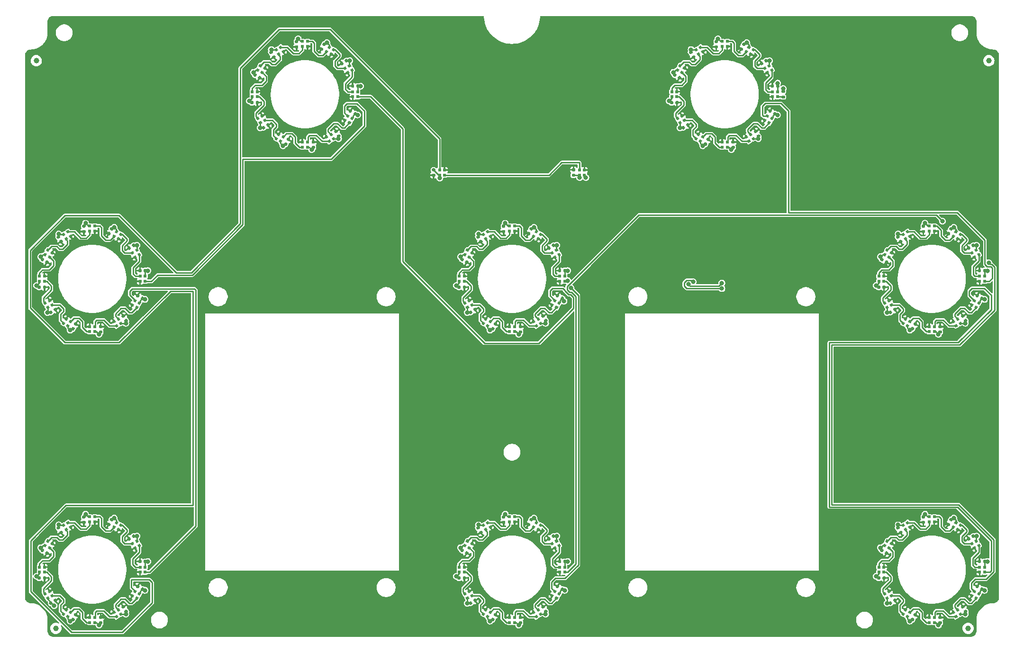
<source format=gtl>
G04 #@! TF.GenerationSoftware,KiCad,Pcbnew,8.0.4+1*
G04 #@! TF.CreationDate,2024-10-16T16:58:30+00:00*
G04 #@! TF.ProjectId,pedalboard-display,70656461-6c62-46f6-9172-642d64697370,1.0.0*
G04 #@! TF.SameCoordinates,Original*
G04 #@! TF.FileFunction,Copper,L1,Top*
G04 #@! TF.FilePolarity,Positive*
%FSLAX46Y46*%
G04 Gerber Fmt 4.6, Leading zero omitted, Abs format (unit mm)*
G04 Created by KiCad (PCBNEW 8.0.4+1) date 2024-10-16 16:58:30*
%MOMM*%
%LPD*%
G01*
G04 APERTURE LIST*
G04 #@! TA.AperFunction,SMDPad,CuDef*
%ADD10C,1.000000*%
G04 #@! TD*
G04 #@! TA.AperFunction,SMDPad,CuDef*
%ADD11R,0.500000X0.500000*%
G04 #@! TD*
G04 #@! TA.AperFunction,ViaPad*
%ADD12C,0.800000*%
G04 #@! TD*
G04 #@! TA.AperFunction,Conductor*
%ADD13C,0.250000*%
G04 #@! TD*
G04 APERTURE END LIST*
D10*
X172200000Y103000000D03*
G04 #@! TA.AperFunction,SMDPad,CuDef*
G36*
G01*
X43662776Y104640447D02*
X43957224Y104810447D01*
G75*
G02*
X44148468Y104759203I70000J-121244D01*
G01*
X44288468Y104516715D01*
G75*
G02*
X44237224Y104325471I-121244J-70000D01*
G01*
X43942776Y104155471D01*
G75*
G02*
X43751532Y104206715I-70000J121244D01*
G01*
X43611532Y104449203D01*
G75*
G02*
X43662776Y104640447I121244J70000D01*
G01*
G37*
G04 #@! TD.AperFunction*
G04 #@! TA.AperFunction,SMDPad,CuDef*
G36*
G01*
X44142776Y103809063D02*
X44437224Y103979063D01*
G75*
G02*
X44628468Y103927819I70000J-121244D01*
G01*
X44768468Y103685331D01*
G75*
G02*
X44717224Y103494087I-121244J-70000D01*
G01*
X44422776Y103324087D01*
G75*
G02*
X44231532Y103375331I-70000J121244D01*
G01*
X44091532Y103617819D01*
G75*
G02*
X44142776Y103809063I121244J70000D01*
G01*
G37*
G04 #@! TD.AperFunction*
G04 #@! TA.AperFunction,SMDPad,CuDef*
G36*
G01*
X96760000Y65640000D02*
X96760000Y65300000D01*
G75*
G02*
X96620000Y65160000I-140000J0D01*
G01*
X96340000Y65160000D01*
G75*
G02*
X96200000Y65300000I0J140000D01*
G01*
X96200000Y65640000D01*
G75*
G02*
X96340000Y65780000I140000J0D01*
G01*
X96620000Y65780000D01*
G75*
G02*
X96760000Y65640000I0J-140000D01*
G01*
G37*
G04 #@! TD.AperFunction*
G04 #@! TA.AperFunction,SMDPad,CuDef*
G36*
G01*
X95800000Y65640000D02*
X95800000Y65300000D01*
G75*
G02*
X95660000Y65160000I-140000J0D01*
G01*
X95380000Y65160000D01*
G75*
G02*
X95240000Y65300000I0J140000D01*
G01*
X95240000Y65640000D01*
G75*
G02*
X95380000Y65780000I140000J0D01*
G01*
X95660000Y65780000D01*
G75*
G02*
X95800000Y65640000I0J-140000D01*
G01*
G37*
G04 #@! TD.AperFunction*
G04 #@! TA.AperFunction,SMDPad,CuDef*
G36*
X166676795Y3499554D02*
G01*
X166243783Y3249554D01*
X165993783Y3682566D01*
X166426795Y3932566D01*
X166676795Y3499554D01*
G37*
G04 #@! TD.AperFunction*
G04 #@! TA.AperFunction,SMDPad,CuDef*
G36*
X167456217Y3949554D02*
G01*
X167023205Y3699554D01*
X166773205Y4132566D01*
X167206217Y4382566D01*
X167456217Y3949554D01*
G37*
G04 #@! TD.AperFunction*
G04 #@! TA.AperFunction,SMDPad,CuDef*
G36*
X167006217Y4728976D02*
G01*
X166573205Y4478976D01*
X166323205Y4911988D01*
X166756217Y5161988D01*
X167006217Y4728976D01*
G37*
G04 #@! TD.AperFunction*
G04 #@! TA.AperFunction,SMDPad,CuDef*
G36*
X166226795Y4278976D02*
G01*
X165793783Y4028976D01*
X165543783Y4461988D01*
X165976795Y4711988D01*
X166226795Y4278976D01*
G37*
G04 #@! TD.AperFunction*
G04 #@! TA.AperFunction,SMDPad,CuDef*
G36*
X16676795Y55499554D02*
G01*
X16243783Y55249554D01*
X15993783Y55682566D01*
X16426795Y55932566D01*
X16676795Y55499554D01*
G37*
G04 #@! TD.AperFunction*
G04 #@! TA.AperFunction,SMDPad,CuDef*
G36*
X17456217Y55949554D02*
G01*
X17023205Y55699554D01*
X16773205Y56132566D01*
X17206217Y56382566D01*
X17456217Y55949554D01*
G37*
G04 #@! TD.AperFunction*
G04 #@! TA.AperFunction,SMDPad,CuDef*
G36*
X17006217Y56728976D02*
G01*
X16573205Y56478976D01*
X16323205Y56911988D01*
X16756217Y57161988D01*
X17006217Y56728976D01*
G37*
G04 #@! TD.AperFunction*
G04 #@! TA.AperFunction,SMDPad,CuDef*
G36*
X16226795Y56278976D02*
G01*
X15793783Y56028976D01*
X15543783Y56461988D01*
X15976795Y56711988D01*
X16226795Y56278976D01*
G37*
G04 #@! TD.AperFunction*
D11*
X161550000Y2550000D03*
X162450000Y2550000D03*
X162450000Y3450000D03*
X161550000Y3450000D03*
G04 #@! TA.AperFunction,SMDPad,CuDef*
G36*
X129676795Y88499554D02*
G01*
X129243783Y88249554D01*
X128993783Y88682566D01*
X129426795Y88932566D01*
X129676795Y88499554D01*
G37*
G04 #@! TD.AperFunction*
G04 #@! TA.AperFunction,SMDPad,CuDef*
G36*
X130456217Y88949554D02*
G01*
X130023205Y88699554D01*
X129773205Y89132566D01*
X130206217Y89382566D01*
X130456217Y88949554D01*
G37*
G04 #@! TD.AperFunction*
G04 #@! TA.AperFunction,SMDPad,CuDef*
G36*
X130006217Y89728976D02*
G01*
X129573205Y89478976D01*
X129323205Y89911988D01*
X129756217Y90161988D01*
X130006217Y89728976D01*
G37*
G04 #@! TD.AperFunction*
G04 #@! TA.AperFunction,SMDPad,CuDef*
G36*
X129226795Y89278976D02*
G01*
X128793783Y89028976D01*
X128543783Y89461988D01*
X128976795Y89711988D01*
X129226795Y89278976D01*
G37*
G04 #@! TD.AperFunction*
X96450000Y63550000D03*
X96450000Y64450000D03*
X95550000Y64450000D03*
X95550000Y63550000D03*
G04 #@! TA.AperFunction,SMDPad,CuDef*
G36*
G01*
X123330000Y106700000D02*
X123670000Y106700000D01*
G75*
G02*
X123810000Y106560000I0J-140000D01*
G01*
X123810000Y106280000D01*
G75*
G02*
X123670000Y106140000I-140000J0D01*
G01*
X123330000Y106140000D01*
G75*
G02*
X123190000Y106280000I0J140000D01*
G01*
X123190000Y106560000D01*
G75*
G02*
X123330000Y106700000I140000J0D01*
G01*
G37*
G04 #@! TD.AperFunction*
G04 #@! TA.AperFunction,SMDPad,CuDef*
G36*
G01*
X123330000Y105740000D02*
X123670000Y105740000D01*
G75*
G02*
X123810000Y105600000I0J-140000D01*
G01*
X123810000Y105320000D01*
G75*
G02*
X123670000Y105180000I-140000J0D01*
G01*
X123330000Y105180000D01*
G75*
G02*
X123190000Y105320000I0J140000D01*
G01*
X123190000Y105600000D01*
G75*
G02*
X123330000Y105740000I140000J0D01*
G01*
G37*
G04 #@! TD.AperFunction*
G04 #@! TA.AperFunction,SMDPad,CuDef*
G36*
G01*
X4426820Y57722776D02*
X4256820Y58017224D01*
G75*
G02*
X4308064Y58208468I121244J70000D01*
G01*
X4550552Y58348468D01*
G75*
G02*
X4741796Y58297224I70000J-121244D01*
G01*
X4911796Y58002776D01*
G75*
G02*
X4860552Y57811532I-121244J-70000D01*
G01*
X4618064Y57671532D01*
G75*
G02*
X4426820Y57722776I-70000J121244D01*
G01*
G37*
G04 #@! TD.AperFunction*
G04 #@! TA.AperFunction,SMDPad,CuDef*
G36*
G01*
X5258204Y58202776D02*
X5088204Y58497224D01*
G75*
G02*
X5139448Y58688468I121244J70000D01*
G01*
X5381936Y58828468D01*
G75*
G02*
X5573180Y58777224I70000J-121244D01*
G01*
X5743180Y58482776D01*
G75*
G02*
X5691936Y58291532I-121244J-70000D01*
G01*
X5449448Y58151532D01*
G75*
G02*
X5258204Y58202776I-70000J121244D01*
G01*
G37*
G04 #@! TD.AperFunction*
G04 #@! TA.AperFunction,SMDPad,CuDef*
G36*
X91676795Y55499554D02*
G01*
X91243783Y55249554D01*
X90993783Y55682566D01*
X91426795Y55932566D01*
X91676795Y55499554D01*
G37*
G04 #@! TD.AperFunction*
G04 #@! TA.AperFunction,SMDPad,CuDef*
G36*
X92456217Y55949554D02*
G01*
X92023205Y55699554D01*
X91773205Y56132566D01*
X92206217Y56382566D01*
X92456217Y55949554D01*
G37*
G04 #@! TD.AperFunction*
G04 #@! TA.AperFunction,SMDPad,CuDef*
G36*
X92006217Y56728976D02*
G01*
X91573205Y56478976D01*
X91323205Y56911988D01*
X91756217Y57161988D01*
X92006217Y56728976D01*
G37*
G04 #@! TD.AperFunction*
G04 #@! TA.AperFunction,SMDPad,CuDef*
G36*
X91226795Y56278976D02*
G01*
X90793783Y56028976D01*
X90543783Y56461988D01*
X90976795Y56711988D01*
X91226795Y56278976D01*
G37*
G04 #@! TD.AperFunction*
G04 #@! TA.AperFunction,SMDPad,CuDef*
G36*
G01*
X154426820Y5722776D02*
X154256820Y6017224D01*
G75*
G02*
X154308064Y6208468I121244J70000D01*
G01*
X154550552Y6348468D01*
G75*
G02*
X154741796Y6297224I70000J-121244D01*
G01*
X154911796Y6002776D01*
G75*
G02*
X154860552Y5811532I-121244J-70000D01*
G01*
X154618064Y5671532D01*
G75*
G02*
X154426820Y5722776I-70000J121244D01*
G01*
G37*
G04 #@! TD.AperFunction*
G04 #@! TA.AperFunction,SMDPad,CuDef*
G36*
G01*
X155258204Y6202776D02*
X155088204Y6497224D01*
G75*
G02*
X155139448Y6688468I121244J70000D01*
G01*
X155381936Y6828468D01*
G75*
G02*
X155573180Y6777224I70000J-121244D01*
G01*
X155743180Y6482776D01*
G75*
G02*
X155691936Y6291532I-121244J-70000D01*
G01*
X155449448Y6151532D01*
G75*
G02*
X155258204Y6202776I-70000J121244D01*
G01*
G37*
G04 #@! TD.AperFunction*
X21450000Y63550000D03*
X21450000Y64450000D03*
X20550000Y64450000D03*
X20550000Y63550000D03*
G04 #@! TA.AperFunction,SMDPad,CuDef*
G36*
G01*
X118662776Y104640447D02*
X118957224Y104810447D01*
G75*
G02*
X119148468Y104759203I70000J-121244D01*
G01*
X119288468Y104516715D01*
G75*
G02*
X119237224Y104325471I-121244J-70000D01*
G01*
X118942776Y104155471D01*
G75*
G02*
X118751532Y104206715I-70000J121244D01*
G01*
X118611532Y104449203D01*
G75*
G02*
X118662776Y104640447I121244J70000D01*
G01*
G37*
G04 #@! TD.AperFunction*
G04 #@! TA.AperFunction,SMDPad,CuDef*
G36*
G01*
X119142776Y103809063D02*
X119437224Y103979063D01*
G75*
G02*
X119628468Y103927819I70000J-121244D01*
G01*
X119768468Y103685331D01*
G75*
G02*
X119717224Y103494087I-121244J-70000D01*
G01*
X119422776Y103324087D01*
G75*
G02*
X119231532Y103375331I-70000J121244D01*
G01*
X119091532Y103617819D01*
G75*
G02*
X119142776Y103809063I121244J70000D01*
G01*
G37*
G04 #@! TD.AperFunction*
G04 #@! TA.AperFunction,SMDPad,CuDef*
G36*
G01*
X171760000Y65640000D02*
X171760000Y65300000D01*
G75*
G02*
X171620000Y65160000I-140000J0D01*
G01*
X171340000Y65160000D01*
G75*
G02*
X171200000Y65300000I0J140000D01*
G01*
X171200000Y65640000D01*
G75*
G02*
X171340000Y65780000I140000J0D01*
G01*
X171620000Y65780000D01*
G75*
G02*
X171760000Y65640000I0J-140000D01*
G01*
G37*
G04 #@! TD.AperFunction*
G04 #@! TA.AperFunction,SMDPad,CuDef*
G36*
G01*
X170800000Y65640000D02*
X170800000Y65300000D01*
G75*
G02*
X170660000Y65160000I-140000J0D01*
G01*
X170380000Y65160000D01*
G75*
G02*
X170240000Y65300000I0J140000D01*
G01*
X170240000Y65640000D01*
G75*
G02*
X170380000Y65780000I140000J0D01*
G01*
X170660000Y65780000D01*
G75*
G02*
X170800000Y65640000I0J-140000D01*
G01*
G37*
G04 #@! TD.AperFunction*
G04 #@! TA.AperFunction,SMDPad,CuDef*
G36*
X95300446Y6976795D02*
G01*
X95050446Y6543783D01*
X94617434Y6793783D01*
X94867434Y7226795D01*
X95300446Y6976795D01*
G37*
G04 #@! TD.AperFunction*
G04 #@! TA.AperFunction,SMDPad,CuDef*
G36*
X95750446Y7756217D02*
G01*
X95500446Y7323205D01*
X95067434Y7573205D01*
X95317434Y8006217D01*
X95750446Y7756217D01*
G37*
G04 #@! TD.AperFunction*
G04 #@! TA.AperFunction,SMDPad,CuDef*
G36*
X94971024Y8206217D02*
G01*
X94721024Y7773205D01*
X94288012Y8023205D01*
X94538012Y8456217D01*
X94971024Y8206217D01*
G37*
G04 #@! TD.AperFunction*
G04 #@! TA.AperFunction,SMDPad,CuDef*
G36*
X94521024Y7426795D02*
G01*
X94271024Y6993783D01*
X93838012Y7243783D01*
X94088012Y7676795D01*
X94521024Y7426795D01*
G37*
G04 #@! TD.AperFunction*
G04 #@! TA.AperFunction,SMDPad,CuDef*
G36*
X20500446Y16676795D02*
G01*
X20750446Y16243783D01*
X20317434Y15993783D01*
X20067434Y16426795D01*
X20500446Y16676795D01*
G37*
G04 #@! TD.AperFunction*
G04 #@! TA.AperFunction,SMDPad,CuDef*
G36*
X20050446Y17456217D02*
G01*
X20300446Y17023205D01*
X19867434Y16773205D01*
X19617434Y17206217D01*
X20050446Y17456217D01*
G37*
G04 #@! TD.AperFunction*
G04 #@! TA.AperFunction,SMDPad,CuDef*
G36*
X19271024Y17006217D02*
G01*
X19521024Y16573205D01*
X19088012Y16323205D01*
X18838012Y16756217D01*
X19271024Y17006217D01*
G37*
G04 #@! TD.AperFunction*
G04 #@! TA.AperFunction,SMDPad,CuDef*
G36*
X19721024Y16226795D02*
G01*
X19971024Y15793783D01*
X19538012Y15543783D01*
X19288012Y15976795D01*
X19721024Y16226795D01*
G37*
G04 #@! TD.AperFunction*
X50450000Y106450000D03*
X49550000Y106450000D03*
X49550000Y105550000D03*
X50450000Y105550000D03*
G04 #@! TA.AperFunction,SMDPad,CuDef*
G36*
X78699554Y69023205D02*
G01*
X78949554Y69456217D01*
X79382566Y69206217D01*
X79132566Y68773205D01*
X78699554Y69023205D01*
G37*
G04 #@! TD.AperFunction*
G04 #@! TA.AperFunction,SMDPad,CuDef*
G36*
X78249554Y68243783D02*
G01*
X78499554Y68676795D01*
X78932566Y68426795D01*
X78682566Y67993783D01*
X78249554Y68243783D01*
G37*
G04 #@! TD.AperFunction*
G04 #@! TA.AperFunction,SMDPad,CuDef*
G36*
X79028976Y67793783D02*
G01*
X79278976Y68226795D01*
X79711988Y67976795D01*
X79461988Y67543783D01*
X79028976Y67793783D01*
G37*
G04 #@! TD.AperFunction*
G04 #@! TA.AperFunction,SMDPad,CuDef*
G36*
X79478976Y68573205D02*
G01*
X79728976Y69006217D01*
X80161988Y68756217D01*
X79911988Y68323205D01*
X79478976Y68573205D01*
G37*
G04 #@! TD.AperFunction*
X96450000Y11550000D03*
X96450000Y12450000D03*
X95550000Y12450000D03*
X95550000Y11550000D03*
X134450000Y96550000D03*
X134450000Y97450000D03*
X133550000Y97450000D03*
X133550000Y96550000D03*
G04 #@! TA.AperFunction,SMDPad,CuDef*
G36*
X167023205Y72300446D02*
G01*
X167456217Y72050446D01*
X167206217Y71617434D01*
X166773205Y71867434D01*
X167023205Y72300446D01*
G37*
G04 #@! TD.AperFunction*
G04 #@! TA.AperFunction,SMDPad,CuDef*
G36*
X166243783Y72750446D02*
G01*
X166676795Y72500446D01*
X166426795Y72067434D01*
X165993783Y72317434D01*
X166243783Y72750446D01*
G37*
G04 #@! TD.AperFunction*
G04 #@! TA.AperFunction,SMDPad,CuDef*
G36*
X165793783Y71971024D02*
G01*
X166226795Y71721024D01*
X165976795Y71288012D01*
X165543783Y71538012D01*
X165793783Y71971024D01*
G37*
G04 #@! TD.AperFunction*
G04 #@! TA.AperFunction,SMDPad,CuDef*
G36*
X166573205Y71521024D02*
G01*
X167006217Y71271024D01*
X166756217Y70838012D01*
X166323205Y71088012D01*
X166573205Y71521024D01*
G37*
G04 #@! TD.AperFunction*
G04 #@! TA.AperFunction,SMDPad,CuDef*
G36*
G01*
X152240000Y10330000D02*
X152240000Y10670000D01*
G75*
G02*
X152380000Y10810000I140000J0D01*
G01*
X152660000Y10810000D01*
G75*
G02*
X152800000Y10670000I0J-140000D01*
G01*
X152800000Y10330000D01*
G75*
G02*
X152660000Y10190000I-140000J0D01*
G01*
X152380000Y10190000D01*
G75*
G02*
X152240000Y10330000I0J140000D01*
G01*
G37*
G04 #@! TD.AperFunction*
G04 #@! TA.AperFunction,SMDPad,CuDef*
G36*
G01*
X153200000Y10330000D02*
X153200000Y10670000D01*
G75*
G02*
X153340000Y10810000I140000J0D01*
G01*
X153620000Y10810000D01*
G75*
G02*
X153760000Y10670000I0J-140000D01*
G01*
X153760000Y10330000D01*
G75*
G02*
X153620000Y10190000I-140000J0D01*
G01*
X153340000Y10190000D01*
G75*
G02*
X153200000Y10330000I0J140000D01*
G01*
G37*
G04 #@! TD.AperFunction*
X125450000Y106450000D03*
X124550000Y106450000D03*
X124550000Y105550000D03*
X125450000Y105550000D03*
G04 #@! TA.AperFunction,SMDPad,CuDef*
G36*
G01*
X155662776Y71640447D02*
X155957224Y71810447D01*
G75*
G02*
X156148468Y71759203I70000J-121244D01*
G01*
X156288468Y71516715D01*
G75*
G02*
X156237224Y71325471I-121244J-70000D01*
G01*
X155942776Y71155471D01*
G75*
G02*
X155751532Y71206715I-70000J121244D01*
G01*
X155611532Y71449203D01*
G75*
G02*
X155662776Y71640447I121244J70000D01*
G01*
G37*
G04 #@! TD.AperFunction*
G04 #@! TA.AperFunction,SMDPad,CuDef*
G36*
G01*
X156142776Y70809063D02*
X156437224Y70979063D01*
G75*
G02*
X156628468Y70927819I70000J-121244D01*
G01*
X156768468Y70685331D01*
G75*
G02*
X156717224Y70494087I-121244J-70000D01*
G01*
X156422776Y70324087D01*
G75*
G02*
X156231532Y70375331I-70000J121244D01*
G01*
X156091532Y70617819D01*
G75*
G02*
X156142776Y70809063I121244J70000D01*
G01*
G37*
G04 #@! TD.AperFunction*
X11550000Y54550000D03*
X12450000Y54550000D03*
X12450000Y55450000D03*
X11550000Y55450000D03*
G04 #@! TA.AperFunction,SMDPad,CuDef*
G36*
G01*
X2756820Y67432776D02*
X2926820Y67727224D01*
G75*
G02*
X3118064Y67778468I121244J-70000D01*
G01*
X3360552Y67638468D01*
G75*
G02*
X3411796Y67447224I-70000J-121244D01*
G01*
X3241796Y67152776D01*
G75*
G02*
X3050552Y67101532I-121244J70000D01*
G01*
X2808064Y67241532D01*
G75*
G02*
X2756820Y67432776I70000J121244D01*
G01*
G37*
G04 #@! TD.AperFunction*
G04 #@! TA.AperFunction,SMDPad,CuDef*
G36*
G01*
X3588204Y66952776D02*
X3758204Y67247224D01*
G75*
G02*
X3949448Y67298468I121244J-70000D01*
G01*
X4191936Y67158468D01*
G75*
G02*
X4243180Y66967224I-70000J-121244D01*
G01*
X4073180Y66672776D01*
G75*
G02*
X3881936Y66621532I-121244J70000D01*
G01*
X3639448Y66761532D01*
G75*
G02*
X3588204Y66952776I70000J121244D01*
G01*
G37*
G04 #@! TD.AperFunction*
G04 #@! TA.AperFunction,SMDPad,CuDef*
G36*
X133300446Y91976795D02*
G01*
X133050446Y91543783D01*
X132617434Y91793783D01*
X132867434Y92226795D01*
X133300446Y91976795D01*
G37*
G04 #@! TD.AperFunction*
G04 #@! TA.AperFunction,SMDPad,CuDef*
G36*
X133750446Y92756217D02*
G01*
X133500446Y92323205D01*
X133067434Y92573205D01*
X133317434Y93006217D01*
X133750446Y92756217D01*
G37*
G04 #@! TD.AperFunction*
G04 #@! TA.AperFunction,SMDPad,CuDef*
G36*
X132971024Y93206217D02*
G01*
X132721024Y92773205D01*
X132288012Y93023205D01*
X132538012Y93456217D01*
X132971024Y93206217D01*
G37*
G04 #@! TD.AperFunction*
G04 #@! TA.AperFunction,SMDPad,CuDef*
G36*
X132521024Y92426795D02*
G01*
X132271024Y91993783D01*
X131838012Y92243783D01*
X132088012Y92676795D01*
X132521024Y92426795D01*
G37*
G04 #@! TD.AperFunction*
G04 #@! TA.AperFunction,SMDPad,CuDef*
G36*
X78699554Y17023205D02*
G01*
X78949554Y17456217D01*
X79382566Y17206217D01*
X79132566Y16773205D01*
X78699554Y17023205D01*
G37*
G04 #@! TD.AperFunction*
G04 #@! TA.AperFunction,SMDPad,CuDef*
G36*
X78249554Y16243783D02*
G01*
X78499554Y16676795D01*
X78932566Y16426795D01*
X78682566Y15993783D01*
X78249554Y16243783D01*
G37*
G04 #@! TD.AperFunction*
G04 #@! TA.AperFunction,SMDPad,CuDef*
G36*
X79028976Y15793783D02*
G01*
X79278976Y16226795D01*
X79711988Y15976795D01*
X79461988Y15543783D01*
X79028976Y15793783D01*
G37*
G04 #@! TD.AperFunction*
G04 #@! TA.AperFunction,SMDPad,CuDef*
G36*
X79478976Y16573205D02*
G01*
X79728976Y17006217D01*
X80161988Y16756217D01*
X79911988Y16323205D01*
X79478976Y16573205D01*
G37*
G04 #@! TD.AperFunction*
G04 #@! TA.AperFunction,SMDPad,CuDef*
G36*
X116499554Y92323205D02*
G01*
X116249554Y92756217D01*
X116682566Y93006217D01*
X116932566Y92573205D01*
X116499554Y92323205D01*
G37*
G04 #@! TD.AperFunction*
G04 #@! TA.AperFunction,SMDPad,CuDef*
G36*
X116949554Y91543783D02*
G01*
X116699554Y91976795D01*
X117132566Y92226795D01*
X117382566Y91793783D01*
X116949554Y91543783D01*
G37*
G04 #@! TD.AperFunction*
G04 #@! TA.AperFunction,SMDPad,CuDef*
G36*
X117728976Y91993783D02*
G01*
X117478976Y92426795D01*
X117911988Y92676795D01*
X118161988Y92243783D01*
X117728976Y91993783D01*
G37*
G04 #@! TD.AperFunction*
G04 #@! TA.AperFunction,SMDPad,CuDef*
G36*
X117278976Y92773205D02*
G01*
X117028976Y93206217D01*
X117461988Y93456217D01*
X117711988Y93023205D01*
X117278976Y92773205D01*
G37*
G04 #@! TD.AperFunction*
G04 #@! TA.AperFunction,SMDPad,CuDef*
G36*
G01*
X94573180Y18277224D02*
X94743180Y17982776D01*
G75*
G02*
X94691936Y17791532I-121244J-70000D01*
G01*
X94449448Y17651532D01*
G75*
G02*
X94258204Y17702776I-70000J121244D01*
G01*
X94088204Y17997224D01*
G75*
G02*
X94139448Y18188468I121244J70000D01*
G01*
X94381936Y18328468D01*
G75*
G02*
X94573180Y18277224I70000J-121244D01*
G01*
G37*
G04 #@! TD.AperFunction*
G04 #@! TA.AperFunction,SMDPad,CuDef*
G36*
G01*
X93741796Y17797224D02*
X93911796Y17502776D01*
G75*
G02*
X93860552Y17311532I-121244J-70000D01*
G01*
X93618064Y17171532D01*
G75*
G02*
X93426820Y17222776I-70000J121244D01*
G01*
X93256820Y17517224D01*
G75*
G02*
X93308064Y17708468I121244J70000D01*
G01*
X93550552Y17848468D01*
G75*
G02*
X93741796Y17797224I70000J-121244D01*
G01*
G37*
G04 #@! TD.AperFunction*
X124550000Y87550000D03*
X125450000Y87550000D03*
X125450000Y88450000D03*
X124550000Y88450000D03*
G04 #@! TA.AperFunction,SMDPad,CuDef*
G36*
X92023205Y20300446D02*
G01*
X92456217Y20050446D01*
X92206217Y19617434D01*
X91773205Y19867434D01*
X92023205Y20300446D01*
G37*
G04 #@! TD.AperFunction*
G04 #@! TA.AperFunction,SMDPad,CuDef*
G36*
X91243783Y20750446D02*
G01*
X91676795Y20500446D01*
X91426795Y20067434D01*
X90993783Y20317434D01*
X91243783Y20750446D01*
G37*
G04 #@! TD.AperFunction*
G04 #@! TA.AperFunction,SMDPad,CuDef*
G36*
X90793783Y19971024D02*
G01*
X91226795Y19721024D01*
X90976795Y19288012D01*
X90543783Y19538012D01*
X90793783Y19971024D01*
G37*
G04 #@! TD.AperFunction*
G04 #@! TA.AperFunction,SMDPad,CuDef*
G36*
X91573205Y19521024D02*
G01*
X92006217Y19271024D01*
X91756217Y18838012D01*
X91323205Y19088012D01*
X91573205Y19521024D01*
G37*
G04 #@! TD.AperFunction*
X115550000Y97450000D03*
X115550000Y96550000D03*
X116450000Y96550000D03*
X116450000Y97450000D03*
G04 #@! TA.AperFunction,SMDPad,CuDef*
G36*
G01*
X154426820Y57722776D02*
X154256820Y58017224D01*
G75*
G02*
X154308064Y58208468I121244J70000D01*
G01*
X154550552Y58348468D01*
G75*
G02*
X154741796Y58297224I70000J-121244D01*
G01*
X154911796Y58002776D01*
G75*
G02*
X154860552Y57811532I-121244J-70000D01*
G01*
X154618064Y57671532D01*
G75*
G02*
X154426820Y57722776I-70000J121244D01*
G01*
G37*
G04 #@! TD.AperFunction*
G04 #@! TA.AperFunction,SMDPad,CuDef*
G36*
G01*
X155258204Y58202776D02*
X155088204Y58497224D01*
G75*
G02*
X155139448Y58688468I121244J70000D01*
G01*
X155381936Y58828468D01*
G75*
G02*
X155573180Y58777224I70000J-121244D01*
G01*
X155743180Y58482776D01*
G75*
G02*
X155691936Y58291532I-121244J-70000D01*
G01*
X155449448Y58151532D01*
G75*
G02*
X155258204Y58202776I-70000J121244D01*
G01*
G37*
G04 #@! TD.AperFunction*
G04 #@! TA.AperFunction,SMDPad,CuDef*
G36*
X116699554Y102023205D02*
G01*
X116949554Y102456217D01*
X117382566Y102206217D01*
X117132566Y101773205D01*
X116699554Y102023205D01*
G37*
G04 #@! TD.AperFunction*
G04 #@! TA.AperFunction,SMDPad,CuDef*
G36*
X116249554Y101243783D02*
G01*
X116499554Y101676795D01*
X116932566Y101426795D01*
X116682566Y100993783D01*
X116249554Y101243783D01*
G37*
G04 #@! TD.AperFunction*
G04 #@! TA.AperFunction,SMDPad,CuDef*
G36*
X117028976Y100793783D02*
G01*
X117278976Y101226795D01*
X117711988Y100976795D01*
X117461988Y100543783D01*
X117028976Y100793783D01*
G37*
G04 #@! TD.AperFunction*
G04 #@! TA.AperFunction,SMDPad,CuDef*
G36*
X117478976Y101573205D02*
G01*
X117728976Y102006217D01*
X118161988Y101756217D01*
X117911988Y101323205D01*
X117478976Y101573205D01*
G37*
G04 #@! TD.AperFunction*
X162450000Y73450000D03*
X161550000Y73450000D03*
X161550000Y72550000D03*
X162450000Y72550000D03*
G04 #@! TA.AperFunction,SMDPad,CuDef*
G36*
X82323205Y72500446D02*
G01*
X82756217Y72750446D01*
X83006217Y72317434D01*
X82573205Y72067434D01*
X82323205Y72500446D01*
G37*
G04 #@! TD.AperFunction*
G04 #@! TA.AperFunction,SMDPad,CuDef*
G36*
X81543783Y72050446D02*
G01*
X81976795Y72300446D01*
X82226795Y71867434D01*
X81793783Y71617434D01*
X81543783Y72050446D01*
G37*
G04 #@! TD.AperFunction*
G04 #@! TA.AperFunction,SMDPad,CuDef*
G36*
X81993783Y71271024D02*
G01*
X82426795Y71521024D01*
X82676795Y71088012D01*
X82243783Y70838012D01*
X81993783Y71271024D01*
G37*
G04 #@! TD.AperFunction*
G04 #@! TA.AperFunction,SMDPad,CuDef*
G36*
X82773205Y71721024D02*
G01*
X83206217Y71971024D01*
X83456217Y71538012D01*
X83023205Y71288012D01*
X82773205Y71721024D01*
G37*
G04 #@! TD.AperFunction*
D10*
X2000000Y103000000D03*
G04 #@! TA.AperFunction,SMDPad,CuDef*
G36*
G01*
X152240000Y62330000D02*
X152240000Y62670000D01*
G75*
G02*
X152380000Y62810000I140000J0D01*
G01*
X152660000Y62810000D01*
G75*
G02*
X152800000Y62670000I0J-140000D01*
G01*
X152800000Y62330000D01*
G75*
G02*
X152660000Y62190000I-140000J0D01*
G01*
X152380000Y62190000D01*
G75*
G02*
X152240000Y62330000I0J140000D01*
G01*
G37*
G04 #@! TD.AperFunction*
G04 #@! TA.AperFunction,SMDPad,CuDef*
G36*
G01*
X153200000Y62330000D02*
X153200000Y62670000D01*
G75*
G02*
X153340000Y62810000I140000J0D01*
G01*
X153620000Y62810000D01*
G75*
G02*
X153760000Y62670000I0J-140000D01*
G01*
X153760000Y62330000D01*
G75*
G02*
X153620000Y62190000I-140000J0D01*
G01*
X153340000Y62190000D01*
G75*
G02*
X153200000Y62330000I0J140000D01*
G01*
G37*
G04 #@! TD.AperFunction*
G04 #@! TA.AperFunction,SMDPad,CuDef*
G36*
X54676795Y88499554D02*
G01*
X54243783Y88249554D01*
X53993783Y88682566D01*
X54426795Y88932566D01*
X54676795Y88499554D01*
G37*
G04 #@! TD.AperFunction*
G04 #@! TA.AperFunction,SMDPad,CuDef*
G36*
X55456217Y88949554D02*
G01*
X55023205Y88699554D01*
X54773205Y89132566D01*
X55206217Y89382566D01*
X55456217Y88949554D01*
G37*
G04 #@! TD.AperFunction*
G04 #@! TA.AperFunction,SMDPad,CuDef*
G36*
X55006217Y89728976D02*
G01*
X54573205Y89478976D01*
X54323205Y89911988D01*
X54756217Y90161988D01*
X55006217Y89728976D01*
G37*
G04 #@! TD.AperFunction*
G04 #@! TA.AperFunction,SMDPad,CuDef*
G36*
X54226795Y89278976D02*
G01*
X53793783Y89028976D01*
X53543783Y89461988D01*
X53976795Y89711988D01*
X54226795Y89278976D01*
G37*
G04 #@! TD.AperFunction*
G04 #@! TA.AperFunction,SMDPad,CuDef*
G36*
X3499554Y7323205D02*
G01*
X3249554Y7756217D01*
X3682566Y8006217D01*
X3932566Y7573205D01*
X3499554Y7323205D01*
G37*
G04 #@! TD.AperFunction*
G04 #@! TA.AperFunction,SMDPad,CuDef*
G36*
X3949554Y6543783D02*
G01*
X3699554Y6976795D01*
X4132566Y7226795D01*
X4382566Y6793783D01*
X3949554Y6543783D01*
G37*
G04 #@! TD.AperFunction*
G04 #@! TA.AperFunction,SMDPad,CuDef*
G36*
X4728976Y6993783D02*
G01*
X4478976Y7426795D01*
X4911988Y7676795D01*
X5161988Y7243783D01*
X4728976Y6993783D01*
G37*
G04 #@! TD.AperFunction*
G04 #@! TA.AperFunction,SMDPad,CuDef*
G36*
X4278976Y7773205D02*
G01*
X4028976Y8206217D01*
X4461988Y8456217D01*
X4711988Y8023205D01*
X4278976Y7773205D01*
G37*
G04 #@! TD.AperFunction*
G04 #@! TA.AperFunction,SMDPad,CuDef*
G36*
G01*
X18327224Y4359553D02*
X18032776Y4189553D01*
G75*
G02*
X17841532Y4240797I-70000J121244D01*
G01*
X17701532Y4483285D01*
G75*
G02*
X17752776Y4674529I121244J70000D01*
G01*
X18047224Y4844529D01*
G75*
G02*
X18238468Y4793285I70000J-121244D01*
G01*
X18378468Y4550797D01*
G75*
G02*
X18327224Y4359553I-121244J-70000D01*
G01*
G37*
G04 #@! TD.AperFunction*
G04 #@! TA.AperFunction,SMDPad,CuDef*
G36*
G01*
X17847224Y5190937D02*
X17552776Y5020937D01*
G75*
G02*
X17361532Y5072181I-70000J121244D01*
G01*
X17221532Y5314669D01*
G75*
G02*
X17272776Y5505913I121244J70000D01*
G01*
X17567224Y5675913D01*
G75*
G02*
X17758468Y5624669I70000J-121244D01*
G01*
X17898468Y5382181D01*
G75*
G02*
X17847224Y5190937I-121244J-70000D01*
G01*
G37*
G04 #@! TD.AperFunction*
G04 #@! TA.AperFunction,SMDPad,CuDef*
G36*
G01*
X165432776Y21243180D02*
X165727224Y21073180D01*
G75*
G02*
X165778468Y20881936I-70000J-121244D01*
G01*
X165638468Y20639448D01*
G75*
G02*
X165447224Y20588204I-121244J70000D01*
G01*
X165152776Y20758204D01*
G75*
G02*
X165101532Y20949448I70000J121244D01*
G01*
X165241532Y21191936D01*
G75*
G02*
X165432776Y21243180I121244J-70000D01*
G01*
G37*
G04 #@! TD.AperFunction*
G04 #@! TA.AperFunction,SMDPad,CuDef*
G36*
G01*
X164952776Y20411796D02*
X165247224Y20241796D01*
G75*
G02*
X165298468Y20050552I-70000J-121244D01*
G01*
X165158468Y19808064D01*
G75*
G02*
X164967224Y19756820I-121244J70000D01*
G01*
X164672776Y19926820D01*
G75*
G02*
X164621532Y20118064I70000J121244D01*
G01*
X164761532Y20360552D01*
G75*
G02*
X164952776Y20411796I121244J-70000D01*
G01*
G37*
G04 #@! TD.AperFunction*
D11*
X40550000Y97450000D03*
X40550000Y96550000D03*
X41450000Y96550000D03*
X41450000Y97450000D03*
G04 #@! TA.AperFunction,SMDPad,CuDef*
G36*
G01*
X40756820Y100432776D02*
X40926820Y100727224D01*
G75*
G02*
X41118064Y100778468I121244J-70000D01*
G01*
X41360552Y100638468D01*
G75*
G02*
X41411796Y100447224I-70000J-121244D01*
G01*
X41241796Y100152776D01*
G75*
G02*
X41050552Y100101532I-121244J70000D01*
G01*
X40808064Y100241532D01*
G75*
G02*
X40756820Y100432776I70000J121244D01*
G01*
G37*
G04 #@! TD.AperFunction*
G04 #@! TA.AperFunction,SMDPad,CuDef*
G36*
G01*
X41588204Y99952776D02*
X41758204Y100247224D01*
G75*
G02*
X41949448Y100298468I121244J-70000D01*
G01*
X42191936Y100158468D01*
G75*
G02*
X42243180Y99967224I-70000J-121244D01*
G01*
X42073180Y99672776D01*
G75*
G02*
X41881936Y99621532I-121244J70000D01*
G01*
X41639448Y99761532D01*
G75*
G02*
X41588204Y99952776I70000J121244D01*
G01*
G37*
G04 #@! TD.AperFunction*
G04 #@! TA.AperFunction,SMDPad,CuDef*
G36*
G01*
X77756820Y15432776D02*
X77926820Y15727224D01*
G75*
G02*
X78118064Y15778468I121244J-70000D01*
G01*
X78360552Y15638468D01*
G75*
G02*
X78411796Y15447224I-70000J-121244D01*
G01*
X78241796Y15152776D01*
G75*
G02*
X78050552Y15101532I-121244J70000D01*
G01*
X77808064Y15241532D01*
G75*
G02*
X77756820Y15432776I70000J121244D01*
G01*
G37*
G04 #@! TD.AperFunction*
G04 #@! TA.AperFunction,SMDPad,CuDef*
G36*
G01*
X78588204Y14952776D02*
X78758204Y15247224D01*
G75*
G02*
X78949448Y15298468I121244J-70000D01*
G01*
X79191936Y15158468D01*
G75*
G02*
X79243180Y14967224I-70000J-121244D01*
G01*
X79073180Y14672776D01*
G75*
G02*
X78881936Y14621532I-121244J70000D01*
G01*
X78639448Y14761532D01*
G75*
G02*
X78588204Y14952776I70000J121244D01*
G01*
G37*
G04 #@! TD.AperFunction*
X161550000Y54550000D03*
X162450000Y54550000D03*
X162450000Y55450000D03*
X161550000Y55450000D03*
G04 #@! TA.AperFunction,SMDPad,CuDef*
G36*
X95500446Y68676795D02*
G01*
X95750446Y68243783D01*
X95317434Y67993783D01*
X95067434Y68426795D01*
X95500446Y68676795D01*
G37*
G04 #@! TD.AperFunction*
G04 #@! TA.AperFunction,SMDPad,CuDef*
G36*
X95050446Y69456217D02*
G01*
X95300446Y69023205D01*
X94867434Y68773205D01*
X94617434Y69206217D01*
X95050446Y69456217D01*
G37*
G04 #@! TD.AperFunction*
G04 #@! TA.AperFunction,SMDPad,CuDef*
G36*
X94271024Y69006217D02*
G01*
X94521024Y68573205D01*
X94088012Y68323205D01*
X93838012Y68756217D01*
X94271024Y69006217D01*
G37*
G04 #@! TD.AperFunction*
G04 #@! TA.AperFunction,SMDPad,CuDef*
G36*
X94721024Y68226795D02*
G01*
X94971024Y67793783D01*
X94538012Y67543783D01*
X94288012Y67976795D01*
X94721024Y68226795D01*
G37*
G04 #@! TD.AperFunction*
G04 #@! TA.AperFunction,SMDPad,CuDef*
G36*
G01*
X115240000Y95330000D02*
X115240000Y95670000D01*
G75*
G02*
X115380000Y95810000I140000J0D01*
G01*
X115660000Y95810000D01*
G75*
G02*
X115800000Y95670000I0J-140000D01*
G01*
X115800000Y95330000D01*
G75*
G02*
X115660000Y95190000I-140000J0D01*
G01*
X115380000Y95190000D01*
G75*
G02*
X115240000Y95330000I0J140000D01*
G01*
G37*
G04 #@! TD.AperFunction*
G04 #@! TA.AperFunction,SMDPad,CuDef*
G36*
G01*
X116200000Y95330000D02*
X116200000Y95670000D01*
G75*
G02*
X116340000Y95810000I140000J0D01*
G01*
X116620000Y95810000D01*
G75*
G02*
X116760000Y95670000I0J-140000D01*
G01*
X116760000Y95330000D01*
G75*
G02*
X116620000Y95190000I-140000J0D01*
G01*
X116340000Y95190000D01*
G75*
G02*
X116200000Y95330000I0J140000D01*
G01*
G37*
G04 #@! TD.AperFunction*
G04 #@! TA.AperFunction,SMDPad,CuDef*
G36*
G01*
X85330000Y73700000D02*
X85670000Y73700000D01*
G75*
G02*
X85810000Y73560000I0J-140000D01*
G01*
X85810000Y73280000D01*
G75*
G02*
X85670000Y73140000I-140000J0D01*
G01*
X85330000Y73140000D01*
G75*
G02*
X85190000Y73280000I0J140000D01*
G01*
X85190000Y73560000D01*
G75*
G02*
X85330000Y73700000I140000J0D01*
G01*
G37*
G04 #@! TD.AperFunction*
G04 #@! TA.AperFunction,SMDPad,CuDef*
G36*
G01*
X85330000Y72740000D02*
X85670000Y72740000D01*
G75*
G02*
X85810000Y72600000I0J-140000D01*
G01*
X85810000Y72320000D01*
G75*
G02*
X85670000Y72180000I-140000J0D01*
G01*
X85330000Y72180000D01*
G75*
G02*
X85190000Y72320000I0J140000D01*
G01*
X85190000Y72600000D01*
G75*
G02*
X85330000Y72740000I140000J0D01*
G01*
G37*
G04 #@! TD.AperFunction*
X11550000Y2550000D03*
X12450000Y2550000D03*
X12450000Y3450000D03*
X11550000Y3450000D03*
G04 #@! TA.AperFunction,SMDPad,CuDef*
G36*
X166676795Y55499554D02*
G01*
X166243783Y55249554D01*
X165993783Y55682566D01*
X166426795Y55932566D01*
X166676795Y55499554D01*
G37*
G04 #@! TD.AperFunction*
G04 #@! TA.AperFunction,SMDPad,CuDef*
G36*
X167456217Y55949554D02*
G01*
X167023205Y55699554D01*
X166773205Y56132566D01*
X167206217Y56382566D01*
X167456217Y55949554D01*
G37*
G04 #@! TD.AperFunction*
G04 #@! TA.AperFunction,SMDPad,CuDef*
G36*
X167006217Y56728976D02*
G01*
X166573205Y56478976D01*
X166323205Y56911988D01*
X166756217Y57161988D01*
X167006217Y56728976D01*
G37*
G04 #@! TD.AperFunction*
G04 #@! TA.AperFunction,SMDPad,CuDef*
G36*
X166226795Y56278976D02*
G01*
X165793783Y56028976D01*
X165543783Y56461988D01*
X165976795Y56711988D01*
X166226795Y56278976D01*
G37*
G04 #@! TD.AperFunction*
G04 #@! TA.AperFunction,SMDPad,CuDef*
G36*
X156976795Y55699554D02*
G01*
X156543783Y55949554D01*
X156793783Y56382566D01*
X157226795Y56132566D01*
X156976795Y55699554D01*
G37*
G04 #@! TD.AperFunction*
G04 #@! TA.AperFunction,SMDPad,CuDef*
G36*
X157756217Y55249554D02*
G01*
X157323205Y55499554D01*
X157573205Y55932566D01*
X158006217Y55682566D01*
X157756217Y55249554D01*
G37*
G04 #@! TD.AperFunction*
G04 #@! TA.AperFunction,SMDPad,CuDef*
G36*
X158206217Y56028976D02*
G01*
X157773205Y56278976D01*
X158023205Y56711988D01*
X158456217Y56461988D01*
X158206217Y56028976D01*
G37*
G04 #@! TD.AperFunction*
G04 #@! TA.AperFunction,SMDPad,CuDef*
G36*
X157426795Y56478976D02*
G01*
X156993783Y56728976D01*
X157243783Y57161988D01*
X157676795Y56911988D01*
X157426795Y56478976D01*
G37*
G04 #@! TD.AperFunction*
X12450000Y21450000D03*
X11550000Y21450000D03*
X11550000Y20550000D03*
X12450000Y20550000D03*
G04 #@! TA.AperFunction,SMDPad,CuDef*
G36*
X81976795Y3699554D02*
G01*
X81543783Y3949554D01*
X81793783Y4382566D01*
X82226795Y4132566D01*
X81976795Y3699554D01*
G37*
G04 #@! TD.AperFunction*
G04 #@! TA.AperFunction,SMDPad,CuDef*
G36*
X82756217Y3249554D02*
G01*
X82323205Y3499554D01*
X82573205Y3932566D01*
X83006217Y3682566D01*
X82756217Y3249554D01*
G37*
G04 #@! TD.AperFunction*
G04 #@! TA.AperFunction,SMDPad,CuDef*
G36*
X83206217Y4028976D02*
G01*
X82773205Y4278976D01*
X83023205Y4711988D01*
X83456217Y4461988D01*
X83206217Y4028976D01*
G37*
G04 #@! TD.AperFunction*
G04 #@! TA.AperFunction,SMDPad,CuDef*
G36*
X82426795Y4478976D02*
G01*
X81993783Y4728976D01*
X82243783Y5161988D01*
X82676795Y4911988D01*
X82426795Y4478976D01*
G37*
G04 #@! TD.AperFunction*
G04 #@! TA.AperFunction,SMDPad,CuDef*
G36*
G01*
X171760000Y13640000D02*
X171760000Y13300000D01*
G75*
G02*
X171620000Y13160000I-140000J0D01*
G01*
X171340000Y13160000D01*
G75*
G02*
X171200000Y13300000I0J140000D01*
G01*
X171200000Y13640000D01*
G75*
G02*
X171340000Y13780000I140000J0D01*
G01*
X171620000Y13780000D01*
G75*
G02*
X171760000Y13640000I0J-140000D01*
G01*
G37*
G04 #@! TD.AperFunction*
G04 #@! TA.AperFunction,SMDPad,CuDef*
G36*
G01*
X170800000Y13640000D02*
X170800000Y13300000D01*
G75*
G02*
X170660000Y13160000I-140000J0D01*
G01*
X170380000Y13160000D01*
G75*
G02*
X170240000Y13300000I0J140000D01*
G01*
X170240000Y13640000D01*
G75*
G02*
X170380000Y13780000I140000J0D01*
G01*
X170660000Y13780000D01*
G75*
G02*
X170800000Y13640000I0J-140000D01*
G01*
G37*
G04 #@! TD.AperFunction*
G04 #@! TA.AperFunction,SMDPad,CuDef*
G36*
G01*
X21760000Y65640000D02*
X21760000Y65300000D01*
G75*
G02*
X21620000Y65160000I-140000J0D01*
G01*
X21340000Y65160000D01*
G75*
G02*
X21200000Y65300000I0J140000D01*
G01*
X21200000Y65640000D01*
G75*
G02*
X21340000Y65780000I140000J0D01*
G01*
X21620000Y65780000D01*
G75*
G02*
X21760000Y65640000I0J-140000D01*
G01*
G37*
G04 #@! TD.AperFunction*
G04 #@! TA.AperFunction,SMDPad,CuDef*
G36*
G01*
X20800000Y65640000D02*
X20800000Y65300000D01*
G75*
G02*
X20660000Y65160000I-140000J0D01*
G01*
X20380000Y65160000D01*
G75*
G02*
X20240000Y65300000I0J140000D01*
G01*
X20240000Y65640000D01*
G75*
G02*
X20380000Y65780000I140000J0D01*
G01*
X20660000Y65780000D01*
G75*
G02*
X20800000Y65640000I0J-140000D01*
G01*
G37*
G04 #@! TD.AperFunction*
G04 #@! TA.AperFunction,SMDPad,CuDef*
G36*
G01*
X171293180Y8517224D02*
X171123180Y8222776D01*
G75*
G02*
X170931936Y8171532I-121244J70000D01*
G01*
X170689448Y8311532D01*
G75*
G02*
X170638204Y8502776I70000J121244D01*
G01*
X170808204Y8797224D01*
G75*
G02*
X170999448Y8848468I121244J-70000D01*
G01*
X171241936Y8708468D01*
G75*
G02*
X171293180Y8517224I-70000J-121244D01*
G01*
G37*
G04 #@! TD.AperFunction*
G04 #@! TA.AperFunction,SMDPad,CuDef*
G36*
G01*
X170461796Y8997224D02*
X170291796Y8702776D01*
G75*
G02*
X170100552Y8651532I-121244J70000D01*
G01*
X169858064Y8791532D01*
G75*
G02*
X169806820Y8982776I70000J121244D01*
G01*
X169976820Y9277224D01*
G75*
G02*
X170168064Y9328468I121244J-70000D01*
G01*
X170410552Y9188468D01*
G75*
G02*
X170461796Y8997224I-70000J-121244D01*
G01*
G37*
G04 #@! TD.AperFunction*
X171450000Y63550000D03*
X171450000Y64450000D03*
X170550000Y64450000D03*
X170550000Y63550000D03*
G04 #@! TA.AperFunction,SMDPad,CuDef*
G36*
G01*
X8567224Y2756820D02*
X8272776Y2926820D01*
G75*
G02*
X8221532Y3118064I70000J121244D01*
G01*
X8361532Y3360552D01*
G75*
G02*
X8552776Y3411796I121244J-70000D01*
G01*
X8847224Y3241796D01*
G75*
G02*
X8898468Y3050552I-70000J-121244D01*
G01*
X8758468Y2808064D01*
G75*
G02*
X8567224Y2756820I-121244J70000D01*
G01*
G37*
G04 #@! TD.AperFunction*
G04 #@! TA.AperFunction,SMDPad,CuDef*
G36*
G01*
X9047224Y3588204D02*
X8752776Y3758204D01*
G75*
G02*
X8701532Y3949448I70000J121244D01*
G01*
X8841532Y4191936D01*
G75*
G02*
X9032776Y4243180I121244J-70000D01*
G01*
X9327224Y4073180D01*
G75*
G02*
X9378468Y3881936I-70000J-121244D01*
G01*
X9238468Y3639448D01*
G75*
G02*
X9047224Y3588204I-121244J70000D01*
G01*
G37*
G04 #@! TD.AperFunction*
G04 #@! TA.AperFunction,SMDPad,CuDef*
G36*
G01*
X158567224Y54756820D02*
X158272776Y54926820D01*
G75*
G02*
X158221532Y55118064I70000J121244D01*
G01*
X158361532Y55360552D01*
G75*
G02*
X158552776Y55411796I121244J-70000D01*
G01*
X158847224Y55241796D01*
G75*
G02*
X158898468Y55050552I-70000J-121244D01*
G01*
X158758468Y54808064D01*
G75*
G02*
X158567224Y54756820I-121244J70000D01*
G01*
G37*
G04 #@! TD.AperFunction*
G04 #@! TA.AperFunction,SMDPad,CuDef*
G36*
G01*
X159047224Y55588204D02*
X158752776Y55758204D01*
G75*
G02*
X158701532Y55949448I70000J121244D01*
G01*
X158841532Y56191936D01*
G75*
G02*
X159032776Y56243180I121244J-70000D01*
G01*
X159327224Y56073180D01*
G75*
G02*
X159378468Y55881936I-70000J-121244D01*
G01*
X159238468Y55639448D01*
G75*
G02*
X159047224Y55588204I-121244J70000D01*
G01*
G37*
G04 #@! TD.AperFunction*
G04 #@! TA.AperFunction,SMDPad,CuDef*
G36*
X16676795Y3499554D02*
G01*
X16243783Y3249554D01*
X15993783Y3682566D01*
X16426795Y3932566D01*
X16676795Y3499554D01*
G37*
G04 #@! TD.AperFunction*
G04 #@! TA.AperFunction,SMDPad,CuDef*
G36*
X17456217Y3949554D02*
G01*
X17023205Y3699554D01*
X16773205Y4132566D01*
X17206217Y4382566D01*
X17456217Y3949554D01*
G37*
G04 #@! TD.AperFunction*
G04 #@! TA.AperFunction,SMDPad,CuDef*
G36*
X17006217Y4728976D02*
G01*
X16573205Y4478976D01*
X16323205Y4911988D01*
X16756217Y5161988D01*
X17006217Y4728976D01*
G37*
G04 #@! TD.AperFunction*
G04 #@! TA.AperFunction,SMDPad,CuDef*
G36*
X16226795Y4278976D02*
G01*
X15793783Y4028976D01*
X15543783Y4461988D01*
X15976795Y4711988D01*
X16226795Y4278976D01*
G37*
G04 #@! TD.AperFunction*
G04 #@! TA.AperFunction,SMDPad,CuDef*
G36*
G01*
X117426820Y90722776D02*
X117256820Y91017224D01*
G75*
G02*
X117308064Y91208468I121244J70000D01*
G01*
X117550552Y91348468D01*
G75*
G02*
X117741796Y91297224I70000J-121244D01*
G01*
X117911796Y91002776D01*
G75*
G02*
X117860552Y90811532I-121244J-70000D01*
G01*
X117618064Y90671532D01*
G75*
G02*
X117426820Y90722776I-70000J121244D01*
G01*
G37*
G04 #@! TD.AperFunction*
G04 #@! TA.AperFunction,SMDPad,CuDef*
G36*
G01*
X118258204Y91202776D02*
X118088204Y91497224D01*
G75*
G02*
X118139448Y91688468I121244J70000D01*
G01*
X118381936Y91828468D01*
G75*
G02*
X118573180Y91777224I70000J-121244D01*
G01*
X118743180Y91482776D01*
G75*
G02*
X118691936Y91291532I-121244J-70000D01*
G01*
X118449448Y91151532D01*
G75*
G02*
X118258204Y91202776I-70000J121244D01*
G01*
G37*
G04 #@! TD.AperFunction*
G04 #@! TA.AperFunction,SMDPad,CuDef*
G36*
X58300446Y91976795D02*
G01*
X58050446Y91543783D01*
X57617434Y91793783D01*
X57867434Y92226795D01*
X58300446Y91976795D01*
G37*
G04 #@! TD.AperFunction*
G04 #@! TA.AperFunction,SMDPad,CuDef*
G36*
X58750446Y92756217D02*
G01*
X58500446Y92323205D01*
X58067434Y92573205D01*
X58317434Y93006217D01*
X58750446Y92756217D01*
G37*
G04 #@! TD.AperFunction*
G04 #@! TA.AperFunction,SMDPad,CuDef*
G36*
X57971024Y93206217D02*
G01*
X57721024Y92773205D01*
X57288012Y93023205D01*
X57538012Y93456217D01*
X57971024Y93206217D01*
G37*
G04 #@! TD.AperFunction*
G04 #@! TA.AperFunction,SMDPad,CuDef*
G36*
X57521024Y92426795D02*
G01*
X57271024Y91993783D01*
X56838012Y92243783D01*
X57088012Y92676795D01*
X57521024Y92426795D01*
G37*
G04 #@! TD.AperFunction*
G04 #@! TA.AperFunction,SMDPad,CuDef*
G36*
G01*
X72830000Y83760000D02*
X73170000Y83760000D01*
G75*
G02*
X73310000Y83620000I0J-140000D01*
G01*
X73310000Y83340000D01*
G75*
G02*
X73170000Y83200000I-140000J0D01*
G01*
X72830000Y83200000D01*
G75*
G02*
X72690000Y83340000I0J140000D01*
G01*
X72690000Y83620000D01*
G75*
G02*
X72830000Y83760000I140000J0D01*
G01*
G37*
G04 #@! TD.AperFunction*
G04 #@! TA.AperFunction,SMDPad,CuDef*
G36*
G01*
X72830000Y82800000D02*
X73170000Y82800000D01*
G75*
G02*
X73310000Y82660000I0J-140000D01*
G01*
X73310000Y82380000D01*
G75*
G02*
X73170000Y82240000I-140000J0D01*
G01*
X72830000Y82240000D01*
G75*
G02*
X72690000Y82380000I0J140000D01*
G01*
X72690000Y82660000D01*
G75*
G02*
X72830000Y82800000I140000J0D01*
G01*
G37*
G04 #@! TD.AperFunction*
G04 #@! TA.AperFunction,SMDPad,CuDef*
G36*
G01*
X19573180Y18277224D02*
X19743180Y17982776D01*
G75*
G02*
X19691936Y17791532I-121244J-70000D01*
G01*
X19449448Y17651532D01*
G75*
G02*
X19258204Y17702776I-70000J121244D01*
G01*
X19088204Y17997224D01*
G75*
G02*
X19139448Y18188468I121244J70000D01*
G01*
X19381936Y18328468D01*
G75*
G02*
X19573180Y18277224I70000J-121244D01*
G01*
G37*
G04 #@! TD.AperFunction*
G04 #@! TA.AperFunction,SMDPad,CuDef*
G36*
G01*
X18741796Y17797224D02*
X18911796Y17502776D01*
G75*
G02*
X18860552Y17311532I-121244J-70000D01*
G01*
X18618064Y17171532D01*
G75*
G02*
X18426820Y17222776I-70000J121244D01*
G01*
X18256820Y17517224D01*
G75*
G02*
X18308064Y17708468I121244J70000D01*
G01*
X18550552Y17848468D01*
G75*
G02*
X18741796Y17797224I70000J-121244D01*
G01*
G37*
G04 #@! TD.AperFunction*
G04 #@! TA.AperFunction,SMDPad,CuDef*
G36*
X153699554Y69023205D02*
G01*
X153949554Y69456217D01*
X154382566Y69206217D01*
X154132566Y68773205D01*
X153699554Y69023205D01*
G37*
G04 #@! TD.AperFunction*
G04 #@! TA.AperFunction,SMDPad,CuDef*
G36*
X153249554Y68243783D02*
G01*
X153499554Y68676795D01*
X153932566Y68426795D01*
X153682566Y67993783D01*
X153249554Y68243783D01*
G37*
G04 #@! TD.AperFunction*
G04 #@! TA.AperFunction,SMDPad,CuDef*
G36*
X154028976Y67793783D02*
G01*
X154278976Y68226795D01*
X154711988Y67976795D01*
X154461988Y67543783D01*
X154028976Y67793783D01*
G37*
G04 #@! TD.AperFunction*
G04 #@! TA.AperFunction,SMDPad,CuDef*
G36*
X154478976Y68573205D02*
G01*
X154728976Y69006217D01*
X155161988Y68756217D01*
X154911988Y68323205D01*
X154478976Y68573205D01*
G37*
G04 #@! TD.AperFunction*
X21450000Y11550000D03*
X21450000Y12450000D03*
X20550000Y12450000D03*
X20550000Y11550000D03*
G04 #@! TA.AperFunction,SMDPad,CuDef*
G36*
G01*
X121567224Y87756820D02*
X121272776Y87926820D01*
G75*
G02*
X121221532Y88118064I70000J121244D01*
G01*
X121361532Y88360552D01*
G75*
G02*
X121552776Y88411796I121244J-70000D01*
G01*
X121847224Y88241796D01*
G75*
G02*
X121898468Y88050552I-70000J-121244D01*
G01*
X121758468Y87808064D01*
G75*
G02*
X121567224Y87756820I-121244J70000D01*
G01*
G37*
G04 #@! TD.AperFunction*
G04 #@! TA.AperFunction,SMDPad,CuDef*
G36*
G01*
X122047224Y88588204D02*
X121752776Y88758204D01*
G75*
G02*
X121701532Y88949448I70000J121244D01*
G01*
X121841532Y89191936D01*
G75*
G02*
X122032776Y89243180I121244J-70000D01*
G01*
X122327224Y89073180D01*
G75*
G02*
X122378468Y88881936I-70000J-121244D01*
G01*
X122238468Y88639448D01*
G75*
G02*
X122047224Y88588204I-121244J70000D01*
G01*
G37*
G04 #@! TD.AperFunction*
X152550000Y64450000D03*
X152550000Y63550000D03*
X153450000Y63550000D03*
X153450000Y64450000D03*
G04 #@! TA.AperFunction,SMDPad,CuDef*
G36*
X45323205Y105500446D02*
G01*
X45756217Y105750446D01*
X46006217Y105317434D01*
X45573205Y105067434D01*
X45323205Y105500446D01*
G37*
G04 #@! TD.AperFunction*
G04 #@! TA.AperFunction,SMDPad,CuDef*
G36*
X44543783Y105050446D02*
G01*
X44976795Y105300446D01*
X45226795Y104867434D01*
X44793783Y104617434D01*
X44543783Y105050446D01*
G37*
G04 #@! TD.AperFunction*
G04 #@! TA.AperFunction,SMDPad,CuDef*
G36*
X44993783Y104271024D02*
G01*
X45426795Y104521024D01*
X45676795Y104088012D01*
X45243783Y103838012D01*
X44993783Y104271024D01*
G37*
G04 #@! TD.AperFunction*
G04 #@! TA.AperFunction,SMDPad,CuDef*
G36*
X45773205Y104721024D02*
G01*
X46206217Y104971024D01*
X46456217Y104538012D01*
X46023205Y104288012D01*
X45773205Y104721024D01*
G37*
G04 #@! TD.AperFunction*
G04 #@! TA.AperFunction,SMDPad,CuDef*
G36*
X3699554Y69023205D02*
G01*
X3949554Y69456217D01*
X4382566Y69206217D01*
X4132566Y68773205D01*
X3699554Y69023205D01*
G37*
G04 #@! TD.AperFunction*
G04 #@! TA.AperFunction,SMDPad,CuDef*
G36*
X3249554Y68243783D02*
G01*
X3499554Y68676795D01*
X3932566Y68426795D01*
X3682566Y67993783D01*
X3249554Y68243783D01*
G37*
G04 #@! TD.AperFunction*
G04 #@! TA.AperFunction,SMDPad,CuDef*
G36*
X4028976Y67793783D02*
G01*
X4278976Y68226795D01*
X4711988Y67976795D01*
X4461988Y67543783D01*
X4028976Y67793783D01*
G37*
G04 #@! TD.AperFunction*
G04 #@! TA.AperFunction,SMDPad,CuDef*
G36*
X4478976Y68573205D02*
G01*
X4728976Y69006217D01*
X5161988Y68756217D01*
X4911988Y68323205D01*
X4478976Y68573205D01*
G37*
G04 #@! TD.AperFunction*
X86550000Y2550000D03*
X87450000Y2550000D03*
X87450000Y3450000D03*
X86550000Y3450000D03*
G04 #@! TA.AperFunction,SMDPad,CuDef*
G36*
G01*
X152756820Y67432776D02*
X152926820Y67727224D01*
G75*
G02*
X153118064Y67778468I121244J-70000D01*
G01*
X153360552Y67638468D01*
G75*
G02*
X153411796Y67447224I-70000J-121244D01*
G01*
X153241796Y67152776D01*
G75*
G02*
X153050552Y67101532I-121244J70000D01*
G01*
X152808064Y67241532D01*
G75*
G02*
X152756820Y67432776I70000J121244D01*
G01*
G37*
G04 #@! TD.AperFunction*
G04 #@! TA.AperFunction,SMDPad,CuDef*
G36*
G01*
X153588204Y66952776D02*
X153758204Y67247224D01*
G75*
G02*
X153949448Y67298468I121244J-70000D01*
G01*
X154191936Y67158468D01*
G75*
G02*
X154243180Y66967224I-70000J-121244D01*
G01*
X154073180Y66672776D01*
G75*
G02*
X153881936Y66621532I-121244J70000D01*
G01*
X153639448Y66761532D01*
G75*
G02*
X153588204Y66952776I70000J121244D01*
G01*
G37*
G04 #@! TD.AperFunction*
X86550000Y54550000D03*
X87450000Y54550000D03*
X87450000Y55450000D03*
X86550000Y55450000D03*
X171450000Y11550000D03*
X171450000Y12450000D03*
X170550000Y12450000D03*
X170550000Y11550000D03*
X49550000Y87550000D03*
X50450000Y87550000D03*
X50450000Y88450000D03*
X49550000Y88450000D03*
G04 #@! TA.AperFunction,SMDPad,CuDef*
G36*
G01*
X59293180Y93517224D02*
X59123180Y93222776D01*
G75*
G02*
X58931936Y93171532I-121244J70000D01*
G01*
X58689448Y93311532D01*
G75*
G02*
X58638204Y93502776I70000J121244D01*
G01*
X58808204Y93797224D01*
G75*
G02*
X58999448Y93848468I121244J-70000D01*
G01*
X59241936Y93708468D01*
G75*
G02*
X59293180Y93517224I-70000J-121244D01*
G01*
G37*
G04 #@! TD.AperFunction*
G04 #@! TA.AperFunction,SMDPad,CuDef*
G36*
G01*
X58461796Y93997224D02*
X58291796Y93702776D01*
G75*
G02*
X58100552Y93651532I-121244J70000D01*
G01*
X57858064Y93791532D01*
G75*
G02*
X57806820Y93982776I70000J121244D01*
G01*
X57976820Y94277224D01*
G75*
G02*
X58168064Y94328468I121244J-70000D01*
G01*
X58410552Y94188468D01*
G75*
G02*
X58461796Y93997224I-70000J-121244D01*
G01*
G37*
G04 #@! TD.AperFunction*
G04 #@! TA.AperFunction,SMDPad,CuDef*
G36*
G01*
X77240000Y62330000D02*
X77240000Y62670000D01*
G75*
G02*
X77380000Y62810000I140000J0D01*
G01*
X77660000Y62810000D01*
G75*
G02*
X77800000Y62670000I0J-140000D01*
G01*
X77800000Y62330000D01*
G75*
G02*
X77660000Y62190000I-140000J0D01*
G01*
X77380000Y62190000D01*
G75*
G02*
X77240000Y62330000I0J140000D01*
G01*
G37*
G04 #@! TD.AperFunction*
G04 #@! TA.AperFunction,SMDPad,CuDef*
G36*
G01*
X78200000Y62330000D02*
X78200000Y62670000D01*
G75*
G02*
X78340000Y62810000I140000J0D01*
G01*
X78620000Y62810000D01*
G75*
G02*
X78760000Y62670000I0J-140000D01*
G01*
X78760000Y62330000D01*
G75*
G02*
X78620000Y62190000I-140000J0D01*
G01*
X78340000Y62190000D01*
G75*
G02*
X78200000Y62330000I0J140000D01*
G01*
G37*
G04 #@! TD.AperFunction*
G04 #@! TA.AperFunction,SMDPad,CuDef*
G36*
G01*
X15432776Y21243180D02*
X15727224Y21073180D01*
G75*
G02*
X15778468Y20881936I-70000J-121244D01*
G01*
X15638468Y20639448D01*
G75*
G02*
X15447224Y20588204I-121244J70000D01*
G01*
X15152776Y20758204D01*
G75*
G02*
X15101532Y20949448I70000J121244D01*
G01*
X15241532Y21191936D01*
G75*
G02*
X15432776Y21243180I121244J-70000D01*
G01*
G37*
G04 #@! TD.AperFunction*
G04 #@! TA.AperFunction,SMDPad,CuDef*
G36*
G01*
X14952776Y20411796D02*
X15247224Y20241796D01*
G75*
G02*
X15298468Y20050552I-70000J-121244D01*
G01*
X15158468Y19808064D01*
G75*
G02*
X14967224Y19756820I-121244J70000D01*
G01*
X14672776Y19926820D01*
G75*
G02*
X14621532Y20118064I70000J121244D01*
G01*
X14761532Y20360552D01*
G75*
G02*
X14952776Y20411796I121244J-70000D01*
G01*
G37*
G04 #@! TD.AperFunction*
G04 #@! TA.AperFunction,SMDPad,CuDef*
G36*
G01*
X131327224Y89359553D02*
X131032776Y89189553D01*
G75*
G02*
X130841532Y89240797I-70000J121244D01*
G01*
X130701532Y89483285D01*
G75*
G02*
X130752776Y89674529I121244J70000D01*
G01*
X131047224Y89844529D01*
G75*
G02*
X131238468Y89793285I70000J-121244D01*
G01*
X131378468Y89550797D01*
G75*
G02*
X131327224Y89359553I-121244J-70000D01*
G01*
G37*
G04 #@! TD.AperFunction*
G04 #@! TA.AperFunction,SMDPad,CuDef*
G36*
G01*
X130847224Y90190937D02*
X130552776Y90020937D01*
G75*
G02*
X130361532Y90072181I-70000J121244D01*
G01*
X130221532Y90314669D01*
G75*
G02*
X130272776Y90505913I121244J70000D01*
G01*
X130567224Y90675913D01*
G75*
G02*
X130758468Y90624669I70000J-121244D01*
G01*
X130898468Y90382181D01*
G75*
G02*
X130847224Y90190937I-121244J-70000D01*
G01*
G37*
G04 #@! TD.AperFunction*
G04 #@! TA.AperFunction,SMDPad,CuDef*
G36*
G01*
X169573180Y18277224D02*
X169743180Y17982776D01*
G75*
G02*
X169691936Y17791532I-121244J-70000D01*
G01*
X169449448Y17651532D01*
G75*
G02*
X169258204Y17702776I-70000J121244D01*
G01*
X169088204Y17997224D01*
G75*
G02*
X169139448Y18188468I121244J70000D01*
G01*
X169381936Y18328468D01*
G75*
G02*
X169573180Y18277224I70000J-121244D01*
G01*
G37*
G04 #@! TD.AperFunction*
G04 #@! TA.AperFunction,SMDPad,CuDef*
G36*
G01*
X168741796Y17797224D02*
X168911796Y17502776D01*
G75*
G02*
X168860552Y17311532I-121244J-70000D01*
G01*
X168618064Y17171532D01*
G75*
G02*
X168426820Y17222776I-70000J121244D01*
G01*
X168256820Y17517224D01*
G75*
G02*
X168308064Y17708468I121244J70000D01*
G01*
X168550552Y17848468D01*
G75*
G02*
X168741796Y17797224I70000J-121244D01*
G01*
G37*
G04 #@! TD.AperFunction*
G04 #@! TA.AperFunction,SMDPad,CuDef*
G36*
G01*
X77240000Y10330000D02*
X77240000Y10670000D01*
G75*
G02*
X77380000Y10810000I140000J0D01*
G01*
X77660000Y10810000D01*
G75*
G02*
X77800000Y10670000I0J-140000D01*
G01*
X77800000Y10330000D01*
G75*
G02*
X77660000Y10190000I-140000J0D01*
G01*
X77380000Y10190000D01*
G75*
G02*
X77240000Y10330000I0J140000D01*
G01*
G37*
G04 #@! TD.AperFunction*
G04 #@! TA.AperFunction,SMDPad,CuDef*
G36*
G01*
X78200000Y10330000D02*
X78200000Y10670000D01*
G75*
G02*
X78340000Y10810000I140000J0D01*
G01*
X78620000Y10810000D01*
G75*
G02*
X78760000Y10670000I0J-140000D01*
G01*
X78760000Y10330000D01*
G75*
G02*
X78620000Y10190000I-140000J0D01*
G01*
X78340000Y10190000D01*
G75*
G02*
X78200000Y10330000I0J140000D01*
G01*
G37*
G04 #@! TD.AperFunction*
G04 #@! TA.AperFunction,SMDPad,CuDef*
G36*
X7323205Y72500446D02*
G01*
X7756217Y72750446D01*
X8006217Y72317434D01*
X7573205Y72067434D01*
X7323205Y72500446D01*
G37*
G04 #@! TD.AperFunction*
G04 #@! TA.AperFunction,SMDPad,CuDef*
G36*
X6543783Y72050446D02*
G01*
X6976795Y72300446D01*
X7226795Y71867434D01*
X6793783Y71617434D01*
X6543783Y72050446D01*
G37*
G04 #@! TD.AperFunction*
G04 #@! TA.AperFunction,SMDPad,CuDef*
G36*
X6993783Y71271024D02*
G01*
X7426795Y71521024D01*
X7676795Y71088012D01*
X7243783Y70838012D01*
X6993783Y71271024D01*
G37*
G04 #@! TD.AperFunction*
G04 #@! TA.AperFunction,SMDPad,CuDef*
G36*
X7773205Y71721024D02*
G01*
X8206217Y71971024D01*
X8456217Y71538012D01*
X8023205Y71288012D01*
X7773205Y71721024D01*
G37*
G04 #@! TD.AperFunction*
G04 #@! TA.AperFunction,SMDPad,CuDef*
G36*
G01*
X19573180Y70277224D02*
X19743180Y69982776D01*
G75*
G02*
X19691936Y69791532I-121244J-70000D01*
G01*
X19449448Y69651532D01*
G75*
G02*
X19258204Y69702776I-70000J121244D01*
G01*
X19088204Y69997224D01*
G75*
G02*
X19139448Y70188468I121244J70000D01*
G01*
X19381936Y70328468D01*
G75*
G02*
X19573180Y70277224I70000J-121244D01*
G01*
G37*
G04 #@! TD.AperFunction*
G04 #@! TA.AperFunction,SMDPad,CuDef*
G36*
G01*
X18741796Y69797224D02*
X18911796Y69502776D01*
G75*
G02*
X18860552Y69311532I-121244J-70000D01*
G01*
X18618064Y69171532D01*
G75*
G02*
X18426820Y69222776I-70000J121244D01*
G01*
X18256820Y69517224D01*
G75*
G02*
X18308064Y69708468I121244J70000D01*
G01*
X18550552Y69848468D01*
G75*
G02*
X18741796Y69797224I70000J-121244D01*
G01*
G37*
G04 #@! TD.AperFunction*
G04 #@! TA.AperFunction,SMDPad,CuDef*
G36*
G01*
X160330000Y73700000D02*
X160670000Y73700000D01*
G75*
G02*
X160810000Y73560000I0J-140000D01*
G01*
X160810000Y73280000D01*
G75*
G02*
X160670000Y73140000I-140000J0D01*
G01*
X160330000Y73140000D01*
G75*
G02*
X160190000Y73280000I0J140000D01*
G01*
X160190000Y73560000D01*
G75*
G02*
X160330000Y73700000I140000J0D01*
G01*
G37*
G04 #@! TD.AperFunction*
G04 #@! TA.AperFunction,SMDPad,CuDef*
G36*
G01*
X160330000Y72740000D02*
X160670000Y72740000D01*
G75*
G02*
X160810000Y72600000I0J-140000D01*
G01*
X160810000Y72320000D01*
G75*
G02*
X160670000Y72180000I-140000J0D01*
G01*
X160330000Y72180000D01*
G75*
G02*
X160190000Y72320000I0J140000D01*
G01*
X160190000Y72600000D01*
G75*
G02*
X160330000Y72740000I140000J0D01*
G01*
G37*
G04 #@! TD.AperFunction*
X152550000Y12450000D03*
X152550000Y11550000D03*
X153450000Y11550000D03*
X153450000Y12450000D03*
D10*
X168500000Y1500000D03*
G04 #@! TA.AperFunction,SMDPad,CuDef*
G36*
G01*
X90432776Y73243180D02*
X90727224Y73073180D01*
G75*
G02*
X90778468Y72881936I-70000J-121244D01*
G01*
X90638468Y72639448D01*
G75*
G02*
X90447224Y72588204I-121244J70000D01*
G01*
X90152776Y72758204D01*
G75*
G02*
X90101532Y72949448I70000J121244D01*
G01*
X90241532Y73191936D01*
G75*
G02*
X90432776Y73243180I121244J-70000D01*
G01*
G37*
G04 #@! TD.AperFunction*
G04 #@! TA.AperFunction,SMDPad,CuDef*
G36*
G01*
X89952776Y72411796D02*
X90247224Y72241796D01*
G75*
G02*
X90298468Y72050552I-70000J-121244D01*
G01*
X90158468Y71808064D01*
G75*
G02*
X89967224Y71756820I-121244J70000D01*
G01*
X89672776Y71926820D01*
G75*
G02*
X89621532Y72118064I70000J121244D01*
G01*
X89761532Y72360552D01*
G75*
G02*
X89952776Y72411796I121244J-70000D01*
G01*
G37*
G04 #@! TD.AperFunction*
G04 #@! TA.AperFunction,SMDPad,CuDef*
G36*
G01*
X93327224Y56359553D02*
X93032776Y56189553D01*
G75*
G02*
X92841532Y56240797I-70000J121244D01*
G01*
X92701532Y56483285D01*
G75*
G02*
X92752776Y56674529I121244J70000D01*
G01*
X93047224Y56844529D01*
G75*
G02*
X93238468Y56793285I70000J-121244D01*
G01*
X93378468Y56550797D01*
G75*
G02*
X93327224Y56359553I-121244J-70000D01*
G01*
G37*
G04 #@! TD.AperFunction*
G04 #@! TA.AperFunction,SMDPad,CuDef*
G36*
G01*
X92847224Y57190937D02*
X92552776Y57020937D01*
G75*
G02*
X92361532Y57072181I-70000J121244D01*
G01*
X92221532Y57314669D01*
G75*
G02*
X92272776Y57505913I121244J70000D01*
G01*
X92567224Y57675913D01*
G75*
G02*
X92758468Y57624669I70000J-121244D01*
G01*
X92898468Y57382181D01*
G75*
G02*
X92847224Y57190937I-121244J-70000D01*
G01*
G37*
G04 #@! TD.AperFunction*
G04 #@! TA.AperFunction,SMDPad,CuDef*
G36*
X157323205Y72500446D02*
G01*
X157756217Y72750446D01*
X158006217Y72317434D01*
X157573205Y72067434D01*
X157323205Y72500446D01*
G37*
G04 #@! TD.AperFunction*
G04 #@! TA.AperFunction,SMDPad,CuDef*
G36*
X156543783Y72050446D02*
G01*
X156976795Y72300446D01*
X157226795Y71867434D01*
X156793783Y71617434D01*
X156543783Y72050446D01*
G37*
G04 #@! TD.AperFunction*
G04 #@! TA.AperFunction,SMDPad,CuDef*
G36*
X156993783Y71271024D02*
G01*
X157426795Y71521024D01*
X157676795Y71088012D01*
X157243783Y70838012D01*
X156993783Y71271024D01*
G37*
G04 #@! TD.AperFunction*
G04 #@! TA.AperFunction,SMDPad,CuDef*
G36*
X157773205Y71721024D02*
G01*
X158206217Y71971024D01*
X158456217Y71538012D01*
X158023205Y71288012D01*
X157773205Y71721024D01*
G37*
G04 #@! TD.AperFunction*
G04 #@! TA.AperFunction,SMDPad,CuDef*
G36*
X20500446Y68676795D02*
G01*
X20750446Y68243783D01*
X20317434Y67993783D01*
X20067434Y68426795D01*
X20500446Y68676795D01*
G37*
G04 #@! TD.AperFunction*
G04 #@! TA.AperFunction,SMDPad,CuDef*
G36*
X20050446Y69456217D02*
G01*
X20300446Y69023205D01*
X19867434Y68773205D01*
X19617434Y69206217D01*
X20050446Y69456217D01*
G37*
G04 #@! TD.AperFunction*
G04 #@! TA.AperFunction,SMDPad,CuDef*
G36*
X19271024Y69006217D02*
G01*
X19521024Y68573205D01*
X19088012Y68323205D01*
X18838012Y68756217D01*
X19271024Y69006217D01*
G37*
G04 #@! TD.AperFunction*
G04 #@! TA.AperFunction,SMDPad,CuDef*
G36*
X19721024Y68226795D02*
G01*
X19971024Y67793783D01*
X19538012Y67543783D01*
X19288012Y67976795D01*
X19721024Y68226795D01*
G37*
G04 #@! TD.AperFunction*
G04 #@! TA.AperFunction,SMDPad,CuDef*
G36*
X92023205Y72300446D02*
G01*
X92456217Y72050446D01*
X92206217Y71617434D01*
X91773205Y71867434D01*
X92023205Y72300446D01*
G37*
G04 #@! TD.AperFunction*
G04 #@! TA.AperFunction,SMDPad,CuDef*
G36*
X91243783Y72750446D02*
G01*
X91676795Y72500446D01*
X91426795Y72067434D01*
X90993783Y72317434D01*
X91243783Y72750446D01*
G37*
G04 #@! TD.AperFunction*
G04 #@! TA.AperFunction,SMDPad,CuDef*
G36*
X90793783Y71971024D02*
G01*
X91226795Y71721024D01*
X90976795Y71288012D01*
X90543783Y71538012D01*
X90793783Y71971024D01*
G37*
G04 #@! TD.AperFunction*
G04 #@! TA.AperFunction,SMDPad,CuDef*
G36*
X91573205Y71521024D02*
G01*
X92006217Y71271024D01*
X91756217Y70838012D01*
X91323205Y71088012D01*
X91573205Y71521024D01*
G37*
G04 #@! TD.AperFunction*
G04 #@! TA.AperFunction,SMDPad,CuDef*
G36*
G01*
X90432776Y21243180D02*
X90727224Y21073180D01*
G75*
G02*
X90778468Y20881936I-70000J-121244D01*
G01*
X90638468Y20639448D01*
G75*
G02*
X90447224Y20588204I-121244J70000D01*
G01*
X90152776Y20758204D01*
G75*
G02*
X90101532Y20949448I70000J121244D01*
G01*
X90241532Y21191936D01*
G75*
G02*
X90432776Y21243180I121244J-70000D01*
G01*
G37*
G04 #@! TD.AperFunction*
G04 #@! TA.AperFunction,SMDPad,CuDef*
G36*
G01*
X89952776Y20411796D02*
X90247224Y20241796D01*
G75*
G02*
X90298468Y20050552I-70000J-121244D01*
G01*
X90158468Y19808064D01*
G75*
G02*
X89967224Y19756820I-121244J70000D01*
G01*
X89672776Y19926820D01*
G75*
G02*
X89621532Y20118064I70000J121244D01*
G01*
X89761532Y20360552D01*
G75*
G02*
X89952776Y20411796I121244J-70000D01*
G01*
G37*
G04 #@! TD.AperFunction*
G04 #@! TA.AperFunction,SMDPad,CuDef*
G36*
G01*
X59760000Y98640000D02*
X59760000Y98300000D01*
G75*
G02*
X59620000Y98160000I-140000J0D01*
G01*
X59340000Y98160000D01*
G75*
G02*
X59200000Y98300000I0J140000D01*
G01*
X59200000Y98640000D01*
G75*
G02*
X59340000Y98780000I140000J0D01*
G01*
X59620000Y98780000D01*
G75*
G02*
X59760000Y98640000I0J-140000D01*
G01*
G37*
G04 #@! TD.AperFunction*
G04 #@! TA.AperFunction,SMDPad,CuDef*
G36*
G01*
X58800000Y98640000D02*
X58800000Y98300000D01*
G75*
G02*
X58660000Y98160000I-140000J0D01*
G01*
X58380000Y98160000D01*
G75*
G02*
X58240000Y98300000I0J140000D01*
G01*
X58240000Y98640000D01*
G75*
G02*
X58380000Y98780000I140000J0D01*
G01*
X58660000Y98780000D01*
G75*
G02*
X58800000Y98640000I0J-140000D01*
G01*
G37*
G04 #@! TD.AperFunction*
D11*
X162450000Y21450000D03*
X161550000Y21450000D03*
X161550000Y20550000D03*
X162450000Y20550000D03*
G04 #@! TA.AperFunction,SMDPad,CuDef*
G36*
G01*
X115756820Y100432776D02*
X115926820Y100727224D01*
G75*
G02*
X116118064Y100778468I121244J-70000D01*
G01*
X116360552Y100638468D01*
G75*
G02*
X116411796Y100447224I-70000J-121244D01*
G01*
X116241796Y100152776D01*
G75*
G02*
X116050552Y100101532I-121244J70000D01*
G01*
X115808064Y100241532D01*
G75*
G02*
X115756820Y100432776I70000J121244D01*
G01*
G37*
G04 #@! TD.AperFunction*
G04 #@! TA.AperFunction,SMDPad,CuDef*
G36*
G01*
X116588204Y99952776D02*
X116758204Y100247224D01*
G75*
G02*
X116949448Y100298468I121244J-70000D01*
G01*
X117191936Y100158468D01*
G75*
G02*
X117243180Y99967224I-70000J-121244D01*
G01*
X117073180Y99672776D01*
G75*
G02*
X116881936Y99621532I-121244J70000D01*
G01*
X116639448Y99761532D01*
G75*
G02*
X116588204Y99952776I70000J121244D01*
G01*
G37*
G04 #@! TD.AperFunction*
G04 #@! TA.AperFunction,SMDPad,CuDef*
G36*
G01*
X2240000Y62330000D02*
X2240000Y62670000D01*
G75*
G02*
X2380000Y62810000I140000J0D01*
G01*
X2660000Y62810000D01*
G75*
G02*
X2800000Y62670000I0J-140000D01*
G01*
X2800000Y62330000D01*
G75*
G02*
X2660000Y62190000I-140000J0D01*
G01*
X2380000Y62190000D01*
G75*
G02*
X2240000Y62330000I0J140000D01*
G01*
G37*
G04 #@! TD.AperFunction*
G04 #@! TA.AperFunction,SMDPad,CuDef*
G36*
G01*
X3200000Y62330000D02*
X3200000Y62670000D01*
G75*
G02*
X3340000Y62810000I140000J0D01*
G01*
X3620000Y62810000D01*
G75*
G02*
X3760000Y62670000I0J-140000D01*
G01*
X3760000Y62330000D01*
G75*
G02*
X3620000Y62190000I-140000J0D01*
G01*
X3340000Y62190000D01*
G75*
G02*
X3200000Y62330000I0J140000D01*
G01*
G37*
G04 #@! TD.AperFunction*
X77550000Y64450000D03*
X77550000Y63550000D03*
X78450000Y63550000D03*
X78450000Y64450000D03*
G04 #@! TA.AperFunction,SMDPad,CuDef*
G36*
G01*
X79426820Y5722776D02*
X79256820Y6017224D01*
G75*
G02*
X79308064Y6208468I121244J70000D01*
G01*
X79550552Y6348468D01*
G75*
G02*
X79741796Y6297224I70000J-121244D01*
G01*
X79911796Y6002776D01*
G75*
G02*
X79860552Y5811532I-121244J-70000D01*
G01*
X79618064Y5671532D01*
G75*
G02*
X79426820Y5722776I-70000J121244D01*
G01*
G37*
G04 #@! TD.AperFunction*
G04 #@! TA.AperFunction,SMDPad,CuDef*
G36*
G01*
X80258204Y6202776D02*
X80088204Y6497224D01*
G75*
G02*
X80139448Y6688468I121244J70000D01*
G01*
X80381936Y6828468D01*
G75*
G02*
X80573180Y6777224I70000J-121244D01*
G01*
X80743180Y6482776D01*
G75*
G02*
X80691936Y6291532I-121244J-70000D01*
G01*
X80449448Y6151532D01*
G75*
G02*
X80258204Y6202776I-70000J121244D01*
G01*
G37*
G04 #@! TD.AperFunction*
G04 #@! TA.AperFunction,SMDPad,CuDef*
G36*
G01*
X126670000Y87210000D02*
X126330000Y87210000D01*
G75*
G02*
X126190000Y87350000I0J140000D01*
G01*
X126190000Y87630000D01*
G75*
G02*
X126330000Y87770000I140000J0D01*
G01*
X126670000Y87770000D01*
G75*
G02*
X126810000Y87630000I0J-140000D01*
G01*
X126810000Y87350000D01*
G75*
G02*
X126670000Y87210000I-140000J0D01*
G01*
G37*
G04 #@! TD.AperFunction*
G04 #@! TA.AperFunction,SMDPad,CuDef*
G36*
G01*
X126670000Y88170000D02*
X126330000Y88170000D01*
G75*
G02*
X126190000Y88310000I0J140000D01*
G01*
X126190000Y88590000D01*
G75*
G02*
X126330000Y88730000I140000J0D01*
G01*
X126670000Y88730000D01*
G75*
G02*
X126810000Y88590000I0J-140000D01*
G01*
X126810000Y88310000D01*
G75*
G02*
X126670000Y88170000I-140000J0D01*
G01*
G37*
G04 #@! TD.AperFunction*
G04 #@! TA.AperFunction,SMDPad,CuDef*
G36*
G01*
X155662776Y19640447D02*
X155957224Y19810447D01*
G75*
G02*
X156148468Y19759203I70000J-121244D01*
G01*
X156288468Y19516715D01*
G75*
G02*
X156237224Y19325471I-121244J-70000D01*
G01*
X155942776Y19155471D01*
G75*
G02*
X155751532Y19206715I-70000J121244D01*
G01*
X155611532Y19449203D01*
G75*
G02*
X155662776Y19640447I121244J70000D01*
G01*
G37*
G04 #@! TD.AperFunction*
G04 #@! TA.AperFunction,SMDPad,CuDef*
G36*
G01*
X156142776Y18809063D02*
X156437224Y18979063D01*
G75*
G02*
X156628468Y18927819I70000J-121244D01*
G01*
X156768468Y18685331D01*
G75*
G02*
X156717224Y18494087I-121244J-70000D01*
G01*
X156422776Y18324087D01*
G75*
G02*
X156231532Y18375331I-70000J121244D01*
G01*
X156091532Y18617819D01*
G75*
G02*
X156142776Y18809063I121244J70000D01*
G01*
G37*
G04 #@! TD.AperFunction*
G04 #@! TA.AperFunction,SMDPad,CuDef*
G36*
X95500446Y16676795D02*
G01*
X95750446Y16243783D01*
X95317434Y15993783D01*
X95067434Y16426795D01*
X95500446Y16676795D01*
G37*
G04 #@! TD.AperFunction*
G04 #@! TA.AperFunction,SMDPad,CuDef*
G36*
X95050446Y17456217D02*
G01*
X95300446Y17023205D01*
X94867434Y16773205D01*
X94617434Y17206217D01*
X95050446Y17456217D01*
G37*
G04 #@! TD.AperFunction*
G04 #@! TA.AperFunction,SMDPad,CuDef*
G36*
X94271024Y17006217D02*
G01*
X94521024Y16573205D01*
X94088012Y16323205D01*
X93838012Y16756217D01*
X94271024Y17006217D01*
G37*
G04 #@! TD.AperFunction*
G04 #@! TA.AperFunction,SMDPad,CuDef*
G36*
X94721024Y16226795D02*
G01*
X94971024Y15793783D01*
X94538012Y15543783D01*
X94288012Y15976795D01*
X94721024Y16226795D01*
G37*
G04 #@! TD.AperFunction*
G04 #@! TA.AperFunction,SMDPad,CuDef*
G36*
G01*
X10330000Y73700000D02*
X10670000Y73700000D01*
G75*
G02*
X10810000Y73560000I0J-140000D01*
G01*
X10810000Y73280000D01*
G75*
G02*
X10670000Y73140000I-140000J0D01*
G01*
X10330000Y73140000D01*
G75*
G02*
X10190000Y73280000I0J140000D01*
G01*
X10190000Y73560000D01*
G75*
G02*
X10330000Y73700000I140000J0D01*
G01*
G37*
G04 #@! TD.AperFunction*
G04 #@! TA.AperFunction,SMDPad,CuDef*
G36*
G01*
X10330000Y72740000D02*
X10670000Y72740000D01*
G75*
G02*
X10810000Y72600000I0J-140000D01*
G01*
X10810000Y72320000D01*
G75*
G02*
X10670000Y72180000I-140000J0D01*
G01*
X10330000Y72180000D01*
G75*
G02*
X10190000Y72320000I0J140000D01*
G01*
X10190000Y72600000D01*
G75*
G02*
X10330000Y72740000I140000J0D01*
G01*
G37*
G04 #@! TD.AperFunction*
G04 #@! TA.AperFunction,SMDPad,CuDef*
G36*
G01*
X15432776Y73243180D02*
X15727224Y73073180D01*
G75*
G02*
X15778468Y72881936I-70000J-121244D01*
G01*
X15638468Y72639448D01*
G75*
G02*
X15447224Y72588204I-121244J70000D01*
G01*
X15152776Y72758204D01*
G75*
G02*
X15101532Y72949448I70000J121244D01*
G01*
X15241532Y73191936D01*
G75*
G02*
X15432776Y73243180I121244J-70000D01*
G01*
G37*
G04 #@! TD.AperFunction*
G04 #@! TA.AperFunction,SMDPad,CuDef*
G36*
G01*
X14952776Y72411796D02*
X15247224Y72241796D01*
G75*
G02*
X15298468Y72050552I-70000J-121244D01*
G01*
X15158468Y71808064D01*
G75*
G02*
X14967224Y71756820I-121244J70000D01*
G01*
X14672776Y71926820D01*
G75*
G02*
X14621532Y72118064I70000J121244D01*
G01*
X14761532Y72360552D01*
G75*
G02*
X14952776Y72411796I121244J-70000D01*
G01*
G37*
G04 #@! TD.AperFunction*
G04 #@! TA.AperFunction,SMDPad,CuDef*
G36*
G01*
X85330000Y21700000D02*
X85670000Y21700000D01*
G75*
G02*
X85810000Y21560000I0J-140000D01*
G01*
X85810000Y21280000D01*
G75*
G02*
X85670000Y21140000I-140000J0D01*
G01*
X85330000Y21140000D01*
G75*
G02*
X85190000Y21280000I0J140000D01*
G01*
X85190000Y21560000D01*
G75*
G02*
X85330000Y21700000I140000J0D01*
G01*
G37*
G04 #@! TD.AperFunction*
G04 #@! TA.AperFunction,SMDPad,CuDef*
G36*
G01*
X85330000Y20740000D02*
X85670000Y20740000D01*
G75*
G02*
X85810000Y20600000I0J-140000D01*
G01*
X85810000Y20320000D01*
G75*
G02*
X85670000Y20180000I-140000J0D01*
G01*
X85330000Y20180000D01*
G75*
G02*
X85190000Y20320000I0J140000D01*
G01*
X85190000Y20600000D01*
G75*
G02*
X85330000Y20740000I140000J0D01*
G01*
G37*
G04 #@! TD.AperFunction*
G04 #@! TA.AperFunction,SMDPad,CuDef*
G36*
G01*
X57573180Y103277224D02*
X57743180Y102982776D01*
G75*
G02*
X57691936Y102791532I-121244J-70000D01*
G01*
X57449448Y102651532D01*
G75*
G02*
X57258204Y102702776I-70000J121244D01*
G01*
X57088204Y102997224D01*
G75*
G02*
X57139448Y103188468I121244J70000D01*
G01*
X57381936Y103328468D01*
G75*
G02*
X57573180Y103277224I70000J-121244D01*
G01*
G37*
G04 #@! TD.AperFunction*
G04 #@! TA.AperFunction,SMDPad,CuDef*
G36*
G01*
X56741796Y102797224D02*
X56911796Y102502776D01*
G75*
G02*
X56860552Y102311532I-121244J-70000D01*
G01*
X56618064Y102171532D01*
G75*
G02*
X56426820Y102222776I-70000J121244D01*
G01*
X56256820Y102517224D01*
G75*
G02*
X56308064Y102708468I121244J70000D01*
G01*
X56550552Y102848468D01*
G75*
G02*
X56741796Y102797224I70000J-121244D01*
G01*
G37*
G04 #@! TD.AperFunction*
G04 #@! TA.AperFunction,SMDPad,CuDef*
G36*
G01*
X18327224Y56359553D02*
X18032776Y56189553D01*
G75*
G02*
X17841532Y56240797I-70000J121244D01*
G01*
X17701532Y56483285D01*
G75*
G02*
X17752776Y56674529I121244J70000D01*
G01*
X18047224Y56844529D01*
G75*
G02*
X18238468Y56793285I70000J-121244D01*
G01*
X18378468Y56550797D01*
G75*
G02*
X18327224Y56359553I-121244J-70000D01*
G01*
G37*
G04 #@! TD.AperFunction*
G04 #@! TA.AperFunction,SMDPad,CuDef*
G36*
G01*
X17847224Y57190937D02*
X17552776Y57020937D01*
G75*
G02*
X17361532Y57072181I-70000J121244D01*
G01*
X17221532Y57314669D01*
G75*
G02*
X17272776Y57505913I121244J70000D01*
G01*
X17567224Y57675913D01*
G75*
G02*
X17758468Y57624669I70000J-121244D01*
G01*
X17898468Y57382181D01*
G75*
G02*
X17847224Y57190937I-121244J-70000D01*
G01*
G37*
G04 #@! TD.AperFunction*
G04 #@! TA.AperFunction,SMDPad,CuDef*
G36*
X17023205Y72300446D02*
G01*
X17456217Y72050446D01*
X17206217Y71617434D01*
X16773205Y71867434D01*
X17023205Y72300446D01*
G37*
G04 #@! TD.AperFunction*
G04 #@! TA.AperFunction,SMDPad,CuDef*
G36*
X16243783Y72750446D02*
G01*
X16676795Y72500446D01*
X16426795Y72067434D01*
X15993783Y72317434D01*
X16243783Y72750446D01*
G37*
G04 #@! TD.AperFunction*
G04 #@! TA.AperFunction,SMDPad,CuDef*
G36*
X15793783Y71971024D02*
G01*
X16226795Y71721024D01*
X15976795Y71288012D01*
X15543783Y71538012D01*
X15793783Y71971024D01*
G37*
G04 #@! TD.AperFunction*
G04 #@! TA.AperFunction,SMDPad,CuDef*
G36*
X16573205Y71521024D02*
G01*
X17006217Y71271024D01*
X16756217Y70838012D01*
X16323205Y71088012D01*
X16573205Y71521024D01*
G37*
G04 #@! TD.AperFunction*
G04 #@! TA.AperFunction,SMDPad,CuDef*
G36*
X41699554Y102023205D02*
G01*
X41949554Y102456217D01*
X42382566Y102206217D01*
X42132566Y101773205D01*
X41699554Y102023205D01*
G37*
G04 #@! TD.AperFunction*
G04 #@! TA.AperFunction,SMDPad,CuDef*
G36*
X41249554Y101243783D02*
G01*
X41499554Y101676795D01*
X41932566Y101426795D01*
X41682566Y100993783D01*
X41249554Y101243783D01*
G37*
G04 #@! TD.AperFunction*
G04 #@! TA.AperFunction,SMDPad,CuDef*
G36*
X42028976Y100793783D02*
G01*
X42278976Y101226795D01*
X42711988Y100976795D01*
X42461988Y100543783D01*
X42028976Y100793783D01*
G37*
G04 #@! TD.AperFunction*
G04 #@! TA.AperFunction,SMDPad,CuDef*
G36*
X42478976Y101573205D02*
G01*
X42728976Y102006217D01*
X43161988Y101756217D01*
X42911988Y101323205D01*
X42478976Y101573205D01*
G37*
G04 #@! TD.AperFunction*
G04 #@! TA.AperFunction,SMDPad,CuDef*
G36*
G01*
X2756820Y15432776D02*
X2926820Y15727224D01*
G75*
G02*
X3118064Y15778468I121244J-70000D01*
G01*
X3360552Y15638468D01*
G75*
G02*
X3411796Y15447224I-70000J-121244D01*
G01*
X3241796Y15152776D01*
G75*
G02*
X3050552Y15101532I-121244J70000D01*
G01*
X2808064Y15241532D01*
G75*
G02*
X2756820Y15432776I70000J121244D01*
G01*
G37*
G04 #@! TD.AperFunction*
G04 #@! TA.AperFunction,SMDPad,CuDef*
G36*
G01*
X3588204Y14952776D02*
X3758204Y15247224D01*
G75*
G02*
X3949448Y15298468I121244J-70000D01*
G01*
X4191936Y15158468D01*
G75*
G02*
X4243180Y14967224I-70000J-121244D01*
G01*
X4073180Y14672776D01*
G75*
G02*
X3881936Y14621532I-121244J70000D01*
G01*
X3639448Y14761532D01*
G75*
G02*
X3588204Y14952776I70000J121244D01*
G01*
G37*
G04 #@! TD.AperFunction*
G04 #@! TA.AperFunction,SMDPad,CuDef*
G36*
G01*
X10330000Y21700000D02*
X10670000Y21700000D01*
G75*
G02*
X10810000Y21560000I0J-140000D01*
G01*
X10810000Y21280000D01*
G75*
G02*
X10670000Y21140000I-140000J0D01*
G01*
X10330000Y21140000D01*
G75*
G02*
X10190000Y21280000I0J140000D01*
G01*
X10190000Y21560000D01*
G75*
G02*
X10330000Y21700000I140000J0D01*
G01*
G37*
G04 #@! TD.AperFunction*
G04 #@! TA.AperFunction,SMDPad,CuDef*
G36*
G01*
X10330000Y20740000D02*
X10670000Y20740000D01*
G75*
G02*
X10810000Y20600000I0J-140000D01*
G01*
X10810000Y20320000D01*
G75*
G02*
X10670000Y20180000I-140000J0D01*
G01*
X10330000Y20180000D01*
G75*
G02*
X10190000Y20320000I0J140000D01*
G01*
X10190000Y20600000D01*
G75*
G02*
X10330000Y20740000I140000J0D01*
G01*
G37*
G04 #@! TD.AperFunction*
G04 #@! TA.AperFunction,SMDPad,CuDef*
G36*
X153699554Y17023205D02*
G01*
X153949554Y17456217D01*
X154382566Y17206217D01*
X154132566Y16773205D01*
X153699554Y17023205D01*
G37*
G04 #@! TD.AperFunction*
G04 #@! TA.AperFunction,SMDPad,CuDef*
G36*
X153249554Y16243783D02*
G01*
X153499554Y16676795D01*
X153932566Y16426795D01*
X153682566Y15993783D01*
X153249554Y16243783D01*
G37*
G04 #@! TD.AperFunction*
G04 #@! TA.AperFunction,SMDPad,CuDef*
G36*
X154028976Y15793783D02*
G01*
X154278976Y16226795D01*
X154711988Y15976795D01*
X154461988Y15543783D01*
X154028976Y15793783D01*
G37*
G04 #@! TD.AperFunction*
G04 #@! TA.AperFunction,SMDPad,CuDef*
G36*
X154478976Y16573205D02*
G01*
X154728976Y17006217D01*
X155161988Y16756217D01*
X154911988Y16323205D01*
X154478976Y16573205D01*
G37*
G04 #@! TD.AperFunction*
G04 #@! TA.AperFunction,SMDPad,CuDef*
G36*
G01*
X96293180Y60517224D02*
X96123180Y60222776D01*
G75*
G02*
X95931936Y60171532I-121244J70000D01*
G01*
X95689448Y60311532D01*
G75*
G02*
X95638204Y60502776I70000J121244D01*
G01*
X95808204Y60797224D01*
G75*
G02*
X95999448Y60848468I121244J-70000D01*
G01*
X96241936Y60708468D01*
G75*
G02*
X96293180Y60517224I-70000J-121244D01*
G01*
G37*
G04 #@! TD.AperFunction*
G04 #@! TA.AperFunction,SMDPad,CuDef*
G36*
G01*
X95461796Y60997224D02*
X95291796Y60702776D01*
G75*
G02*
X95100552Y60651532I-121244J70000D01*
G01*
X94858064Y60791532D01*
G75*
G02*
X94806820Y60982776I70000J121244D01*
G01*
X94976820Y61277224D01*
G75*
G02*
X95168064Y61328468I121244J-70000D01*
G01*
X95410552Y61188468D01*
G75*
G02*
X95461796Y60997224I-70000J-121244D01*
G01*
G37*
G04 #@! TD.AperFunction*
G04 #@! TA.AperFunction,SMDPad,CuDef*
G36*
X78499554Y59323205D02*
G01*
X78249554Y59756217D01*
X78682566Y60006217D01*
X78932566Y59573205D01*
X78499554Y59323205D01*
G37*
G04 #@! TD.AperFunction*
G04 #@! TA.AperFunction,SMDPad,CuDef*
G36*
X78949554Y58543783D02*
G01*
X78699554Y58976795D01*
X79132566Y59226795D01*
X79382566Y58793783D01*
X78949554Y58543783D01*
G37*
G04 #@! TD.AperFunction*
G04 #@! TA.AperFunction,SMDPad,CuDef*
G36*
X79728976Y58993783D02*
G01*
X79478976Y59426795D01*
X79911988Y59676795D01*
X80161988Y59243783D01*
X79728976Y58993783D01*
G37*
G04 #@! TD.AperFunction*
G04 #@! TA.AperFunction,SMDPad,CuDef*
G36*
X79278976Y59773205D02*
G01*
X79028976Y60206217D01*
X79461988Y60456217D01*
X79711988Y60023205D01*
X79278976Y59773205D01*
G37*
G04 #@! TD.AperFunction*
G04 #@! TA.AperFunction,SMDPad,CuDef*
G36*
X170500446Y16676795D02*
G01*
X170750446Y16243783D01*
X170317434Y15993783D01*
X170067434Y16426795D01*
X170500446Y16676795D01*
G37*
G04 #@! TD.AperFunction*
G04 #@! TA.AperFunction,SMDPad,CuDef*
G36*
X170050446Y17456217D02*
G01*
X170300446Y17023205D01*
X169867434Y16773205D01*
X169617434Y17206217D01*
X170050446Y17456217D01*
G37*
G04 #@! TD.AperFunction*
G04 #@! TA.AperFunction,SMDPad,CuDef*
G36*
X169271024Y17006217D02*
G01*
X169521024Y16573205D01*
X169088012Y16323205D01*
X168838012Y16756217D01*
X169271024Y17006217D01*
G37*
G04 #@! TD.AperFunction*
G04 #@! TA.AperFunction,SMDPad,CuDef*
G36*
X169721024Y16226795D02*
G01*
X169971024Y15793783D01*
X169538012Y15543783D01*
X169288012Y15976795D01*
X169721024Y16226795D01*
G37*
G04 #@! TD.AperFunction*
G04 #@! TA.AperFunction,SMDPad,CuDef*
G36*
X78499554Y7323205D02*
G01*
X78249554Y7756217D01*
X78682566Y8006217D01*
X78932566Y7573205D01*
X78499554Y7323205D01*
G37*
G04 #@! TD.AperFunction*
G04 #@! TA.AperFunction,SMDPad,CuDef*
G36*
X78949554Y6543783D02*
G01*
X78699554Y6976795D01*
X79132566Y7226795D01*
X79382566Y6793783D01*
X78949554Y6543783D01*
G37*
G04 #@! TD.AperFunction*
G04 #@! TA.AperFunction,SMDPad,CuDef*
G36*
X79728976Y6993783D02*
G01*
X79478976Y7426795D01*
X79911988Y7676795D01*
X80161988Y7243783D01*
X79728976Y6993783D01*
G37*
G04 #@! TD.AperFunction*
G04 #@! TA.AperFunction,SMDPad,CuDef*
G36*
X79278976Y7773205D02*
G01*
X79028976Y8206217D01*
X79461988Y8456217D01*
X79711988Y8023205D01*
X79278976Y7773205D01*
G37*
G04 #@! TD.AperFunction*
G04 #@! TA.AperFunction,SMDPad,CuDef*
G36*
X3699554Y17023205D02*
G01*
X3949554Y17456217D01*
X4382566Y17206217D01*
X4132566Y16773205D01*
X3699554Y17023205D01*
G37*
G04 #@! TD.AperFunction*
G04 #@! TA.AperFunction,SMDPad,CuDef*
G36*
X3249554Y16243783D02*
G01*
X3499554Y16676795D01*
X3932566Y16426795D01*
X3682566Y15993783D01*
X3249554Y16243783D01*
G37*
G04 #@! TD.AperFunction*
G04 #@! TA.AperFunction,SMDPad,CuDef*
G36*
X4028976Y15793783D02*
G01*
X4278976Y16226795D01*
X4711988Y15976795D01*
X4461988Y15543783D01*
X4028976Y15793783D01*
G37*
G04 #@! TD.AperFunction*
G04 #@! TA.AperFunction,SMDPad,CuDef*
G36*
X4478976Y16573205D02*
G01*
X4728976Y17006217D01*
X5161988Y16756217D01*
X4911988Y16323205D01*
X4478976Y16573205D01*
G37*
G04 #@! TD.AperFunction*
G04 #@! TA.AperFunction,SMDPad,CuDef*
G36*
G01*
X96293180Y8517224D02*
X96123180Y8222776D01*
G75*
G02*
X95931936Y8171532I-121244J70000D01*
G01*
X95689448Y8311532D01*
G75*
G02*
X95638204Y8502776I70000J121244D01*
G01*
X95808204Y8797224D01*
G75*
G02*
X95999448Y8848468I121244J-70000D01*
G01*
X96241936Y8708468D01*
G75*
G02*
X96293180Y8517224I-70000J-121244D01*
G01*
G37*
G04 #@! TD.AperFunction*
G04 #@! TA.AperFunction,SMDPad,CuDef*
G36*
G01*
X95461796Y8997224D02*
X95291796Y8702776D01*
G75*
G02*
X95100552Y8651532I-121244J70000D01*
G01*
X94858064Y8791532D01*
G75*
G02*
X94806820Y8982776I70000J121244D01*
G01*
X94976820Y9277224D01*
G75*
G02*
X95168064Y9328468I121244J-70000D01*
G01*
X95410552Y9188468D01*
G75*
G02*
X95461796Y8997224I-70000J-121244D01*
G01*
G37*
G04 #@! TD.AperFunction*
X59450000Y96550000D03*
X59450000Y97450000D03*
X58550000Y97450000D03*
X58550000Y96550000D03*
G04 #@! TA.AperFunction,SMDPad,CuDef*
G36*
X133500446Y101676795D02*
G01*
X133750446Y101243783D01*
X133317434Y100993783D01*
X133067434Y101426795D01*
X133500446Y101676795D01*
G37*
G04 #@! TD.AperFunction*
G04 #@! TA.AperFunction,SMDPad,CuDef*
G36*
X133050446Y102456217D02*
G01*
X133300446Y102023205D01*
X132867434Y101773205D01*
X132617434Y102206217D01*
X133050446Y102456217D01*
G37*
G04 #@! TD.AperFunction*
G04 #@! TA.AperFunction,SMDPad,CuDef*
G36*
X132271024Y102006217D02*
G01*
X132521024Y101573205D01*
X132088012Y101323205D01*
X131838012Y101756217D01*
X132271024Y102006217D01*
G37*
G04 #@! TD.AperFunction*
G04 #@! TA.AperFunction,SMDPad,CuDef*
G36*
X132721024Y101226795D02*
G01*
X132971024Y100793783D01*
X132538012Y100543783D01*
X132288012Y100976795D01*
X132721024Y101226795D01*
G37*
G04 #@! TD.AperFunction*
G04 #@! TA.AperFunction,SMDPad,CuDef*
G36*
X17023205Y20300446D02*
G01*
X17456217Y20050446D01*
X17206217Y19617434D01*
X16773205Y19867434D01*
X17023205Y20300446D01*
G37*
G04 #@! TD.AperFunction*
G04 #@! TA.AperFunction,SMDPad,CuDef*
G36*
X16243783Y20750446D02*
G01*
X16676795Y20500446D01*
X16426795Y20067434D01*
X15993783Y20317434D01*
X16243783Y20750446D01*
G37*
G04 #@! TD.AperFunction*
G04 #@! TA.AperFunction,SMDPad,CuDef*
G36*
X15793783Y19971024D02*
G01*
X16226795Y19721024D01*
X15976795Y19288012D01*
X15543783Y19538012D01*
X15793783Y19971024D01*
G37*
G04 #@! TD.AperFunction*
G04 #@! TA.AperFunction,SMDPad,CuDef*
G36*
X16573205Y19521024D02*
G01*
X17006217Y19271024D01*
X16756217Y18838012D01*
X16323205Y19088012D01*
X16573205Y19521024D01*
G37*
G04 #@! TD.AperFunction*
G04 #@! TA.AperFunction,SMDPad,CuDef*
G36*
X95300446Y58976795D02*
G01*
X95050446Y58543783D01*
X94617434Y58793783D01*
X94867434Y59226795D01*
X95300446Y58976795D01*
G37*
G04 #@! TD.AperFunction*
G04 #@! TA.AperFunction,SMDPad,CuDef*
G36*
X95750446Y59756217D02*
G01*
X95500446Y59323205D01*
X95067434Y59573205D01*
X95317434Y60006217D01*
X95750446Y59756217D01*
G37*
G04 #@! TD.AperFunction*
G04 #@! TA.AperFunction,SMDPad,CuDef*
G36*
X94971024Y60206217D02*
G01*
X94721024Y59773205D01*
X94288012Y60023205D01*
X94538012Y60456217D01*
X94971024Y60206217D01*
G37*
G04 #@! TD.AperFunction*
G04 #@! TA.AperFunction,SMDPad,CuDef*
G36*
X94521024Y59426795D02*
G01*
X94271024Y58993783D01*
X93838012Y59243783D01*
X94088012Y59676795D01*
X94521024Y59426795D01*
G37*
G04 #@! TD.AperFunction*
G04 #@! TA.AperFunction,SMDPad,CuDef*
G36*
X153499554Y59323205D02*
G01*
X153249554Y59756217D01*
X153682566Y60006217D01*
X153932566Y59573205D01*
X153499554Y59323205D01*
G37*
G04 #@! TD.AperFunction*
G04 #@! TA.AperFunction,SMDPad,CuDef*
G36*
X153949554Y58543783D02*
G01*
X153699554Y58976795D01*
X154132566Y59226795D01*
X154382566Y58793783D01*
X153949554Y58543783D01*
G37*
G04 #@! TD.AperFunction*
G04 #@! TA.AperFunction,SMDPad,CuDef*
G36*
X154728976Y58993783D02*
G01*
X154478976Y59426795D01*
X154911988Y59676795D01*
X155161988Y59243783D01*
X154728976Y58993783D01*
G37*
G04 #@! TD.AperFunction*
G04 #@! TA.AperFunction,SMDPad,CuDef*
G36*
X154278976Y59773205D02*
G01*
X154028976Y60206217D01*
X154461988Y60456217D01*
X154711988Y60023205D01*
X154278976Y59773205D01*
G37*
G04 #@! TD.AperFunction*
G04 #@! TA.AperFunction,SMDPad,CuDef*
G36*
G01*
X134760000Y98640000D02*
X134760000Y98300000D01*
G75*
G02*
X134620000Y98160000I-140000J0D01*
G01*
X134340000Y98160000D01*
G75*
G02*
X134200000Y98300000I0J140000D01*
G01*
X134200000Y98640000D01*
G75*
G02*
X134340000Y98780000I140000J0D01*
G01*
X134620000Y98780000D01*
G75*
G02*
X134760000Y98640000I0J-140000D01*
G01*
G37*
G04 #@! TD.AperFunction*
G04 #@! TA.AperFunction,SMDPad,CuDef*
G36*
G01*
X133800000Y98640000D02*
X133800000Y98300000D01*
G75*
G02*
X133660000Y98160000I-140000J0D01*
G01*
X133380000Y98160000D01*
G75*
G02*
X133240000Y98300000I0J140000D01*
G01*
X133240000Y98640000D01*
G75*
G02*
X133380000Y98780000I140000J0D01*
G01*
X133660000Y98780000D01*
G75*
G02*
X133800000Y98640000I0J-140000D01*
G01*
G37*
G04 #@! TD.AperFunction*
G04 #@! TA.AperFunction,SMDPad,CuDef*
G36*
G01*
X132573180Y103277224D02*
X132743180Y102982776D01*
G75*
G02*
X132691936Y102791532I-121244J-70000D01*
G01*
X132449448Y102651532D01*
G75*
G02*
X132258204Y102702776I-70000J121244D01*
G01*
X132088204Y102997224D01*
G75*
G02*
X132139448Y103188468I121244J70000D01*
G01*
X132381936Y103328468D01*
G75*
G02*
X132573180Y103277224I70000J-121244D01*
G01*
G37*
G04 #@! TD.AperFunction*
G04 #@! TA.AperFunction,SMDPad,CuDef*
G36*
G01*
X131741796Y102797224D02*
X131911796Y102502776D01*
G75*
G02*
X131860552Y102311532I-121244J-70000D01*
G01*
X131618064Y102171532D01*
G75*
G02*
X131426820Y102222776I-70000J121244D01*
G01*
X131256820Y102517224D01*
G75*
G02*
X131308064Y102708468I121244J70000D01*
G01*
X131550552Y102848468D01*
G75*
G02*
X131741796Y102797224I70000J-121244D01*
G01*
G37*
G04 #@! TD.AperFunction*
G04 #@! TA.AperFunction,SMDPad,CuDef*
G36*
G01*
X13670000Y54210000D02*
X13330000Y54210000D01*
G75*
G02*
X13190000Y54350000I0J140000D01*
G01*
X13190000Y54630000D01*
G75*
G02*
X13330000Y54770000I140000J0D01*
G01*
X13670000Y54770000D01*
G75*
G02*
X13810000Y54630000I0J-140000D01*
G01*
X13810000Y54350000D01*
G75*
G02*
X13670000Y54210000I-140000J0D01*
G01*
G37*
G04 #@! TD.AperFunction*
G04 #@! TA.AperFunction,SMDPad,CuDef*
G36*
G01*
X13670000Y55170000D02*
X13330000Y55170000D01*
G75*
G02*
X13190000Y55310000I0J140000D01*
G01*
X13190000Y55590000D01*
G75*
G02*
X13330000Y55730000I140000J0D01*
G01*
X13670000Y55730000D01*
G75*
G02*
X13810000Y55590000I0J-140000D01*
G01*
X13810000Y55310000D01*
G75*
G02*
X13670000Y55170000I-140000J0D01*
G01*
G37*
G04 #@! TD.AperFunction*
X74050000Y83450000D03*
X74050000Y82550000D03*
X74950000Y82550000D03*
X74950000Y83450000D03*
G04 #@! TA.AperFunction,SMDPad,CuDef*
G36*
X120323205Y105500446D02*
G01*
X120756217Y105750446D01*
X121006217Y105317434D01*
X120573205Y105067434D01*
X120323205Y105500446D01*
G37*
G04 #@! TD.AperFunction*
G04 #@! TA.AperFunction,SMDPad,CuDef*
G36*
X119543783Y105050446D02*
G01*
X119976795Y105300446D01*
X120226795Y104867434D01*
X119793783Y104617434D01*
X119543783Y105050446D01*
G37*
G04 #@! TD.AperFunction*
G04 #@! TA.AperFunction,SMDPad,CuDef*
G36*
X119993783Y104271024D02*
G01*
X120426795Y104521024D01*
X120676795Y104088012D01*
X120243783Y103838012D01*
X119993783Y104271024D01*
G37*
G04 #@! TD.AperFunction*
G04 #@! TA.AperFunction,SMDPad,CuDef*
G36*
X120773205Y104721024D02*
G01*
X121206217Y104971024D01*
X121456217Y104538012D01*
X121023205Y104288012D01*
X120773205Y104721024D01*
G37*
G04 #@! TD.AperFunction*
G04 #@! TA.AperFunction,SMDPad,CuDef*
G36*
X82323205Y20500446D02*
G01*
X82756217Y20750446D01*
X83006217Y20317434D01*
X82573205Y20067434D01*
X82323205Y20500446D01*
G37*
G04 #@! TD.AperFunction*
G04 #@! TA.AperFunction,SMDPad,CuDef*
G36*
X81543783Y20050446D02*
G01*
X81976795Y20300446D01*
X82226795Y19867434D01*
X81793783Y19617434D01*
X81543783Y20050446D01*
G37*
G04 #@! TD.AperFunction*
G04 #@! TA.AperFunction,SMDPad,CuDef*
G36*
X81993783Y19271024D02*
G01*
X82426795Y19521024D01*
X82676795Y19088012D01*
X82243783Y18838012D01*
X81993783Y19271024D01*
G37*
G04 #@! TD.AperFunction*
G04 #@! TA.AperFunction,SMDPad,CuDef*
G36*
X82773205Y19721024D02*
G01*
X83206217Y19971024D01*
X83456217Y19538012D01*
X83023205Y19288012D01*
X82773205Y19721024D01*
G37*
G04 #@! TD.AperFunction*
G04 #@! TA.AperFunction,SMDPad,CuDef*
G36*
G01*
X77756820Y67432776D02*
X77926820Y67727224D01*
G75*
G02*
X78118064Y67778468I121244J-70000D01*
G01*
X78360552Y67638468D01*
G75*
G02*
X78411796Y67447224I-70000J-121244D01*
G01*
X78241796Y67152776D01*
G75*
G02*
X78050552Y67101532I-121244J70000D01*
G01*
X77808064Y67241532D01*
G75*
G02*
X77756820Y67432776I70000J121244D01*
G01*
G37*
G04 #@! TD.AperFunction*
G04 #@! TA.AperFunction,SMDPad,CuDef*
G36*
G01*
X78588204Y66952776D02*
X78758204Y67247224D01*
G75*
G02*
X78949448Y67298468I121244J-70000D01*
G01*
X79191936Y67158468D01*
G75*
G02*
X79243180Y66967224I-70000J-121244D01*
G01*
X79073180Y66672776D01*
G75*
G02*
X78881936Y66621532I-121244J70000D01*
G01*
X78639448Y66761532D01*
G75*
G02*
X78588204Y66952776I70000J121244D01*
G01*
G37*
G04 #@! TD.AperFunction*
G04 #@! TA.AperFunction,SMDPad,CuDef*
G36*
X20300446Y58976795D02*
G01*
X20050446Y58543783D01*
X19617434Y58793783D01*
X19867434Y59226795D01*
X20300446Y58976795D01*
G37*
G04 #@! TD.AperFunction*
G04 #@! TA.AperFunction,SMDPad,CuDef*
G36*
X20750446Y59756217D02*
G01*
X20500446Y59323205D01*
X20067434Y59573205D01*
X20317434Y60006217D01*
X20750446Y59756217D01*
G37*
G04 #@! TD.AperFunction*
G04 #@! TA.AperFunction,SMDPad,CuDef*
G36*
X19971024Y60206217D02*
G01*
X19721024Y59773205D01*
X19288012Y60023205D01*
X19538012Y60456217D01*
X19971024Y60206217D01*
G37*
G04 #@! TD.AperFunction*
G04 #@! TA.AperFunction,SMDPad,CuDef*
G36*
X19521024Y59426795D02*
G01*
X19271024Y58993783D01*
X18838012Y59243783D01*
X19088012Y59676795D01*
X19521024Y59426795D01*
G37*
G04 #@! TD.AperFunction*
G04 #@! TA.AperFunction,SMDPad,CuDef*
G36*
G01*
X160330000Y21700000D02*
X160670000Y21700000D01*
G75*
G02*
X160810000Y21560000I0J-140000D01*
G01*
X160810000Y21280000D01*
G75*
G02*
X160670000Y21140000I-140000J0D01*
G01*
X160330000Y21140000D01*
G75*
G02*
X160190000Y21280000I0J140000D01*
G01*
X160190000Y21560000D01*
G75*
G02*
X160330000Y21700000I140000J0D01*
G01*
G37*
G04 #@! TD.AperFunction*
G04 #@! TA.AperFunction,SMDPad,CuDef*
G36*
G01*
X160330000Y20740000D02*
X160670000Y20740000D01*
G75*
G02*
X160810000Y20600000I0J-140000D01*
G01*
X160810000Y20320000D01*
G75*
G02*
X160670000Y20180000I-140000J0D01*
G01*
X160330000Y20180000D01*
G75*
G02*
X160190000Y20320000I0J140000D01*
G01*
X160190000Y20600000D01*
G75*
G02*
X160330000Y20740000I140000J0D01*
G01*
G37*
G04 #@! TD.AperFunction*
X87450000Y73450000D03*
X86550000Y73450000D03*
X86550000Y72550000D03*
X87450000Y72550000D03*
G04 #@! TA.AperFunction,SMDPad,CuDef*
G36*
X170300446Y58976795D02*
G01*
X170050446Y58543783D01*
X169617434Y58793783D01*
X169867434Y59226795D01*
X170300446Y58976795D01*
G37*
G04 #@! TD.AperFunction*
G04 #@! TA.AperFunction,SMDPad,CuDef*
G36*
X170750446Y59756217D02*
G01*
X170500446Y59323205D01*
X170067434Y59573205D01*
X170317434Y60006217D01*
X170750446Y59756217D01*
G37*
G04 #@! TD.AperFunction*
G04 #@! TA.AperFunction,SMDPad,CuDef*
G36*
X169971024Y60206217D02*
G01*
X169721024Y59773205D01*
X169288012Y60023205D01*
X169538012Y60456217D01*
X169971024Y60206217D01*
G37*
G04 #@! TD.AperFunction*
G04 #@! TA.AperFunction,SMDPad,CuDef*
G36*
X169521024Y59426795D02*
G01*
X169271024Y58993783D01*
X168838012Y59243783D01*
X169088012Y59676795D01*
X169521024Y59426795D01*
G37*
G04 #@! TD.AperFunction*
G04 #@! TA.AperFunction,SMDPad,CuDef*
G36*
G01*
X88670000Y54210000D02*
X88330000Y54210000D01*
G75*
G02*
X88190000Y54350000I0J140000D01*
G01*
X88190000Y54630000D01*
G75*
G02*
X88330000Y54770000I140000J0D01*
G01*
X88670000Y54770000D01*
G75*
G02*
X88810000Y54630000I0J-140000D01*
G01*
X88810000Y54350000D01*
G75*
G02*
X88670000Y54210000I-140000J0D01*
G01*
G37*
G04 #@! TD.AperFunction*
G04 #@! TA.AperFunction,SMDPad,CuDef*
G36*
G01*
X88670000Y55170000D02*
X88330000Y55170000D01*
G75*
G02*
X88190000Y55310000I0J140000D01*
G01*
X88190000Y55590000D01*
G75*
G02*
X88330000Y55730000I140000J0D01*
G01*
X88670000Y55730000D01*
G75*
G02*
X88810000Y55590000I0J-140000D01*
G01*
X88810000Y55310000D01*
G75*
G02*
X88670000Y55170000I-140000J0D01*
G01*
G37*
G04 #@! TD.AperFunction*
X2550000Y12450000D03*
X2550000Y11550000D03*
X3450000Y11550000D03*
X3450000Y12450000D03*
G04 #@! TA.AperFunction,SMDPad,CuDef*
G36*
G01*
X13670000Y2210000D02*
X13330000Y2210000D01*
G75*
G02*
X13190000Y2350000I0J140000D01*
G01*
X13190000Y2630000D01*
G75*
G02*
X13330000Y2770000I140000J0D01*
G01*
X13670000Y2770000D01*
G75*
G02*
X13810000Y2630000I0J-140000D01*
G01*
X13810000Y2350000D01*
G75*
G02*
X13670000Y2210000I-140000J0D01*
G01*
G37*
G04 #@! TD.AperFunction*
G04 #@! TA.AperFunction,SMDPad,CuDef*
G36*
G01*
X13670000Y3170000D02*
X13330000Y3170000D01*
G75*
G02*
X13190000Y3310000I0J140000D01*
G01*
X13190000Y3590000D01*
G75*
G02*
X13330000Y3730000I140000J0D01*
G01*
X13670000Y3730000D01*
G75*
G02*
X13810000Y3590000I0J-140000D01*
G01*
X13810000Y3310000D01*
G75*
G02*
X13670000Y3170000I-140000J0D01*
G01*
G37*
G04 #@! TD.AperFunction*
G04 #@! TA.AperFunction,SMDPad,CuDef*
G36*
G01*
X135285000Y97800000D02*
X135655000Y97800000D01*
G75*
G02*
X135790000Y97665000I0J-135000D01*
G01*
X135790000Y97395000D01*
G75*
G02*
X135655000Y97260000I-135000J0D01*
G01*
X135285000Y97260000D01*
G75*
G02*
X135150000Y97395000I0J135000D01*
G01*
X135150000Y97665000D01*
G75*
G02*
X135285000Y97800000I135000J0D01*
G01*
G37*
G04 #@! TD.AperFunction*
G04 #@! TA.AperFunction,SMDPad,CuDef*
G36*
G01*
X135285000Y96780000D02*
X135655000Y96780000D01*
G75*
G02*
X135790000Y96645000I0J-135000D01*
G01*
X135790000Y96375000D01*
G75*
G02*
X135655000Y96240000I-135000J0D01*
G01*
X135285000Y96240000D01*
G75*
G02*
X135150000Y96375000I0J135000D01*
G01*
X135150000Y96645000D01*
G75*
G02*
X135285000Y96780000I135000J0D01*
G01*
G37*
G04 #@! TD.AperFunction*
G04 #@! TA.AperFunction,SMDPad,CuDef*
G36*
G01*
X134293180Y93517224D02*
X134123180Y93222776D01*
G75*
G02*
X133931936Y93171532I-121244J70000D01*
G01*
X133689448Y93311532D01*
G75*
G02*
X133638204Y93502776I70000J121244D01*
G01*
X133808204Y93797224D01*
G75*
G02*
X133999448Y93848468I121244J-70000D01*
G01*
X134241936Y93708468D01*
G75*
G02*
X134293180Y93517224I-70000J-121244D01*
G01*
G37*
G04 #@! TD.AperFunction*
G04 #@! TA.AperFunction,SMDPad,CuDef*
G36*
G01*
X133461796Y93997224D02*
X133291796Y93702776D01*
G75*
G02*
X133100552Y93651532I-121244J70000D01*
G01*
X132858064Y93791532D01*
G75*
G02*
X132806820Y93982776I70000J121244D01*
G01*
X132976820Y94277224D01*
G75*
G02*
X133168064Y94328468I121244J-70000D01*
G01*
X133410552Y94188468D01*
G75*
G02*
X133461796Y93997224I-70000J-121244D01*
G01*
G37*
G04 #@! TD.AperFunction*
G04 #@! TA.AperFunction,SMDPad,CuDef*
G36*
X119976795Y88699554D02*
G01*
X119543783Y88949554D01*
X119793783Y89382566D01*
X120226795Y89132566D01*
X119976795Y88699554D01*
G37*
G04 #@! TD.AperFunction*
G04 #@! TA.AperFunction,SMDPad,CuDef*
G36*
X120756217Y88249554D02*
G01*
X120323205Y88499554D01*
X120573205Y88932566D01*
X121006217Y88682566D01*
X120756217Y88249554D01*
G37*
G04 #@! TD.AperFunction*
G04 #@! TA.AperFunction,SMDPad,CuDef*
G36*
X121206217Y89028976D02*
G01*
X120773205Y89278976D01*
X121023205Y89711988D01*
X121456217Y89461988D01*
X121206217Y89028976D01*
G37*
G04 #@! TD.AperFunction*
G04 #@! TA.AperFunction,SMDPad,CuDef*
G36*
X120426795Y89478976D02*
G01*
X119993783Y89728976D01*
X120243783Y90161988D01*
X120676795Y89911988D01*
X120426795Y89478976D01*
G37*
G04 #@! TD.AperFunction*
G04 #@! TA.AperFunction,SMDPad,CuDef*
G36*
G01*
X96760000Y13640000D02*
X96760000Y13300000D01*
G75*
G02*
X96620000Y13160000I-140000J0D01*
G01*
X96340000Y13160000D01*
G75*
G02*
X96200000Y13300000I0J140000D01*
G01*
X96200000Y13640000D01*
G75*
G02*
X96340000Y13780000I140000J0D01*
G01*
X96620000Y13780000D01*
G75*
G02*
X96760000Y13640000I0J-140000D01*
G01*
G37*
G04 #@! TD.AperFunction*
G04 #@! TA.AperFunction,SMDPad,CuDef*
G36*
G01*
X95800000Y13640000D02*
X95800000Y13300000D01*
G75*
G02*
X95660000Y13160000I-140000J0D01*
G01*
X95380000Y13160000D01*
G75*
G02*
X95240000Y13300000I0J140000D01*
G01*
X95240000Y13640000D01*
G75*
G02*
X95380000Y13780000I140000J0D01*
G01*
X95660000Y13780000D01*
G75*
G02*
X95800000Y13640000I0J-140000D01*
G01*
G37*
G04 #@! TD.AperFunction*
G04 #@! TA.AperFunction,SMDPad,CuDef*
G36*
G01*
X165432776Y73243180D02*
X165727224Y73073180D01*
G75*
G02*
X165778468Y72881936I-70000J-121244D01*
G01*
X165638468Y72639448D01*
G75*
G02*
X165447224Y72588204I-121244J70000D01*
G01*
X165152776Y72758204D01*
G75*
G02*
X165101532Y72949448I70000J121244D01*
G01*
X165241532Y73191936D01*
G75*
G02*
X165432776Y73243180I121244J-70000D01*
G01*
G37*
G04 #@! TD.AperFunction*
G04 #@! TA.AperFunction,SMDPad,CuDef*
G36*
G01*
X164952776Y72411796D02*
X165247224Y72241796D01*
G75*
G02*
X165298468Y72050552I-70000J-121244D01*
G01*
X165158468Y71808064D01*
G75*
G02*
X164967224Y71756820I-121244J70000D01*
G01*
X164672776Y71926820D01*
G75*
G02*
X164621532Y72118064I70000J121244D01*
G01*
X164761532Y72360552D01*
G75*
G02*
X164952776Y72411796I121244J-70000D01*
G01*
G37*
G04 #@! TD.AperFunction*
G04 #@! TA.AperFunction,SMDPad,CuDef*
G36*
G01*
X152756820Y15432776D02*
X152926820Y15727224D01*
G75*
G02*
X153118064Y15778468I121244J-70000D01*
G01*
X153360552Y15638468D01*
G75*
G02*
X153411796Y15447224I-70000J-121244D01*
G01*
X153241796Y15152776D01*
G75*
G02*
X153050552Y15101532I-121244J70000D01*
G01*
X152808064Y15241532D01*
G75*
G02*
X152756820Y15432776I70000J121244D01*
G01*
G37*
G04 #@! TD.AperFunction*
G04 #@! TA.AperFunction,SMDPad,CuDef*
G36*
G01*
X153588204Y14952776D02*
X153758204Y15247224D01*
G75*
G02*
X153949448Y15298468I121244J-70000D01*
G01*
X154191936Y15158468D01*
G75*
G02*
X154243180Y14967224I-70000J-121244D01*
G01*
X154073180Y14672776D01*
G75*
G02*
X153881936Y14621532I-121244J70000D01*
G01*
X153639448Y14761532D01*
G75*
G02*
X153588204Y14952776I70000J121244D01*
G01*
G37*
G04 #@! TD.AperFunction*
G04 #@! TA.AperFunction,SMDPad,CuDef*
G36*
G01*
X171293180Y60517224D02*
X171123180Y60222776D01*
G75*
G02*
X170931936Y60171532I-121244J70000D01*
G01*
X170689448Y60311532D01*
G75*
G02*
X170638204Y60502776I70000J121244D01*
G01*
X170808204Y60797224D01*
G75*
G02*
X170999448Y60848468I121244J-70000D01*
G01*
X171241936Y60708468D01*
G75*
G02*
X171293180Y60517224I-70000J-121244D01*
G01*
G37*
G04 #@! TD.AperFunction*
G04 #@! TA.AperFunction,SMDPad,CuDef*
G36*
G01*
X170461796Y60997224D02*
X170291796Y60702776D01*
G75*
G02*
X170100552Y60651532I-121244J70000D01*
G01*
X169858064Y60791532D01*
G75*
G02*
X169806820Y60982776I70000J121244D01*
G01*
X169976820Y61277224D01*
G75*
G02*
X170168064Y61328468I121244J-70000D01*
G01*
X170410552Y61188468D01*
G75*
G02*
X170461796Y60997224I-70000J-121244D01*
G01*
G37*
G04 #@! TD.AperFunction*
G04 #@! TA.AperFunction,SMDPad,CuDef*
G36*
X91676795Y3499554D02*
G01*
X91243783Y3249554D01*
X90993783Y3682566D01*
X91426795Y3932566D01*
X91676795Y3499554D01*
G37*
G04 #@! TD.AperFunction*
G04 #@! TA.AperFunction,SMDPad,CuDef*
G36*
X92456217Y3949554D02*
G01*
X92023205Y3699554D01*
X91773205Y4132566D01*
X92206217Y4382566D01*
X92456217Y3949554D01*
G37*
G04 #@! TD.AperFunction*
G04 #@! TA.AperFunction,SMDPad,CuDef*
G36*
X92006217Y4728976D02*
G01*
X91573205Y4478976D01*
X91323205Y4911988D01*
X91756217Y5161988D01*
X92006217Y4728976D01*
G37*
G04 #@! TD.AperFunction*
G04 #@! TA.AperFunction,SMDPad,CuDef*
G36*
X91226795Y4278976D02*
G01*
X90793783Y4028976D01*
X90543783Y4461988D01*
X90976795Y4711988D01*
X91226795Y4278976D01*
G37*
G04 #@! TD.AperFunction*
X2550000Y64450000D03*
X2550000Y63550000D03*
X3450000Y63550000D03*
X3450000Y64450000D03*
G04 #@! TA.AperFunction,SMDPad,CuDef*
G36*
X170300446Y6976795D02*
G01*
X170050446Y6543783D01*
X169617434Y6793783D01*
X169867434Y7226795D01*
X170300446Y6976795D01*
G37*
G04 #@! TD.AperFunction*
G04 #@! TA.AperFunction,SMDPad,CuDef*
G36*
X170750446Y7756217D02*
G01*
X170500446Y7323205D01*
X170067434Y7573205D01*
X170317434Y8006217D01*
X170750446Y7756217D01*
G37*
G04 #@! TD.AperFunction*
G04 #@! TA.AperFunction,SMDPad,CuDef*
G36*
X169971024Y8206217D02*
G01*
X169721024Y7773205D01*
X169288012Y8023205D01*
X169538012Y8456217D01*
X169971024Y8206217D01*
G37*
G04 #@! TD.AperFunction*
G04 #@! TA.AperFunction,SMDPad,CuDef*
G36*
X169521024Y7426795D02*
G01*
X169271024Y6993783D01*
X168838012Y7243783D01*
X169088012Y7676795D01*
X169521024Y7426795D01*
G37*
G04 #@! TD.AperFunction*
G04 #@! TA.AperFunction,SMDPad,CuDef*
G36*
X167023205Y20300446D02*
G01*
X167456217Y20050446D01*
X167206217Y19617434D01*
X166773205Y19867434D01*
X167023205Y20300446D01*
G37*
G04 #@! TD.AperFunction*
G04 #@! TA.AperFunction,SMDPad,CuDef*
G36*
X166243783Y20750446D02*
G01*
X166676795Y20500446D01*
X166426795Y20067434D01*
X165993783Y20317434D01*
X166243783Y20750446D01*
G37*
G04 #@! TD.AperFunction*
G04 #@! TA.AperFunction,SMDPad,CuDef*
G36*
X165793783Y19971024D02*
G01*
X166226795Y19721024D01*
X165976795Y19288012D01*
X165543783Y19538012D01*
X165793783Y19971024D01*
G37*
G04 #@! TD.AperFunction*
G04 #@! TA.AperFunction,SMDPad,CuDef*
G36*
X166573205Y19521024D02*
G01*
X167006217Y19271024D01*
X166756217Y18838012D01*
X166323205Y19088012D01*
X166573205Y19521024D01*
G37*
G04 #@! TD.AperFunction*
X12450000Y73450000D03*
X11550000Y73450000D03*
X11550000Y72550000D03*
X12450000Y72550000D03*
G04 #@! TA.AperFunction,SMDPad,CuDef*
G36*
G01*
X2240000Y10330000D02*
X2240000Y10670000D01*
G75*
G02*
X2380000Y10810000I140000J0D01*
G01*
X2660000Y10810000D01*
G75*
G02*
X2800000Y10670000I0J-140000D01*
G01*
X2800000Y10330000D01*
G75*
G02*
X2660000Y10190000I-140000J0D01*
G01*
X2380000Y10190000D01*
G75*
G02*
X2240000Y10330000I0J140000D01*
G01*
G37*
G04 #@! TD.AperFunction*
G04 #@! TA.AperFunction,SMDPad,CuDef*
G36*
G01*
X3200000Y10330000D02*
X3200000Y10670000D01*
G75*
G02*
X3340000Y10810000I140000J0D01*
G01*
X3620000Y10810000D01*
G75*
G02*
X3760000Y10670000I0J-140000D01*
G01*
X3760000Y10330000D01*
G75*
G02*
X3620000Y10190000I-140000J0D01*
G01*
X3340000Y10190000D01*
G75*
G02*
X3200000Y10330000I0J140000D01*
G01*
G37*
G04 #@! TD.AperFunction*
X87450000Y21450000D03*
X86550000Y21450000D03*
X86550000Y20550000D03*
X87450000Y20550000D03*
G04 #@! TA.AperFunction,SMDPad,CuDef*
G36*
G01*
X163670000Y54210000D02*
X163330000Y54210000D01*
G75*
G02*
X163190000Y54350000I0J140000D01*
G01*
X163190000Y54630000D01*
G75*
G02*
X163330000Y54770000I140000J0D01*
G01*
X163670000Y54770000D01*
G75*
G02*
X163810000Y54630000I0J-140000D01*
G01*
X163810000Y54350000D01*
G75*
G02*
X163670000Y54210000I-140000J0D01*
G01*
G37*
G04 #@! TD.AperFunction*
G04 #@! TA.AperFunction,SMDPad,CuDef*
G36*
G01*
X163670000Y55170000D02*
X163330000Y55170000D01*
G75*
G02*
X163190000Y55310000I0J140000D01*
G01*
X163190000Y55590000D01*
G75*
G02*
X163330000Y55730000I140000J0D01*
G01*
X163670000Y55730000D01*
G75*
G02*
X163810000Y55590000I0J-140000D01*
G01*
X163810000Y55310000D01*
G75*
G02*
X163670000Y55170000I-140000J0D01*
G01*
G37*
G04 #@! TD.AperFunction*
G04 #@! TA.AperFunction,SMDPad,CuDef*
G36*
G01*
X5662776Y71640447D02*
X5957224Y71810447D01*
G75*
G02*
X6148468Y71759203I70000J-121244D01*
G01*
X6288468Y71516715D01*
G75*
G02*
X6237224Y71325471I-121244J-70000D01*
G01*
X5942776Y71155471D01*
G75*
G02*
X5751532Y71206715I-70000J121244D01*
G01*
X5611532Y71449203D01*
G75*
G02*
X5662776Y71640447I121244J70000D01*
G01*
G37*
G04 #@! TD.AperFunction*
G04 #@! TA.AperFunction,SMDPad,CuDef*
G36*
G01*
X6142776Y70809063D02*
X6437224Y70979063D01*
G75*
G02*
X6628468Y70927819I70000J-121244D01*
G01*
X6768468Y70685331D01*
G75*
G02*
X6717224Y70494087I-121244J-70000D01*
G01*
X6422776Y70324087D01*
G75*
G02*
X6231532Y70375331I-70000J121244D01*
G01*
X6091532Y70617819D01*
G75*
G02*
X6142776Y70809063I121244J70000D01*
G01*
G37*
G04 #@! TD.AperFunction*
G04 #@! TA.AperFunction,SMDPad,CuDef*
G36*
G01*
X168327224Y56359553D02*
X168032776Y56189553D01*
G75*
G02*
X167841532Y56240797I-70000J121244D01*
G01*
X167701532Y56483285D01*
G75*
G02*
X167752776Y56674529I121244J70000D01*
G01*
X168047224Y56844529D01*
G75*
G02*
X168238468Y56793285I70000J-121244D01*
G01*
X168378468Y56550797D01*
G75*
G02*
X168327224Y56359553I-121244J-70000D01*
G01*
G37*
G04 #@! TD.AperFunction*
G04 #@! TA.AperFunction,SMDPad,CuDef*
G36*
G01*
X167847224Y57190937D02*
X167552776Y57020937D01*
G75*
G02*
X167361532Y57072181I-70000J121244D01*
G01*
X167221532Y57314669D01*
G75*
G02*
X167272776Y57505913I121244J70000D01*
G01*
X167567224Y57675913D01*
G75*
G02*
X167758468Y57624669I70000J-121244D01*
G01*
X167898468Y57382181D01*
G75*
G02*
X167847224Y57190937I-121244J-70000D01*
G01*
G37*
G04 #@! TD.AperFunction*
G04 #@! TA.AperFunction,SMDPad,CuDef*
G36*
G01*
X56327224Y89359553D02*
X56032776Y89189553D01*
G75*
G02*
X55841532Y89240797I-70000J121244D01*
G01*
X55701532Y89483285D01*
G75*
G02*
X55752776Y89674529I121244J70000D01*
G01*
X56047224Y89844529D01*
G75*
G02*
X56238468Y89793285I70000J-121244D01*
G01*
X56378468Y89550797D01*
G75*
G02*
X56327224Y89359553I-121244J-70000D01*
G01*
G37*
G04 #@! TD.AperFunction*
G04 #@! TA.AperFunction,SMDPad,CuDef*
G36*
G01*
X55847224Y90190937D02*
X55552776Y90020937D01*
G75*
G02*
X55361532Y90072181I-70000J121244D01*
G01*
X55221532Y90314669D01*
G75*
G02*
X55272776Y90505913I121244J70000D01*
G01*
X55567224Y90675913D01*
G75*
G02*
X55758468Y90624669I70000J-121244D01*
G01*
X55898468Y90382181D01*
G75*
G02*
X55847224Y90190937I-121244J-70000D01*
G01*
G37*
G04 #@! TD.AperFunction*
X99050000Y83450000D03*
X99050000Y82550000D03*
X99950000Y82550000D03*
X99950000Y83450000D03*
G04 #@! TA.AperFunction,SMDPad,CuDef*
G36*
X55023205Y105300446D02*
G01*
X55456217Y105050446D01*
X55206217Y104617434D01*
X54773205Y104867434D01*
X55023205Y105300446D01*
G37*
G04 #@! TD.AperFunction*
G04 #@! TA.AperFunction,SMDPad,CuDef*
G36*
X54243783Y105750446D02*
G01*
X54676795Y105500446D01*
X54426795Y105067434D01*
X53993783Y105317434D01*
X54243783Y105750446D01*
G37*
G04 #@! TD.AperFunction*
G04 #@! TA.AperFunction,SMDPad,CuDef*
G36*
X53793783Y104971024D02*
G01*
X54226795Y104721024D01*
X53976795Y104288012D01*
X53543783Y104538012D01*
X53793783Y104971024D01*
G37*
G04 #@! TD.AperFunction*
G04 #@! TA.AperFunction,SMDPad,CuDef*
G36*
X54573205Y104521024D02*
G01*
X55006217Y104271024D01*
X54756217Y103838012D01*
X54323205Y104088012D01*
X54573205Y104521024D01*
G37*
G04 #@! TD.AperFunction*
G04 #@! TA.AperFunction,SMDPad,CuDef*
G36*
X130023205Y105300446D02*
G01*
X130456217Y105050446D01*
X130206217Y104617434D01*
X129773205Y104867434D01*
X130023205Y105300446D01*
G37*
G04 #@! TD.AperFunction*
G04 #@! TA.AperFunction,SMDPad,CuDef*
G36*
X129243783Y105750446D02*
G01*
X129676795Y105500446D01*
X129426795Y105067434D01*
X128993783Y105317434D01*
X129243783Y105750446D01*
G37*
G04 #@! TD.AperFunction*
G04 #@! TA.AperFunction,SMDPad,CuDef*
G36*
X128793783Y104971024D02*
G01*
X129226795Y104721024D01*
X128976795Y104288012D01*
X128543783Y104538012D01*
X128793783Y104971024D01*
G37*
G04 #@! TD.AperFunction*
G04 #@! TA.AperFunction,SMDPad,CuDef*
G36*
X129573205Y104521024D02*
G01*
X130006217Y104271024D01*
X129756217Y103838012D01*
X129323205Y104088012D01*
X129573205Y104521024D01*
G37*
G04 #@! TD.AperFunction*
G04 #@! TA.AperFunction,SMDPad,CuDef*
G36*
X153499554Y7323205D02*
G01*
X153249554Y7756217D01*
X153682566Y8006217D01*
X153932566Y7573205D01*
X153499554Y7323205D01*
G37*
G04 #@! TD.AperFunction*
G04 #@! TA.AperFunction,SMDPad,CuDef*
G36*
X153949554Y6543783D02*
G01*
X153699554Y6976795D01*
X154132566Y7226795D01*
X154382566Y6793783D01*
X153949554Y6543783D01*
G37*
G04 #@! TD.AperFunction*
G04 #@! TA.AperFunction,SMDPad,CuDef*
G36*
X154728976Y6993783D02*
G01*
X154478976Y7426795D01*
X154911988Y7676795D01*
X155161988Y7243783D01*
X154728976Y6993783D01*
G37*
G04 #@! TD.AperFunction*
G04 #@! TA.AperFunction,SMDPad,CuDef*
G36*
X154278976Y7773205D02*
G01*
X154028976Y8206217D01*
X154461988Y8456217D01*
X154711988Y8023205D01*
X154278976Y7773205D01*
G37*
G04 #@! TD.AperFunction*
G04 #@! TA.AperFunction,SMDPad,CuDef*
G36*
G01*
X4426820Y5722776D02*
X4256820Y6017224D01*
G75*
G02*
X4308064Y6208468I121244J70000D01*
G01*
X4550552Y6348468D01*
G75*
G02*
X4741796Y6297224I70000J-121244D01*
G01*
X4911796Y6002776D01*
G75*
G02*
X4860552Y5811532I-121244J-70000D01*
G01*
X4618064Y5671532D01*
G75*
G02*
X4426820Y5722776I-70000J121244D01*
G01*
G37*
G04 #@! TD.AperFunction*
G04 #@! TA.AperFunction,SMDPad,CuDef*
G36*
G01*
X5258204Y6202776D02*
X5088204Y6497224D01*
G75*
G02*
X5139448Y6688468I121244J70000D01*
G01*
X5381936Y6828468D01*
G75*
G02*
X5573180Y6777224I70000J-121244D01*
G01*
X5743180Y6482776D01*
G75*
G02*
X5691936Y6291532I-121244J-70000D01*
G01*
X5449448Y6151532D01*
G75*
G02*
X5258204Y6202776I-70000J121244D01*
G01*
G37*
G04 #@! TD.AperFunction*
G04 #@! TA.AperFunction,SMDPad,CuDef*
G36*
G01*
X21293180Y8517224D02*
X21123180Y8222776D01*
G75*
G02*
X20931936Y8171532I-121244J70000D01*
G01*
X20689448Y8311532D01*
G75*
G02*
X20638204Y8502776I70000J121244D01*
G01*
X20808204Y8797224D01*
G75*
G02*
X20999448Y8848468I121244J-70000D01*
G01*
X21241936Y8708468D01*
G75*
G02*
X21293180Y8517224I-70000J-121244D01*
G01*
G37*
G04 #@! TD.AperFunction*
G04 #@! TA.AperFunction,SMDPad,CuDef*
G36*
G01*
X20461796Y8997224D02*
X20291796Y8702776D01*
G75*
G02*
X20100552Y8651532I-121244J70000D01*
G01*
X19858064Y8791532D01*
G75*
G02*
X19806820Y8982776I70000J121244D01*
G01*
X19976820Y9277224D01*
G75*
G02*
X20168064Y9328468I121244J-70000D01*
G01*
X20410552Y9188468D01*
G75*
G02*
X20461796Y8997224I-70000J-121244D01*
G01*
G37*
G04 #@! TD.AperFunction*
G04 #@! TA.AperFunction,SMDPad,CuDef*
G36*
X3499554Y59323205D02*
G01*
X3249554Y59756217D01*
X3682566Y60006217D01*
X3932566Y59573205D01*
X3499554Y59323205D01*
G37*
G04 #@! TD.AperFunction*
G04 #@! TA.AperFunction,SMDPad,CuDef*
G36*
X3949554Y58543783D02*
G01*
X3699554Y58976795D01*
X4132566Y59226795D01*
X4382566Y58793783D01*
X3949554Y58543783D01*
G37*
G04 #@! TD.AperFunction*
G04 #@! TA.AperFunction,SMDPad,CuDef*
G36*
X4728976Y58993783D02*
G01*
X4478976Y59426795D01*
X4911988Y59676795D01*
X5161988Y59243783D01*
X4728976Y58993783D01*
G37*
G04 #@! TD.AperFunction*
G04 #@! TA.AperFunction,SMDPad,CuDef*
G36*
X4278976Y59773205D02*
G01*
X4028976Y60206217D01*
X4461988Y60456217D01*
X4711988Y60023205D01*
X4278976Y59773205D01*
G37*
G04 #@! TD.AperFunction*
G04 #@! TA.AperFunction,SMDPad,CuDef*
G36*
G01*
X51670000Y87210000D02*
X51330000Y87210000D01*
G75*
G02*
X51190000Y87350000I0J140000D01*
G01*
X51190000Y87630000D01*
G75*
G02*
X51330000Y87770000I140000J0D01*
G01*
X51670000Y87770000D01*
G75*
G02*
X51810000Y87630000I0J-140000D01*
G01*
X51810000Y87350000D01*
G75*
G02*
X51670000Y87210000I-140000J0D01*
G01*
G37*
G04 #@! TD.AperFunction*
G04 #@! TA.AperFunction,SMDPad,CuDef*
G36*
G01*
X51670000Y88170000D02*
X51330000Y88170000D01*
G75*
G02*
X51190000Y88310000I0J140000D01*
G01*
X51190000Y88590000D01*
G75*
G02*
X51330000Y88730000I140000J0D01*
G01*
X51670000Y88730000D01*
G75*
G02*
X51810000Y88590000I0J-140000D01*
G01*
X51810000Y88310000D01*
G75*
G02*
X51670000Y88170000I-140000J0D01*
G01*
G37*
G04 #@! TD.AperFunction*
G04 #@! TA.AperFunction,SMDPad,CuDef*
G36*
X6976795Y3699554D02*
G01*
X6543783Y3949554D01*
X6793783Y4382566D01*
X7226795Y4132566D01*
X6976795Y3699554D01*
G37*
G04 #@! TD.AperFunction*
G04 #@! TA.AperFunction,SMDPad,CuDef*
G36*
X7756217Y3249554D02*
G01*
X7323205Y3499554D01*
X7573205Y3932566D01*
X8006217Y3682566D01*
X7756217Y3249554D01*
G37*
G04 #@! TD.AperFunction*
G04 #@! TA.AperFunction,SMDPad,CuDef*
G36*
X8206217Y4028976D02*
G01*
X7773205Y4278976D01*
X8023205Y4711988D01*
X8456217Y4461988D01*
X8206217Y4028976D01*
G37*
G04 #@! TD.AperFunction*
G04 #@! TA.AperFunction,SMDPad,CuDef*
G36*
X7426795Y4478976D02*
G01*
X6993783Y4728976D01*
X7243783Y5161988D01*
X7676795Y4911988D01*
X7426795Y4478976D01*
G37*
G04 #@! TD.AperFunction*
G04 #@! TA.AperFunction,SMDPad,CuDef*
G36*
G01*
X21760000Y13640000D02*
X21760000Y13300000D01*
G75*
G02*
X21620000Y13160000I-140000J0D01*
G01*
X21340000Y13160000D01*
G75*
G02*
X21200000Y13300000I0J140000D01*
G01*
X21200000Y13640000D01*
G75*
G02*
X21340000Y13780000I140000J0D01*
G01*
X21620000Y13780000D01*
G75*
G02*
X21760000Y13640000I0J-140000D01*
G01*
G37*
G04 #@! TD.AperFunction*
G04 #@! TA.AperFunction,SMDPad,CuDef*
G36*
G01*
X20800000Y13640000D02*
X20800000Y13300000D01*
G75*
G02*
X20660000Y13160000I-140000J0D01*
G01*
X20380000Y13160000D01*
G75*
G02*
X20240000Y13300000I0J140000D01*
G01*
X20240000Y13640000D01*
G75*
G02*
X20380000Y13780000I140000J0D01*
G01*
X20660000Y13780000D01*
G75*
G02*
X20800000Y13640000I0J-140000D01*
G01*
G37*
G04 #@! TD.AperFunction*
G04 #@! TA.AperFunction,SMDPad,CuDef*
G36*
G01*
X42426820Y90722776D02*
X42256820Y91017224D01*
G75*
G02*
X42308064Y91208468I121244J70000D01*
G01*
X42550552Y91348468D01*
G75*
G02*
X42741796Y91297224I70000J-121244D01*
G01*
X42911796Y91002776D01*
G75*
G02*
X42860552Y90811532I-121244J-70000D01*
G01*
X42618064Y90671532D01*
G75*
G02*
X42426820Y90722776I-70000J121244D01*
G01*
G37*
G04 #@! TD.AperFunction*
G04 #@! TA.AperFunction,SMDPad,CuDef*
G36*
G01*
X43258204Y91202776D02*
X43088204Y91497224D01*
G75*
G02*
X43139448Y91688468I121244J70000D01*
G01*
X43381936Y91828468D01*
G75*
G02*
X43573180Y91777224I70000J-121244D01*
G01*
X43743180Y91482776D01*
G75*
G02*
X43691936Y91291532I-121244J-70000D01*
G01*
X43449448Y91151532D01*
G75*
G02*
X43258204Y91202776I-70000J121244D01*
G01*
G37*
G04 #@! TD.AperFunction*
G04 #@! TA.AperFunction,SMDPad,CuDef*
G36*
X7323205Y20500446D02*
G01*
X7756217Y20750446D01*
X8006217Y20317434D01*
X7573205Y20067434D01*
X7323205Y20500446D01*
G37*
G04 #@! TD.AperFunction*
G04 #@! TA.AperFunction,SMDPad,CuDef*
G36*
X6543783Y20050446D02*
G01*
X6976795Y20300446D01*
X7226795Y19867434D01*
X6793783Y19617434D01*
X6543783Y20050446D01*
G37*
G04 #@! TD.AperFunction*
G04 #@! TA.AperFunction,SMDPad,CuDef*
G36*
X6993783Y19271024D02*
G01*
X7426795Y19521024D01*
X7676795Y19088012D01*
X7243783Y18838012D01*
X6993783Y19271024D01*
G37*
G04 #@! TD.AperFunction*
G04 #@! TA.AperFunction,SMDPad,CuDef*
G36*
X7773205Y19721024D02*
G01*
X8206217Y19971024D01*
X8456217Y19538012D01*
X8023205Y19288012D01*
X7773205Y19721024D01*
G37*
G04 #@! TD.AperFunction*
G04 #@! TA.AperFunction,SMDPad,CuDef*
G36*
G01*
X80662776Y19640447D02*
X80957224Y19810447D01*
G75*
G02*
X81148468Y19759203I70000J-121244D01*
G01*
X81288468Y19516715D01*
G75*
G02*
X81237224Y19325471I-121244J-70000D01*
G01*
X80942776Y19155471D01*
G75*
G02*
X80751532Y19206715I-70000J121244D01*
G01*
X80611532Y19449203D01*
G75*
G02*
X80662776Y19640447I121244J70000D01*
G01*
G37*
G04 #@! TD.AperFunction*
G04 #@! TA.AperFunction,SMDPad,CuDef*
G36*
G01*
X81142776Y18809063D02*
X81437224Y18979063D01*
G75*
G02*
X81628468Y18927819I70000J-121244D01*
G01*
X81768468Y18685331D01*
G75*
G02*
X81717224Y18494087I-121244J-70000D01*
G01*
X81422776Y18324087D01*
G75*
G02*
X81231532Y18375331I-70000J121244D01*
G01*
X81091532Y18617819D01*
G75*
G02*
X81142776Y18809063I121244J70000D01*
G01*
G37*
G04 #@! TD.AperFunction*
G04 #@! TA.AperFunction,SMDPad,CuDef*
G36*
G01*
X83567224Y2756820D02*
X83272776Y2926820D01*
G75*
G02*
X83221532Y3118064I70000J121244D01*
G01*
X83361532Y3360552D01*
G75*
G02*
X83552776Y3411796I121244J-70000D01*
G01*
X83847224Y3241796D01*
G75*
G02*
X83898468Y3050552I-70000J-121244D01*
G01*
X83758468Y2808064D01*
G75*
G02*
X83567224Y2756820I-121244J70000D01*
G01*
G37*
G04 #@! TD.AperFunction*
G04 #@! TA.AperFunction,SMDPad,CuDef*
G36*
G01*
X84047224Y3588204D02*
X83752776Y3758204D01*
G75*
G02*
X83701532Y3949448I70000J121244D01*
G01*
X83841532Y4191936D01*
G75*
G02*
X84032776Y4243180I121244J-70000D01*
G01*
X84327224Y4073180D01*
G75*
G02*
X84378468Y3881936I-70000J-121244D01*
G01*
X84238468Y3639448D01*
G75*
G02*
X84047224Y3588204I-121244J70000D01*
G01*
G37*
G04 #@! TD.AperFunction*
G04 #@! TA.AperFunction,SMDPad,CuDef*
G36*
X170500446Y68676795D02*
G01*
X170750446Y68243783D01*
X170317434Y67993783D01*
X170067434Y68426795D01*
X170500446Y68676795D01*
G37*
G04 #@! TD.AperFunction*
G04 #@! TA.AperFunction,SMDPad,CuDef*
G36*
X170050446Y69456217D02*
G01*
X170300446Y69023205D01*
X169867434Y68773205D01*
X169617434Y69206217D01*
X170050446Y69456217D01*
G37*
G04 #@! TD.AperFunction*
G04 #@! TA.AperFunction,SMDPad,CuDef*
G36*
X169271024Y69006217D02*
G01*
X169521024Y68573205D01*
X169088012Y68323205D01*
X168838012Y68756217D01*
X169271024Y69006217D01*
G37*
G04 #@! TD.AperFunction*
G04 #@! TA.AperFunction,SMDPad,CuDef*
G36*
X169721024Y68226795D02*
G01*
X169971024Y67793783D01*
X169538012Y67543783D01*
X169288012Y67976795D01*
X169721024Y68226795D01*
G37*
G04 #@! TD.AperFunction*
G04 #@! TA.AperFunction,SMDPad,CuDef*
G36*
G01*
X94573180Y70277224D02*
X94743180Y69982776D01*
G75*
G02*
X94691936Y69791532I-121244J-70000D01*
G01*
X94449448Y69651532D01*
G75*
G02*
X94258204Y69702776I-70000J121244D01*
G01*
X94088204Y69997224D01*
G75*
G02*
X94139448Y70188468I121244J70000D01*
G01*
X94381936Y70328468D01*
G75*
G02*
X94573180Y70277224I70000J-121244D01*
G01*
G37*
G04 #@! TD.AperFunction*
G04 #@! TA.AperFunction,SMDPad,CuDef*
G36*
G01*
X93741796Y69797224D02*
X93911796Y69502776D01*
G75*
G02*
X93860552Y69311532I-121244J-70000D01*
G01*
X93618064Y69171532D01*
G75*
G02*
X93426820Y69222776I-70000J121244D01*
G01*
X93256820Y69517224D01*
G75*
G02*
X93308064Y69708468I121244J70000D01*
G01*
X93550552Y69848468D01*
G75*
G02*
X93741796Y69797224I70000J-121244D01*
G01*
G37*
G04 #@! TD.AperFunction*
G04 #@! TA.AperFunction,SMDPad,CuDef*
G36*
X58500446Y101676795D02*
G01*
X58750446Y101243783D01*
X58317434Y100993783D01*
X58067434Y101426795D01*
X58500446Y101676795D01*
G37*
G04 #@! TD.AperFunction*
G04 #@! TA.AperFunction,SMDPad,CuDef*
G36*
X58050446Y102456217D02*
G01*
X58300446Y102023205D01*
X57867434Y101773205D01*
X57617434Y102206217D01*
X58050446Y102456217D01*
G37*
G04 #@! TD.AperFunction*
G04 #@! TA.AperFunction,SMDPad,CuDef*
G36*
X57271024Y102006217D02*
G01*
X57521024Y101573205D01*
X57088012Y101323205D01*
X56838012Y101756217D01*
X57271024Y102006217D01*
G37*
G04 #@! TD.AperFunction*
G04 #@! TA.AperFunction,SMDPad,CuDef*
G36*
X57721024Y101226795D02*
G01*
X57971024Y100793783D01*
X57538012Y100543783D01*
X57288012Y100976795D01*
X57721024Y101226795D01*
G37*
G04 #@! TD.AperFunction*
G04 #@! TA.AperFunction,SMDPad,CuDef*
G36*
X156976795Y3699554D02*
G01*
X156543783Y3949554D01*
X156793783Y4382566D01*
X157226795Y4132566D01*
X156976795Y3699554D01*
G37*
G04 #@! TD.AperFunction*
G04 #@! TA.AperFunction,SMDPad,CuDef*
G36*
X157756217Y3249554D02*
G01*
X157323205Y3499554D01*
X157573205Y3932566D01*
X158006217Y3682566D01*
X157756217Y3249554D01*
G37*
G04 #@! TD.AperFunction*
G04 #@! TA.AperFunction,SMDPad,CuDef*
G36*
X158206217Y4028976D02*
G01*
X157773205Y4278976D01*
X158023205Y4711988D01*
X158456217Y4461988D01*
X158206217Y4028976D01*
G37*
G04 #@! TD.AperFunction*
G04 #@! TA.AperFunction,SMDPad,CuDef*
G36*
X157426795Y4478976D02*
G01*
X156993783Y4728976D01*
X157243783Y5161988D01*
X157676795Y4911988D01*
X157426795Y4478976D01*
G37*
G04 #@! TD.AperFunction*
G04 #@! TA.AperFunction,SMDPad,CuDef*
G36*
G01*
X158567224Y2756820D02*
X158272776Y2926820D01*
G75*
G02*
X158221532Y3118064I70000J121244D01*
G01*
X158361532Y3360552D01*
G75*
G02*
X158552776Y3411796I121244J-70000D01*
G01*
X158847224Y3241796D01*
G75*
G02*
X158898468Y3050552I-70000J-121244D01*
G01*
X158758468Y2808064D01*
G75*
G02*
X158567224Y2756820I-121244J70000D01*
G01*
G37*
G04 #@! TD.AperFunction*
G04 #@! TA.AperFunction,SMDPad,CuDef*
G36*
G01*
X159047224Y3588204D02*
X158752776Y3758204D01*
G75*
G02*
X158701532Y3949448I70000J121244D01*
G01*
X158841532Y4191936D01*
G75*
G02*
X159032776Y4243180I121244J-70000D01*
G01*
X159327224Y4073180D01*
G75*
G02*
X159378468Y3881936I-70000J-121244D01*
G01*
X159238468Y3639448D01*
G75*
G02*
X159047224Y3588204I-121244J70000D01*
G01*
G37*
G04 #@! TD.AperFunction*
X77550000Y12450000D03*
X77550000Y11550000D03*
X78450000Y11550000D03*
X78450000Y12450000D03*
G04 #@! TA.AperFunction,SMDPad,CuDef*
G36*
G01*
X98170000Y82240000D02*
X97830000Y82240000D01*
G75*
G02*
X97690000Y82380000I0J140000D01*
G01*
X97690000Y82660000D01*
G75*
G02*
X97830000Y82800000I140000J0D01*
G01*
X98170000Y82800000D01*
G75*
G02*
X98310000Y82660000I0J-140000D01*
G01*
X98310000Y82380000D01*
G75*
G02*
X98170000Y82240000I-140000J0D01*
G01*
G37*
G04 #@! TD.AperFunction*
G04 #@! TA.AperFunction,SMDPad,CuDef*
G36*
G01*
X98170000Y83200000D02*
X97830000Y83200000D01*
G75*
G02*
X97690000Y83340000I0J140000D01*
G01*
X97690000Y83620000D01*
G75*
G02*
X97830000Y83760000I140000J0D01*
G01*
X98170000Y83760000D01*
G75*
G02*
X98310000Y83620000I0J-140000D01*
G01*
X98310000Y83340000D01*
G75*
G02*
X98170000Y83200000I-140000J0D01*
G01*
G37*
G04 #@! TD.AperFunction*
G04 #@! TA.AperFunction,SMDPad,CuDef*
G36*
G01*
X40240000Y95330000D02*
X40240000Y95670000D01*
G75*
G02*
X40380000Y95810000I140000J0D01*
G01*
X40660000Y95810000D01*
G75*
G02*
X40800000Y95670000I0J-140000D01*
G01*
X40800000Y95330000D01*
G75*
G02*
X40660000Y95190000I-140000J0D01*
G01*
X40380000Y95190000D01*
G75*
G02*
X40240000Y95330000I0J140000D01*
G01*
G37*
G04 #@! TD.AperFunction*
G04 #@! TA.AperFunction,SMDPad,CuDef*
G36*
G01*
X41200000Y95330000D02*
X41200000Y95670000D01*
G75*
G02*
X41340000Y95810000I140000J0D01*
G01*
X41620000Y95810000D01*
G75*
G02*
X41760000Y95670000I0J-140000D01*
G01*
X41760000Y95330000D01*
G75*
G02*
X41620000Y95190000I-140000J0D01*
G01*
X41340000Y95190000D01*
G75*
G02*
X41200000Y95330000I0J140000D01*
G01*
G37*
G04 #@! TD.AperFunction*
G04 #@! TA.AperFunction,SMDPad,CuDef*
G36*
G01*
X128432776Y106243180D02*
X128727224Y106073180D01*
G75*
G02*
X128778468Y105881936I-70000J-121244D01*
G01*
X128638468Y105639448D01*
G75*
G02*
X128447224Y105588204I-121244J70000D01*
G01*
X128152776Y105758204D01*
G75*
G02*
X128101532Y105949448I70000J121244D01*
G01*
X128241532Y106191936D01*
G75*
G02*
X128432776Y106243180I121244J-70000D01*
G01*
G37*
G04 #@! TD.AperFunction*
G04 #@! TA.AperFunction,SMDPad,CuDef*
G36*
G01*
X127952776Y105411796D02*
X128247224Y105241796D01*
G75*
G02*
X128298468Y105050552I-70000J-121244D01*
G01*
X128158468Y104808064D01*
G75*
G02*
X127967224Y104756820I-121244J70000D01*
G01*
X127672776Y104926820D01*
G75*
G02*
X127621532Y105118064I70000J121244D01*
G01*
X127761532Y105360552D01*
G75*
G02*
X127952776Y105411796I121244J-70000D01*
G01*
G37*
G04 #@! TD.AperFunction*
G04 #@! TA.AperFunction,SMDPad,CuDef*
G36*
G01*
X169573180Y70277224D02*
X169743180Y69982776D01*
G75*
G02*
X169691936Y69791532I-121244J-70000D01*
G01*
X169449448Y69651532D01*
G75*
G02*
X169258204Y69702776I-70000J121244D01*
G01*
X169088204Y69997224D01*
G75*
G02*
X169139448Y70188468I121244J70000D01*
G01*
X169381936Y70328468D01*
G75*
G02*
X169573180Y70277224I70000J-121244D01*
G01*
G37*
G04 #@! TD.AperFunction*
G04 #@! TA.AperFunction,SMDPad,CuDef*
G36*
G01*
X168741796Y69797224D02*
X168911796Y69502776D01*
G75*
G02*
X168860552Y69311532I-121244J-70000D01*
G01*
X168618064Y69171532D01*
G75*
G02*
X168426820Y69222776I-70000J121244D01*
G01*
X168256820Y69517224D01*
G75*
G02*
X168308064Y69708468I121244J70000D01*
G01*
X168550552Y69848468D01*
G75*
G02*
X168741796Y69797224I70000J-121244D01*
G01*
G37*
G04 #@! TD.AperFunction*
G04 #@! TA.AperFunction,SMDPad,CuDef*
G36*
G01*
X168327224Y4359553D02*
X168032776Y4189553D01*
G75*
G02*
X167841532Y4240797I-70000J121244D01*
G01*
X167701532Y4483285D01*
G75*
G02*
X167752776Y4674529I121244J70000D01*
G01*
X168047224Y4844529D01*
G75*
G02*
X168238468Y4793285I70000J-121244D01*
G01*
X168378468Y4550797D01*
G75*
G02*
X168327224Y4359553I-121244J-70000D01*
G01*
G37*
G04 #@! TD.AperFunction*
G04 #@! TA.AperFunction,SMDPad,CuDef*
G36*
G01*
X167847224Y5190937D02*
X167552776Y5020937D01*
G75*
G02*
X167361532Y5072181I-70000J121244D01*
G01*
X167221532Y5314669D01*
G75*
G02*
X167272776Y5505913I121244J70000D01*
G01*
X167567224Y5675913D01*
G75*
G02*
X167758468Y5624669I70000J-121244D01*
G01*
X167898468Y5382181D01*
G75*
G02*
X167847224Y5190937I-121244J-70000D01*
G01*
G37*
G04 #@! TD.AperFunction*
G04 #@! TA.AperFunction,SMDPad,CuDef*
G36*
G01*
X83567224Y54756820D02*
X83272776Y54926820D01*
G75*
G02*
X83221532Y55118064I70000J121244D01*
G01*
X83361532Y55360552D01*
G75*
G02*
X83552776Y55411796I121244J-70000D01*
G01*
X83847224Y55241796D01*
G75*
G02*
X83898468Y55050552I-70000J-121244D01*
G01*
X83758468Y54808064D01*
G75*
G02*
X83567224Y54756820I-121244J70000D01*
G01*
G37*
G04 #@! TD.AperFunction*
G04 #@! TA.AperFunction,SMDPad,CuDef*
G36*
G01*
X84047224Y55588204D02*
X83752776Y55758204D01*
G75*
G02*
X83701532Y55949448I70000J121244D01*
G01*
X83841532Y56191936D01*
G75*
G02*
X84032776Y56243180I121244J-70000D01*
G01*
X84327224Y56073180D01*
G75*
G02*
X84378468Y55881936I-70000J-121244D01*
G01*
X84238468Y55639448D01*
G75*
G02*
X84047224Y55588204I-121244J70000D01*
G01*
G37*
G04 #@! TD.AperFunction*
G04 #@! TA.AperFunction,SMDPad,CuDef*
G36*
G01*
X88670000Y2210000D02*
X88330000Y2210000D01*
G75*
G02*
X88190000Y2350000I0J140000D01*
G01*
X88190000Y2630000D01*
G75*
G02*
X88330000Y2770000I140000J0D01*
G01*
X88670000Y2770000D01*
G75*
G02*
X88810000Y2630000I0J-140000D01*
G01*
X88810000Y2350000D01*
G75*
G02*
X88670000Y2210000I-140000J0D01*
G01*
G37*
G04 #@! TD.AperFunction*
G04 #@! TA.AperFunction,SMDPad,CuDef*
G36*
G01*
X88670000Y3170000D02*
X88330000Y3170000D01*
G75*
G02*
X88190000Y3310000I0J140000D01*
G01*
X88190000Y3590000D01*
G75*
G02*
X88330000Y3730000I140000J0D01*
G01*
X88670000Y3730000D01*
G75*
G02*
X88810000Y3590000I0J-140000D01*
G01*
X88810000Y3310000D01*
G75*
G02*
X88670000Y3170000I-140000J0D01*
G01*
G37*
G04 #@! TD.AperFunction*
G04 #@! TA.AperFunction,SMDPad,CuDef*
G36*
G01*
X8567224Y54756820D02*
X8272776Y54926820D01*
G75*
G02*
X8221532Y55118064I70000J121244D01*
G01*
X8361532Y55360552D01*
G75*
G02*
X8552776Y55411796I121244J-70000D01*
G01*
X8847224Y55241796D01*
G75*
G02*
X8898468Y55050552I-70000J-121244D01*
G01*
X8758468Y54808064D01*
G75*
G02*
X8567224Y54756820I-121244J70000D01*
G01*
G37*
G04 #@! TD.AperFunction*
G04 #@! TA.AperFunction,SMDPad,CuDef*
G36*
G01*
X9047224Y55588204D02*
X8752776Y55758204D01*
G75*
G02*
X8701532Y55949448I70000J121244D01*
G01*
X8841532Y56191936D01*
G75*
G02*
X9032776Y56243180I121244J-70000D01*
G01*
X9327224Y56073180D01*
G75*
G02*
X9378468Y55881936I-70000J-121244D01*
G01*
X9238468Y55639448D01*
G75*
G02*
X9047224Y55588204I-121244J70000D01*
G01*
G37*
G04 #@! TD.AperFunction*
G04 #@! TA.AperFunction,SMDPad,CuDef*
G36*
G01*
X79426820Y57722776D02*
X79256820Y58017224D01*
G75*
G02*
X79308064Y58208468I121244J70000D01*
G01*
X79550552Y58348468D01*
G75*
G02*
X79741796Y58297224I70000J-121244D01*
G01*
X79911796Y58002776D01*
G75*
G02*
X79860552Y57811532I-121244J-70000D01*
G01*
X79618064Y57671532D01*
G75*
G02*
X79426820Y57722776I-70000J121244D01*
G01*
G37*
G04 #@! TD.AperFunction*
G04 #@! TA.AperFunction,SMDPad,CuDef*
G36*
G01*
X80258204Y58202776D02*
X80088204Y58497224D01*
G75*
G02*
X80139448Y58688468I121244J70000D01*
G01*
X80381936Y58828468D01*
G75*
G02*
X80573180Y58777224I70000J-121244D01*
G01*
X80743180Y58482776D01*
G75*
G02*
X80691936Y58291532I-121244J-70000D01*
G01*
X80449448Y58151532D01*
G75*
G02*
X80258204Y58202776I-70000J121244D01*
G01*
G37*
G04 #@! TD.AperFunction*
G04 #@! TA.AperFunction,SMDPad,CuDef*
G36*
G01*
X53432776Y106243180D02*
X53727224Y106073180D01*
G75*
G02*
X53778468Y105881936I-70000J-121244D01*
G01*
X53638468Y105639448D01*
G75*
G02*
X53447224Y105588204I-121244J70000D01*
G01*
X53152776Y105758204D01*
G75*
G02*
X53101532Y105949448I70000J121244D01*
G01*
X53241532Y106191936D01*
G75*
G02*
X53432776Y106243180I121244J-70000D01*
G01*
G37*
G04 #@! TD.AperFunction*
G04 #@! TA.AperFunction,SMDPad,CuDef*
G36*
G01*
X52952776Y105411796D02*
X53247224Y105241796D01*
G75*
G02*
X53298468Y105050552I-70000J-121244D01*
G01*
X53158468Y104808064D01*
G75*
G02*
X52967224Y104756820I-121244J70000D01*
G01*
X52672776Y104926820D01*
G75*
G02*
X52621532Y105118064I70000J121244D01*
G01*
X52761532Y105360552D01*
G75*
G02*
X52952776Y105411796I121244J-70000D01*
G01*
G37*
G04 #@! TD.AperFunction*
G04 #@! TA.AperFunction,SMDPad,CuDef*
G36*
X20300446Y6976795D02*
G01*
X20050446Y6543783D01*
X19617434Y6793783D01*
X19867434Y7226795D01*
X20300446Y6976795D01*
G37*
G04 #@! TD.AperFunction*
G04 #@! TA.AperFunction,SMDPad,CuDef*
G36*
X20750446Y7756217D02*
G01*
X20500446Y7323205D01*
X20067434Y7573205D01*
X20317434Y8006217D01*
X20750446Y7756217D01*
G37*
G04 #@! TD.AperFunction*
G04 #@! TA.AperFunction,SMDPad,CuDef*
G36*
X19971024Y8206217D02*
G01*
X19721024Y7773205D01*
X19288012Y8023205D01*
X19538012Y8456217D01*
X19971024Y8206217D01*
G37*
G04 #@! TD.AperFunction*
G04 #@! TA.AperFunction,SMDPad,CuDef*
G36*
X19521024Y7426795D02*
G01*
X19271024Y6993783D01*
X18838012Y7243783D01*
X19088012Y7676795D01*
X19521024Y7426795D01*
G37*
G04 #@! TD.AperFunction*
G04 #@! TA.AperFunction,SMDPad,CuDef*
G36*
X6976795Y55699554D02*
G01*
X6543783Y55949554D01*
X6793783Y56382566D01*
X7226795Y56132566D01*
X6976795Y55699554D01*
G37*
G04 #@! TD.AperFunction*
G04 #@! TA.AperFunction,SMDPad,CuDef*
G36*
X7756217Y55249554D02*
G01*
X7323205Y55499554D01*
X7573205Y55932566D01*
X8006217Y55682566D01*
X7756217Y55249554D01*
G37*
G04 #@! TD.AperFunction*
G04 #@! TA.AperFunction,SMDPad,CuDef*
G36*
X8206217Y56028976D02*
G01*
X7773205Y56278976D01*
X8023205Y56711988D01*
X8456217Y56461988D01*
X8206217Y56028976D01*
G37*
G04 #@! TD.AperFunction*
G04 #@! TA.AperFunction,SMDPad,CuDef*
G36*
X7426795Y56478976D02*
G01*
X6993783Y56728976D01*
X7243783Y57161988D01*
X7676795Y56911988D01*
X7426795Y56478976D01*
G37*
G04 #@! TD.AperFunction*
G04 #@! TA.AperFunction,SMDPad,CuDef*
G36*
G01*
X163670000Y2210000D02*
X163330000Y2210000D01*
G75*
G02*
X163190000Y2350000I0J140000D01*
G01*
X163190000Y2630000D01*
G75*
G02*
X163330000Y2770000I140000J0D01*
G01*
X163670000Y2770000D01*
G75*
G02*
X163810000Y2630000I0J-140000D01*
G01*
X163810000Y2350000D01*
G75*
G02*
X163670000Y2210000I-140000J0D01*
G01*
G37*
G04 #@! TD.AperFunction*
G04 #@! TA.AperFunction,SMDPad,CuDef*
G36*
G01*
X163670000Y3170000D02*
X163330000Y3170000D01*
G75*
G02*
X163190000Y3310000I0J140000D01*
G01*
X163190000Y3590000D01*
G75*
G02*
X163330000Y3730000I140000J0D01*
G01*
X163670000Y3730000D01*
G75*
G02*
X163810000Y3590000I0J-140000D01*
G01*
X163810000Y3310000D01*
G75*
G02*
X163670000Y3170000I-140000J0D01*
G01*
G37*
G04 #@! TD.AperFunction*
G04 #@! TA.AperFunction,SMDPad,CuDef*
G36*
X81976795Y55699554D02*
G01*
X81543783Y55949554D01*
X81793783Y56382566D01*
X82226795Y56132566D01*
X81976795Y55699554D01*
G37*
G04 #@! TD.AperFunction*
G04 #@! TA.AperFunction,SMDPad,CuDef*
G36*
X82756217Y55249554D02*
G01*
X82323205Y55499554D01*
X82573205Y55932566D01*
X83006217Y55682566D01*
X82756217Y55249554D01*
G37*
G04 #@! TD.AperFunction*
G04 #@! TA.AperFunction,SMDPad,CuDef*
G36*
X83206217Y56028976D02*
G01*
X82773205Y56278976D01*
X83023205Y56711988D01*
X83456217Y56461988D01*
X83206217Y56028976D01*
G37*
G04 #@! TD.AperFunction*
G04 #@! TA.AperFunction,SMDPad,CuDef*
G36*
X82426795Y56478976D02*
G01*
X81993783Y56728976D01*
X82243783Y57161988D01*
X82676795Y56911988D01*
X82426795Y56478976D01*
G37*
G04 #@! TD.AperFunction*
G04 #@! TA.AperFunction,SMDPad,CuDef*
G36*
G01*
X21293180Y60517224D02*
X21123180Y60222776D01*
G75*
G02*
X20931936Y60171532I-121244J70000D01*
G01*
X20689448Y60311532D01*
G75*
G02*
X20638204Y60502776I70000J121244D01*
G01*
X20808204Y60797224D01*
G75*
G02*
X20999448Y60848468I121244J-70000D01*
G01*
X21241936Y60708468D01*
G75*
G02*
X21293180Y60517224I-70000J-121244D01*
G01*
G37*
G04 #@! TD.AperFunction*
G04 #@! TA.AperFunction,SMDPad,CuDef*
G36*
G01*
X20461796Y60997224D02*
X20291796Y60702776D01*
G75*
G02*
X20100552Y60651532I-121244J70000D01*
G01*
X19858064Y60791532D01*
G75*
G02*
X19806820Y60982776I70000J121244D01*
G01*
X19976820Y61277224D01*
G75*
G02*
X20168064Y61328468I121244J-70000D01*
G01*
X20410552Y61188468D01*
G75*
G02*
X20461796Y60997224I-70000J-121244D01*
G01*
G37*
G04 #@! TD.AperFunction*
G04 #@! TA.AperFunction,SMDPad,CuDef*
G36*
G01*
X5662776Y19640447D02*
X5957224Y19810447D01*
G75*
G02*
X6148468Y19759203I70000J-121244D01*
G01*
X6288468Y19516715D01*
G75*
G02*
X6237224Y19325471I-121244J-70000D01*
G01*
X5942776Y19155471D01*
G75*
G02*
X5751532Y19206715I-70000J121244D01*
G01*
X5611532Y19449203D01*
G75*
G02*
X5662776Y19640447I121244J70000D01*
G01*
G37*
G04 #@! TD.AperFunction*
G04 #@! TA.AperFunction,SMDPad,CuDef*
G36*
G01*
X6142776Y18809063D02*
X6437224Y18979063D01*
G75*
G02*
X6628468Y18927819I70000J-121244D01*
G01*
X6768468Y18685331D01*
G75*
G02*
X6717224Y18494087I-121244J-70000D01*
G01*
X6422776Y18324087D01*
G75*
G02*
X6231532Y18375331I-70000J121244D01*
G01*
X6091532Y18617819D01*
G75*
G02*
X6142776Y18809063I121244J70000D01*
G01*
G37*
G04 #@! TD.AperFunction*
G04 #@! TA.AperFunction,SMDPad,CuDef*
G36*
X157323205Y20500446D02*
G01*
X157756217Y20750446D01*
X158006217Y20317434D01*
X157573205Y20067434D01*
X157323205Y20500446D01*
G37*
G04 #@! TD.AperFunction*
G04 #@! TA.AperFunction,SMDPad,CuDef*
G36*
X156543783Y20050446D02*
G01*
X156976795Y20300446D01*
X157226795Y19867434D01*
X156793783Y19617434D01*
X156543783Y20050446D01*
G37*
G04 #@! TD.AperFunction*
G04 #@! TA.AperFunction,SMDPad,CuDef*
G36*
X156993783Y19271024D02*
G01*
X157426795Y19521024D01*
X157676795Y19088012D01*
X157243783Y18838012D01*
X156993783Y19271024D01*
G37*
G04 #@! TD.AperFunction*
G04 #@! TA.AperFunction,SMDPad,CuDef*
G36*
X157773205Y19721024D02*
G01*
X158206217Y19971024D01*
X158456217Y19538012D01*
X158023205Y19288012D01*
X157773205Y19721024D01*
G37*
G04 #@! TD.AperFunction*
D10*
X5500000Y1500000D03*
G04 #@! TA.AperFunction,SMDPad,CuDef*
G36*
G01*
X93327224Y4359553D02*
X93032776Y4189553D01*
G75*
G02*
X92841532Y4240797I-70000J121244D01*
G01*
X92701532Y4483285D01*
G75*
G02*
X92752776Y4674529I121244J70000D01*
G01*
X93047224Y4844529D01*
G75*
G02*
X93238468Y4793285I70000J-121244D01*
G01*
X93378468Y4550797D01*
G75*
G02*
X93327224Y4359553I-121244J-70000D01*
G01*
G37*
G04 #@! TD.AperFunction*
G04 #@! TA.AperFunction,SMDPad,CuDef*
G36*
G01*
X92847224Y5190937D02*
X92552776Y5020937D01*
G75*
G02*
X92361532Y5072181I-70000J121244D01*
G01*
X92221532Y5314669D01*
G75*
G02*
X92272776Y5505913I121244J70000D01*
G01*
X92567224Y5675913D01*
G75*
G02*
X92758468Y5624669I70000J-121244D01*
G01*
X92898468Y5382181D01*
G75*
G02*
X92847224Y5190937I-121244J-70000D01*
G01*
G37*
G04 #@! TD.AperFunction*
G04 #@! TA.AperFunction,SMDPad,CuDef*
G36*
X44976795Y88699554D02*
G01*
X44543783Y88949554D01*
X44793783Y89382566D01*
X45226795Y89132566D01*
X44976795Y88699554D01*
G37*
G04 #@! TD.AperFunction*
G04 #@! TA.AperFunction,SMDPad,CuDef*
G36*
X45756217Y88249554D02*
G01*
X45323205Y88499554D01*
X45573205Y88932566D01*
X46006217Y88682566D01*
X45756217Y88249554D01*
G37*
G04 #@! TD.AperFunction*
G04 #@! TA.AperFunction,SMDPad,CuDef*
G36*
X46206217Y89028976D02*
G01*
X45773205Y89278976D01*
X46023205Y89711988D01*
X46456217Y89461988D01*
X46206217Y89028976D01*
G37*
G04 #@! TD.AperFunction*
G04 #@! TA.AperFunction,SMDPad,CuDef*
G36*
X45426795Y89478976D02*
G01*
X44993783Y89728976D01*
X45243783Y90161988D01*
X45676795Y89911988D01*
X45426795Y89478976D01*
G37*
G04 #@! TD.AperFunction*
G04 #@! TA.AperFunction,SMDPad,CuDef*
G36*
G01*
X48330000Y106700000D02*
X48670000Y106700000D01*
G75*
G02*
X48810000Y106560000I0J-140000D01*
G01*
X48810000Y106280000D01*
G75*
G02*
X48670000Y106140000I-140000J0D01*
G01*
X48330000Y106140000D01*
G75*
G02*
X48190000Y106280000I0J140000D01*
G01*
X48190000Y106560000D01*
G75*
G02*
X48330000Y106700000I140000J0D01*
G01*
G37*
G04 #@! TD.AperFunction*
G04 #@! TA.AperFunction,SMDPad,CuDef*
G36*
G01*
X48330000Y105740000D02*
X48670000Y105740000D01*
G75*
G02*
X48810000Y105600000I0J-140000D01*
G01*
X48810000Y105320000D01*
G75*
G02*
X48670000Y105180000I-140000J0D01*
G01*
X48330000Y105180000D01*
G75*
G02*
X48190000Y105320000I0J140000D01*
G01*
X48190000Y105600000D01*
G75*
G02*
X48330000Y105740000I140000J0D01*
G01*
G37*
G04 #@! TD.AperFunction*
G04 #@! TA.AperFunction,SMDPad,CuDef*
G36*
G01*
X46567224Y87756820D02*
X46272776Y87926820D01*
G75*
G02*
X46221532Y88118064I70000J121244D01*
G01*
X46361532Y88360552D01*
G75*
G02*
X46552776Y88411796I121244J-70000D01*
G01*
X46847224Y88241796D01*
G75*
G02*
X46898468Y88050552I-70000J-121244D01*
G01*
X46758468Y87808064D01*
G75*
G02*
X46567224Y87756820I-121244J70000D01*
G01*
G37*
G04 #@! TD.AperFunction*
G04 #@! TA.AperFunction,SMDPad,CuDef*
G36*
G01*
X47047224Y88588204D02*
X46752776Y88758204D01*
G75*
G02*
X46701532Y88949448I70000J121244D01*
G01*
X46841532Y89191936D01*
G75*
G02*
X47032776Y89243180I121244J-70000D01*
G01*
X47327224Y89073180D01*
G75*
G02*
X47378468Y88881936I-70000J-121244D01*
G01*
X47238468Y88639448D01*
G75*
G02*
X47047224Y88588204I-121244J70000D01*
G01*
G37*
G04 #@! TD.AperFunction*
G04 #@! TA.AperFunction,SMDPad,CuDef*
G36*
G01*
X80662776Y71640447D02*
X80957224Y71810447D01*
G75*
G02*
X81148468Y71759203I70000J-121244D01*
G01*
X81288468Y71516715D01*
G75*
G02*
X81237224Y71325471I-121244J-70000D01*
G01*
X80942776Y71155471D01*
G75*
G02*
X80751532Y71206715I-70000J121244D01*
G01*
X80611532Y71449203D01*
G75*
G02*
X80662776Y71640447I121244J70000D01*
G01*
G37*
G04 #@! TD.AperFunction*
G04 #@! TA.AperFunction,SMDPad,CuDef*
G36*
G01*
X81142776Y70809063D02*
X81437224Y70979063D01*
G75*
G02*
X81628468Y70927819I70000J-121244D01*
G01*
X81768468Y70685331D01*
G75*
G02*
X81717224Y70494087I-121244J-70000D01*
G01*
X81422776Y70324087D01*
G75*
G02*
X81231532Y70375331I-70000J121244D01*
G01*
X81091532Y70617819D01*
G75*
G02*
X81142776Y70809063I121244J70000D01*
G01*
G37*
G04 #@! TD.AperFunction*
G04 #@! TA.AperFunction,SMDPad,CuDef*
G36*
X41499554Y92323205D02*
G01*
X41249554Y92756217D01*
X41682566Y93006217D01*
X41932566Y92573205D01*
X41499554Y92323205D01*
G37*
G04 #@! TD.AperFunction*
G04 #@! TA.AperFunction,SMDPad,CuDef*
G36*
X41949554Y91543783D02*
G01*
X41699554Y91976795D01*
X42132566Y92226795D01*
X42382566Y91793783D01*
X41949554Y91543783D01*
G37*
G04 #@! TD.AperFunction*
G04 #@! TA.AperFunction,SMDPad,CuDef*
G36*
X42728976Y91993783D02*
G01*
X42478976Y92426795D01*
X42911988Y92676795D01*
X43161988Y92243783D01*
X42728976Y91993783D01*
G37*
G04 #@! TD.AperFunction*
G04 #@! TA.AperFunction,SMDPad,CuDef*
G36*
X42278976Y92773205D02*
G01*
X42028976Y93206217D01*
X42461988Y93456217D01*
X42711988Y93023205D01*
X42278976Y92773205D01*
G37*
G04 #@! TD.AperFunction*
D12*
X8071797Y2803848D03*
X59420000Y93310000D03*
X90928203Y21196152D03*
X156000000Y20000000D03*
X88196152Y2071797D03*
X163196152Y2071797D03*
X170000000Y70000000D03*
X20000000Y70000000D03*
X160803848Y21928203D03*
X171420000Y8310000D03*
X96950000Y13460000D03*
X77071797Y10803848D03*
X2803848Y67928203D03*
X168000000Y56060000D03*
X18000000Y4060000D03*
X119000000Y105000000D03*
X158071797Y54803848D03*
X2071797Y62803848D03*
X152803848Y15928203D03*
X21950000Y13460000D03*
X171950000Y13460000D03*
X152071797Y10803848D03*
X40803848Y100928203D03*
X4000000Y58000000D03*
X10803848Y21928203D03*
X96420000Y8310000D03*
X115071797Y95803848D03*
X121071797Y87803848D03*
X90928203Y73196152D03*
X53928203Y106196152D03*
X74100000Y82000000D03*
X93000000Y4060000D03*
X83071797Y54803848D03*
X152071797Y62803848D03*
X20000000Y18000000D03*
X18000000Y56060000D03*
X154000000Y58000000D03*
X77803848Y15928203D03*
X165928203Y73196152D03*
X40071797Y95803848D03*
X79000000Y58000000D03*
X88196152Y54071797D03*
X10803848Y73928203D03*
X126196152Y87071797D03*
X56000000Y89060000D03*
X8071797Y54803848D03*
X77803848Y67928203D03*
X156000000Y72000000D03*
X171950000Y65460000D03*
X95000000Y18000000D03*
X42000000Y91000000D03*
X171420000Y60310000D03*
X81000000Y72000000D03*
X77071797Y62803848D03*
X5200013Y5572671D03*
X128928203Y106196152D03*
X152803848Y67928203D03*
X83071797Y2803848D03*
X2803848Y15928203D03*
X46071797Y87803848D03*
X99100000Y82100000D03*
X48803848Y106928203D03*
X13196152Y54071797D03*
X134480000Y98980000D03*
X15928203Y73196152D03*
X154000000Y6000000D03*
X168000000Y4060000D03*
X81000000Y20000000D03*
X95000000Y70000000D03*
X96300000Y60000000D03*
X170000000Y18000000D03*
X165928203Y21196152D03*
X117000000Y91000000D03*
X131000000Y89060000D03*
X58000000Y103000000D03*
X160803848Y73928203D03*
X44000000Y105000000D03*
X15928203Y21196152D03*
X115803848Y100928203D03*
X51196152Y87071797D03*
X133000000Y103000000D03*
X21420000Y8310000D03*
X59950000Y98460000D03*
X2071797Y10803848D03*
X21420000Y60310000D03*
X134420000Y93310000D03*
X163196152Y54071797D03*
X85803848Y73928203D03*
X123803848Y106928203D03*
X96950000Y65460000D03*
X6000000Y20000000D03*
X158071797Y2803848D03*
X21950000Y65460000D03*
X93000000Y56060000D03*
X13196152Y2071797D03*
X79000000Y6000000D03*
X85803848Y21928203D03*
X6000000Y72000000D03*
X162500000Y71400000D03*
X14400000Y72300000D03*
X121000000Y70500000D03*
X87500000Y19500000D03*
X45600000Y58700000D03*
X89000000Y86750000D03*
X89000000Y78250000D03*
X89020000Y75480000D03*
X120700000Y58600000D03*
X12500000Y19400000D03*
X121000000Y64500000D03*
X89030000Y81040000D03*
X121000000Y67500000D03*
X89400000Y72300000D03*
X120000000Y60000000D03*
X125500000Y104300000D03*
X12500000Y71500000D03*
X164400000Y72300000D03*
X14400000Y20300000D03*
X153700000Y66400000D03*
X50500000Y104500000D03*
X14000000Y3600000D03*
X164400000Y20300000D03*
X46300000Y60000000D03*
X45000000Y60000000D03*
X87500000Y71500000D03*
X89400000Y20300000D03*
X52400000Y105300000D03*
X162500000Y19200000D03*
X121300000Y60000000D03*
X127400000Y105300000D03*
X88980000Y89560000D03*
X88990000Y83980000D03*
X135460000Y98000000D03*
X172200421Y66870000D03*
X163900000Y74300000D03*
X96950001Y63676644D03*
X97561796Y62343338D03*
X100200000Y82121555D03*
X118500000Y63035362D03*
X124500000Y63250000D03*
X119373410Y63479839D03*
X124503556Y62256534D03*
D13*
X132700000Y97450000D02*
X132300000Y97850000D01*
X132300000Y97850000D02*
X132300000Y99000000D01*
X132300000Y99000000D02*
X133408940Y100108940D01*
X133550000Y97450000D02*
X132700000Y97450000D01*
X133408940Y100108940D02*
X133408940Y101335289D01*
X130780000Y101650000D02*
X132164807Y101650000D01*
X130391060Y104958940D02*
X131220000Y104130000D01*
X130350000Y102080000D02*
X130780000Y101650000D01*
X131220000Y103800000D02*
X130350000Y102930000D01*
X130350000Y102930000D02*
X130350000Y102080000D01*
X131220000Y104130000D02*
X131220000Y103800000D01*
X130114711Y104958940D02*
X130391060Y104958940D01*
X126650000Y104700000D02*
X126650000Y106150000D01*
X126350000Y106450000D02*
X125450000Y106450000D01*
X128885289Y104629518D02*
X128205771Y103950000D01*
X126650000Y106150000D02*
X126350000Y106450000D01*
X128205771Y103950000D02*
X127400000Y103950000D01*
X127400000Y103950000D02*
X126650000Y104700000D01*
X124550000Y105550000D02*
X124550000Y104920000D01*
X124550000Y104920000D02*
X123930000Y104300000D01*
X123930000Y104300000D02*
X122950000Y104300000D01*
X121841060Y105408940D02*
X120664711Y105408940D01*
X122950000Y104300000D02*
X121841060Y105408940D01*
X119130000Y102310000D02*
X118660000Y102780000D01*
X120335289Y104004711D02*
X120550000Y103790000D01*
X117706349Y102780000D02*
X117041060Y102114711D01*
X120335289Y104179518D02*
X120335289Y104004711D01*
X120550000Y103160000D02*
X119700000Y102310000D01*
X118660000Y102780000D02*
X117706349Y102780000D01*
X120550000Y103790000D02*
X120550000Y103160000D01*
X119700000Y102310000D02*
X119130000Y102310000D01*
X117370482Y100885289D02*
X118070000Y100185771D01*
X118070000Y99340000D02*
X117360000Y98630000D01*
X116120000Y98630000D02*
X115550000Y98060000D01*
X118070000Y100185771D02*
X118070000Y99340000D01*
X115550000Y98060000D02*
X115550000Y97450000D01*
X117360000Y98630000D02*
X116120000Y98630000D01*
X157664711Y55210934D02*
X158071797Y54803848D01*
X95600000Y60144308D02*
X95600000Y59855771D01*
X161550000Y21450000D02*
X161282051Y21450000D01*
X171480000Y65470000D02*
X171940000Y65470000D01*
X40803848Y100928203D02*
X41210934Y101335289D01*
X125450000Y87550000D02*
X125717949Y87550000D01*
X59480000Y98470000D02*
X59940000Y98470000D01*
X77550000Y11282051D02*
X77071797Y10803848D01*
X91335289Y72408940D02*
X91335289Y72789066D01*
X12450000Y2550000D02*
X12717949Y2550000D01*
X53928203Y106196152D02*
X54335289Y105789066D01*
X7664711Y55591060D02*
X7664711Y55210934D01*
X6041060Y19958940D02*
X6000000Y20000000D01*
X120664711Y88210934D02*
X121071797Y87803848D01*
X6041060Y71958940D02*
X6000000Y72000000D01*
X6885289Y19958940D02*
X6041060Y19958940D01*
X21480000Y13470000D02*
X21940000Y13470000D01*
X154041060Y6041060D02*
X154000000Y6000000D01*
X15928203Y21196152D02*
X16335289Y20789066D01*
X133600000Y93144308D02*
X133600000Y92855771D01*
X152803848Y67928203D02*
X153210934Y68335289D01*
X92981060Y4041060D02*
X92114711Y4041060D01*
X42041060Y91885289D02*
X42041060Y91041060D01*
X12717949Y2550000D02*
X13196152Y2071797D01*
X165928203Y73196152D02*
X166335289Y72789066D01*
X152550000Y63282051D02*
X152071797Y62803848D01*
X20600000Y59855771D02*
X20408940Y59664711D01*
X49550000Y106450000D02*
X49282051Y106450000D01*
X152550000Y11282051D02*
X152071797Y10803848D01*
X125717949Y87550000D02*
X126196152Y87071797D01*
X96450000Y64450000D02*
X96450000Y65440000D01*
X20600000Y7855771D02*
X20408940Y7664711D01*
X171480000Y13470000D02*
X171940000Y13470000D01*
X96950000Y65460000D02*
X96940000Y65470000D01*
X4041060Y58885289D02*
X4041060Y58041060D01*
X2550000Y63550000D02*
X2550000Y63282051D01*
X44885289Y104958940D02*
X44041060Y104958940D01*
X4041060Y58041060D02*
X4000000Y58000000D01*
X86550000Y73450000D02*
X86282051Y73450000D01*
X58600000Y92855771D02*
X58408940Y92664711D01*
X156041060Y71958940D02*
X156000000Y72000000D01*
X93000000Y4060000D02*
X92981060Y4041060D01*
X116591060Y101335289D02*
X116210934Y101335289D01*
X169958940Y69958940D02*
X170000000Y70000000D01*
X165928203Y21196152D02*
X166335289Y20789066D01*
X115550000Y96550000D02*
X115550000Y96282051D01*
X117041060Y91041060D02*
X117000000Y91000000D01*
X87450000Y54550000D02*
X87717949Y54550000D01*
X86282051Y21450000D02*
X85803848Y21928203D01*
X156885289Y19958940D02*
X156041060Y19958940D01*
X152803848Y15928203D02*
X153210934Y16335289D01*
X86282051Y73450000D02*
X85803848Y73928203D01*
X2550000Y63282051D02*
X2071797Y62803848D01*
X77550000Y63550000D02*
X77550000Y63282051D01*
X166335289Y20408940D02*
X166335289Y20789066D01*
X44041060Y104958940D02*
X44000000Y105000000D01*
X56000000Y89060000D02*
X55981060Y89041060D01*
X57958940Y102114711D02*
X57958940Y102958940D01*
X2803848Y67928203D02*
X3210934Y68335289D01*
X77803848Y15928203D02*
X78210934Y16335289D01*
X124282051Y106450000D02*
X123803848Y106928203D01*
X134480000Y98980000D02*
X134480000Y98470000D01*
X96450000Y12450000D02*
X96450000Y13440000D01*
X17981060Y4041060D02*
X17114711Y4041060D01*
X45664711Y88591060D02*
X45664711Y88210934D01*
X156885289Y71958940D02*
X156041060Y71958940D01*
X131000000Y89060000D02*
X130981060Y89041060D01*
X4041060Y6731624D02*
X4041060Y6885289D01*
X40550000Y96282051D02*
X40071797Y95803848D01*
X18000000Y56060000D02*
X17981060Y56041060D01*
X12450000Y54550000D02*
X12717949Y54550000D01*
X19958940Y69114711D02*
X19958940Y69958940D01*
X7664711Y55210934D02*
X8071797Y54803848D01*
X161550000Y73450000D02*
X161282051Y73450000D01*
X152550000Y11550000D02*
X152550000Y11282051D01*
X167981060Y56041060D02*
X167114711Y56041060D01*
X170600000Y8144308D02*
X170600000Y7855771D01*
X19958940Y17958940D02*
X20000000Y18000000D01*
X57958940Y102958940D02*
X58000000Y103000000D01*
X95600000Y8144308D02*
X95600000Y7855771D01*
X58600000Y93144308D02*
X58600000Y92855771D01*
X20965692Y8510000D02*
X20600000Y8144308D01*
X7664711Y3210934D02*
X8071797Y2803848D01*
X132958940Y102958940D02*
X133000000Y103000000D01*
X19958940Y69958940D02*
X20000000Y70000000D01*
X82664711Y3210934D02*
X83071797Y2803848D01*
X133965692Y93510000D02*
X133600000Y93144308D01*
X119041060Y104958940D02*
X119000000Y105000000D01*
X92981060Y56041060D02*
X92114711Y56041060D01*
X119885289Y104958940D02*
X119041060Y104958940D01*
X95600000Y59855771D02*
X95408940Y59664711D01*
X82664711Y55591060D02*
X82664711Y55210934D01*
X18000000Y4060000D02*
X17981060Y4041060D01*
X154041060Y58885289D02*
X154041060Y58041060D01*
X170600000Y60144308D02*
X170600000Y59855771D01*
X11282051Y73450000D02*
X10803848Y73928203D01*
X12717949Y54550000D02*
X13196152Y54071797D01*
X168000000Y56060000D02*
X167981060Y56041060D01*
X134450000Y97450000D02*
X134450000Y98440000D01*
X166335289Y72408940D02*
X166335289Y72789066D01*
X117041060Y91885289D02*
X117041060Y91041060D01*
X11282051Y21450000D02*
X10803848Y21928203D01*
X21950000Y13460000D02*
X21940000Y13470000D01*
X41591060Y101335289D02*
X41210934Y101335289D01*
X171450000Y12450000D02*
X171450000Y13440000D01*
X171950000Y13460000D02*
X171940000Y13470000D01*
X94958940Y17958940D02*
X95000000Y18000000D01*
X21480000Y65470000D02*
X21940000Y65470000D01*
X96480000Y65470000D02*
X96940000Y65470000D01*
X95600000Y7855771D02*
X95408940Y7664711D01*
X73930000Y82550000D02*
X73000000Y83480000D01*
X11550000Y73450000D02*
X11282051Y73450000D01*
X11550000Y21450000D02*
X11282051Y21450000D01*
X50717949Y87550000D02*
X51196152Y87071797D01*
X133600000Y92855771D02*
X133408940Y92664711D01*
X79041060Y58041060D02*
X79000000Y58000000D01*
X128928203Y106196152D02*
X129335289Y105789066D01*
X59450000Y97450000D02*
X59450000Y98440000D01*
X157664711Y55591060D02*
X157664711Y55210934D01*
X162717949Y54550000D02*
X163196152Y54071797D01*
X5200013Y5572671D02*
X4041060Y6731624D01*
X77550000Y11550000D02*
X77550000Y11282051D01*
X167981060Y4041060D02*
X167114711Y4041060D01*
X90928203Y73196152D02*
X91335289Y72789066D01*
X171450000Y64450000D02*
X171450000Y65440000D01*
X153591060Y16335289D02*
X153210934Y16335289D01*
X21450000Y12450000D02*
X21450000Y13440000D01*
X170600000Y7855771D02*
X170408940Y7664711D01*
X2803848Y15928203D02*
X3210934Y16335289D01*
X81885289Y71958940D02*
X81041060Y71958940D01*
X58965692Y93510000D02*
X58600000Y93144308D01*
X16335289Y20408940D02*
X16335289Y20789066D01*
X78591060Y68335289D02*
X78210934Y68335289D01*
X170965692Y8510000D02*
X170600000Y8144308D01*
X120664711Y88591060D02*
X120664711Y88210934D01*
X169958940Y69114711D02*
X169958940Y69958940D01*
X79041060Y6041060D02*
X79000000Y6000000D01*
X154041060Y6885289D02*
X154041060Y6041060D01*
X78591060Y16335289D02*
X78210934Y16335289D01*
X95965692Y60510000D02*
X95600000Y60144308D01*
X157664711Y3210934D02*
X158071797Y2803848D01*
X124550000Y106450000D02*
X124282051Y106450000D01*
X82664711Y55210934D02*
X83071797Y54803848D01*
X81041060Y71958940D02*
X81000000Y72000000D01*
X19958940Y17114711D02*
X19958940Y17958940D01*
X16335289Y72408940D02*
X16335289Y72789066D01*
X59950000Y98460000D02*
X59940000Y98470000D01*
X21950000Y65460000D02*
X21940000Y65470000D01*
X169958940Y17114711D02*
X169958940Y17958940D01*
X94958940Y69114711D02*
X94958940Y69958940D01*
X162717949Y2550000D02*
X163196152Y2071797D01*
X2550000Y11550000D02*
X2550000Y11282051D01*
X45664711Y88210934D02*
X46071797Y87803848D01*
X87450000Y2550000D02*
X87717949Y2550000D01*
X50450000Y87550000D02*
X50717949Y87550000D01*
X17981060Y56041060D02*
X17114711Y56041060D01*
X170965692Y60510000D02*
X170600000Y60144308D01*
X21450000Y64450000D02*
X21450000Y65440000D01*
X171950000Y65460000D02*
X171940000Y65470000D01*
X79041060Y58885289D02*
X79041060Y58041060D01*
X130981060Y89041060D02*
X130114711Y89041060D01*
X49282051Y106450000D02*
X48803848Y106928203D01*
X40550000Y96550000D02*
X40550000Y96282051D01*
X90928203Y21196152D02*
X91335289Y20789066D01*
X156041060Y19958940D02*
X156000000Y20000000D01*
X15928203Y73196152D02*
X16335289Y72789066D01*
X94958940Y17114711D02*
X94958940Y17958940D01*
X132958940Y102114711D02*
X132958940Y102958940D01*
X3591060Y16335289D02*
X3210934Y16335289D01*
X154041060Y58041060D02*
X154000000Y58000000D01*
X77803848Y67928203D02*
X78210934Y68335289D01*
X54335289Y105408940D02*
X54335289Y105789066D01*
X161282051Y21450000D02*
X160803848Y21928203D01*
X79041060Y6885289D02*
X79041060Y6041060D01*
X93000000Y56060000D02*
X92981060Y56041060D01*
X115803848Y100928203D02*
X116210934Y101335289D01*
X157664711Y3591060D02*
X157664711Y3210934D01*
X170600000Y59855771D02*
X170408940Y59664711D01*
X77550000Y63282051D02*
X77071797Y62803848D01*
X81885289Y19958940D02*
X81041060Y19958940D01*
X96480000Y13470000D02*
X96940000Y13470000D01*
X98000000Y82520000D02*
X99020000Y82520000D01*
X7664711Y3591060D02*
X7664711Y3210934D01*
X20600000Y8144308D02*
X20600000Y7855771D01*
X2550000Y11282051D02*
X2071797Y10803848D01*
X87717949Y54550000D02*
X88196152Y54071797D01*
X94958940Y69958940D02*
X95000000Y70000000D01*
X162450000Y54550000D02*
X162717949Y54550000D01*
X169958940Y17958940D02*
X170000000Y18000000D01*
X42041060Y91041060D02*
X42000000Y91000000D01*
X96950000Y13460000D02*
X96940000Y13470000D01*
X20600000Y60144308D02*
X20600000Y59855771D01*
X81041060Y19958940D02*
X81000000Y20000000D01*
X152550000Y63550000D02*
X152550000Y63282051D01*
X3591060Y68335289D02*
X3210934Y68335289D01*
X153591060Y68335289D02*
X153210934Y68335289D01*
X91335289Y20408940D02*
X91335289Y20789066D01*
X162450000Y2550000D02*
X162717949Y2550000D01*
X86550000Y21450000D02*
X86282051Y21450000D01*
X95965692Y8510000D02*
X95600000Y8144308D01*
X161282051Y73450000D02*
X160803848Y73928203D01*
X115550000Y96282051D02*
X115071797Y95803848D01*
X87717949Y2550000D02*
X88196152Y2071797D01*
X129335289Y105408940D02*
X129335289Y105789066D01*
X55981060Y89041060D02*
X55114711Y89041060D01*
X74050000Y82550000D02*
X73930000Y82550000D01*
X20965692Y60510000D02*
X20600000Y60144308D01*
X82664711Y3591060D02*
X82664711Y3210934D01*
X168000000Y4060000D02*
X167981060Y4041060D01*
X6885289Y71958940D02*
X6041060Y71958940D01*
X153915692Y66960000D02*
X153915692Y66715692D01*
X153915692Y66715692D02*
X153600000Y66400000D01*
X89000000Y89540000D02*
X88980000Y89560000D01*
X89000000Y75500000D02*
X89020000Y75480000D01*
X116270000Y93620000D02*
X116270000Y92985771D01*
X117700000Y95050000D02*
X116270000Y93620000D01*
X116270000Y92985771D02*
X116591060Y92664711D01*
X116450000Y96550000D02*
X116860000Y96550000D01*
X117700000Y95710000D02*
X117700000Y95050000D01*
X116860000Y96550000D02*
X117700000Y95710000D01*
X119900000Y91620000D02*
X119900000Y91200000D01*
X119900000Y91200000D02*
X119330000Y90630000D01*
X119184711Y92335289D02*
X119900000Y91620000D01*
X119330000Y90630000D02*
X119330000Y89596349D01*
X119330000Y89596349D02*
X119885289Y89041060D01*
X117820482Y92335289D02*
X119184711Y92335289D01*
X123250000Y88310000D02*
X124010000Y87550000D01*
X121114711Y89370482D02*
X121684229Y89940000D01*
X124010000Y87550000D02*
X124550000Y87550000D01*
X121684229Y89940000D02*
X122650000Y89940000D01*
X122650000Y89940000D02*
X123250000Y89340000D01*
X123250000Y89340000D02*
X123250000Y88310000D01*
X129140000Y90345193D02*
X129140000Y90720000D01*
X130150000Y91730000D02*
X130840000Y91730000D01*
X130840000Y91730000D02*
X131620000Y90950000D01*
X131620000Y90950000D02*
X132050000Y90950000D01*
X132050000Y90950000D02*
X132050000Y90976349D01*
X132050000Y90976349D02*
X132958940Y91885289D01*
X129140000Y90720000D02*
X130150000Y91730000D01*
X129664711Y89820482D02*
X129140000Y90345193D01*
X128088940Y88591060D02*
X129335289Y88591060D01*
X127030000Y89650000D02*
X128088940Y88591060D01*
X125530000Y89370000D02*
X125810000Y89650000D01*
X125810000Y89650000D02*
X127030000Y89650000D01*
X125530000Y88530000D02*
X125530000Y89370000D01*
X135430000Y96550000D02*
X135470000Y96510000D01*
X134450000Y96550000D02*
X135430000Y96550000D01*
X134450000Y96460000D02*
X134450000Y96550000D01*
X131750000Y93250000D02*
X131750000Y94850000D01*
X132629518Y93114711D02*
X131885289Y93114711D01*
X172800000Y65895399D02*
X172800000Y64100000D01*
X172800000Y64100000D02*
X172250000Y63550000D01*
X166570000Y75830000D02*
X171495421Y70904579D01*
X132250000Y95350000D02*
X135050000Y95350000D01*
X171495421Y66577979D02*
X171908400Y66165000D01*
X171908400Y66165000D02*
X172530399Y66165000D01*
X131885289Y93114711D02*
X131750000Y93250000D01*
X135050000Y95350000D02*
X136400000Y94000000D01*
X171495421Y70904579D02*
X171495421Y66577979D01*
X136400000Y94000000D02*
X136400000Y75830000D01*
X131750000Y94850000D02*
X132250000Y95350000D01*
X172530399Y66165000D02*
X172800000Y65895399D01*
X172250000Y63550000D02*
X171450000Y63550000D01*
X136400000Y75830000D02*
X166570000Y75830000D01*
X169400000Y64750000D02*
X169400000Y66200000D01*
X169400000Y66200000D02*
X170408940Y67208940D01*
X170550000Y64450000D02*
X169700000Y64450000D01*
X170408940Y67208940D02*
X170408940Y68335289D01*
X169700000Y64450000D02*
X169400000Y64750000D01*
X167114711Y71958940D02*
X167391060Y71958940D01*
X167350000Y69080000D02*
X167780000Y68650000D01*
X168220000Y70800000D02*
X167350000Y69930000D01*
X167391060Y71958940D02*
X168220000Y71130000D01*
X168220000Y71130000D02*
X168220000Y70800000D01*
X167350000Y69930000D02*
X167350000Y69080000D01*
X167780000Y68650000D02*
X169164807Y68650000D01*
X163650000Y71700000D02*
X163650000Y72700000D01*
X164400000Y70950000D02*
X163650000Y71700000D01*
X165885289Y71629518D02*
X165205771Y70950000D01*
X163650000Y72700000D02*
X162900000Y73450000D01*
X162900000Y73450000D02*
X162450000Y73450000D01*
X165205771Y70950000D02*
X164400000Y70950000D01*
X160930000Y71300000D02*
X159950000Y71300000D01*
X161550000Y71920000D02*
X160930000Y71300000D01*
X161550000Y72550000D02*
X161550000Y71920000D01*
X158841060Y72408940D02*
X157664711Y72408940D01*
X159950000Y71300000D02*
X158841060Y72408940D01*
X157335289Y71004711D02*
X157550000Y70790000D01*
X154706349Y69780000D02*
X154041060Y69114711D01*
X157335289Y71179518D02*
X157335289Y71004711D01*
X156700000Y69310000D02*
X156130000Y69310000D01*
X156130000Y69310000D02*
X155660000Y69780000D01*
X157550000Y70160000D02*
X156700000Y69310000D01*
X155660000Y69780000D02*
X154706349Y69780000D01*
X157550000Y70790000D02*
X157550000Y70160000D01*
X155070000Y67185771D02*
X155070000Y66340000D01*
X153120000Y65630000D02*
X152550000Y65060000D01*
X154370482Y67885289D02*
X155070000Y67185771D01*
X154360000Y65630000D02*
X153120000Y65630000D01*
X152550000Y65060000D02*
X152550000Y64450000D01*
X155070000Y66340000D02*
X154360000Y65630000D01*
X153860000Y63550000D02*
X154700000Y62710000D01*
X154700000Y62050000D02*
X153270000Y60620000D01*
X153270000Y59985771D02*
X153591060Y59664711D01*
X153270000Y60620000D02*
X153270000Y59985771D01*
X154700000Y62710000D02*
X154700000Y62050000D01*
X153450000Y63550000D02*
X153860000Y63550000D01*
X156184711Y59335289D02*
X156900000Y58620000D01*
X156330000Y56596349D02*
X156885289Y56041060D01*
X156330000Y57630000D02*
X156330000Y56596349D01*
X156900000Y58620000D02*
X156900000Y58200000D01*
X154820482Y59335289D02*
X156184711Y59335289D01*
X156900000Y58200000D02*
X156330000Y57630000D01*
X161010000Y54550000D02*
X161550000Y54550000D01*
X158684229Y56940000D02*
X159650000Y56940000D01*
X158114711Y56370482D02*
X158684229Y56940000D01*
X160250000Y56340000D02*
X160250000Y55310000D01*
X159650000Y56940000D02*
X160250000Y56340000D01*
X160250000Y55310000D02*
X161010000Y54550000D01*
X165088940Y55591060D02*
X166335289Y55591060D01*
X164030000Y56650000D02*
X165088940Y55591060D01*
X162530000Y56370000D02*
X162810000Y56650000D01*
X162530000Y55530000D02*
X162530000Y56370000D01*
X162810000Y56650000D02*
X164030000Y56650000D01*
X169050000Y57950000D02*
X169050000Y57976349D01*
X169050000Y57976349D02*
X169958940Y58885289D01*
X166664711Y56820482D02*
X166140000Y57345193D01*
X167150000Y58730000D02*
X167840000Y58730000D01*
X166140000Y57720000D02*
X167150000Y58730000D01*
X166140000Y57345193D02*
X166140000Y57720000D01*
X168620000Y57950000D02*
X169050000Y57950000D01*
X167840000Y58730000D02*
X168620000Y57950000D01*
X166591888Y23200000D02*
X172655000Y17136888D01*
X143700000Y52600000D02*
X143700000Y23200000D01*
X172655000Y17136888D02*
X172655000Y11855000D01*
X143700000Y23200000D02*
X166591888Y23200000D01*
X169200000Y62300000D02*
X171400000Y62300000D01*
X168700000Y61800000D02*
X169200000Y62300000D01*
X169629518Y60114711D02*
X168700000Y61044229D01*
X168700000Y61044229D02*
X168700000Y61800000D01*
X171400000Y62300000D02*
X172600000Y61100000D01*
X172600000Y58500000D02*
X166700000Y52600000D01*
X172655000Y11855000D02*
X172350000Y11550000D01*
X166700000Y52600000D02*
X143700000Y52600000D01*
X172350000Y11550000D02*
X171450000Y11550000D01*
X172600000Y61100000D02*
X172600000Y58500000D01*
X169300000Y12850000D02*
X169300000Y14000000D01*
X170550000Y12450000D02*
X169700000Y12450000D01*
X169300000Y14000000D02*
X170408940Y15108940D01*
X169700000Y12450000D02*
X169300000Y12850000D01*
X170408940Y15108940D02*
X170408940Y16335289D01*
X168220000Y19130000D02*
X168220000Y18800000D01*
X167391060Y19958940D02*
X168220000Y19130000D01*
X167350000Y17080000D02*
X167780000Y16650000D01*
X167350000Y17930000D02*
X167350000Y17080000D01*
X167114711Y19958940D02*
X167391060Y19958940D01*
X167780000Y16650000D02*
X169164807Y16650000D01*
X168220000Y18800000D02*
X167350000Y17930000D01*
X165885289Y19629518D02*
X165205771Y18950000D01*
X163650000Y21150000D02*
X163350000Y21450000D01*
X164400000Y18950000D02*
X163650000Y19700000D01*
X163350000Y21450000D02*
X162450000Y21450000D01*
X165205771Y18950000D02*
X164400000Y18950000D01*
X163650000Y19700000D02*
X163650000Y21150000D01*
X160930000Y19300000D02*
X159950000Y19300000D01*
X159950000Y19300000D02*
X158841060Y20408940D01*
X161550000Y19920000D02*
X160930000Y19300000D01*
X161550000Y20550000D02*
X161550000Y19920000D01*
X158841060Y20408940D02*
X157664711Y20408940D01*
X156130000Y17310000D02*
X155660000Y17780000D01*
X157550000Y18790000D02*
X157550000Y18160000D01*
X154706349Y17780000D02*
X154041060Y17114711D01*
X155660000Y17780000D02*
X154706349Y17780000D01*
X157335289Y19179518D02*
X157335289Y19004711D01*
X157550000Y18160000D02*
X156700000Y17310000D01*
X157335289Y19004711D02*
X157550000Y18790000D01*
X156700000Y17310000D02*
X156130000Y17310000D01*
X155070000Y15185771D02*
X155070000Y14340000D01*
X154360000Y13630000D02*
X153120000Y13630000D01*
X152550000Y13060000D02*
X152550000Y12450000D01*
X154370482Y15885289D02*
X155070000Y15185771D01*
X153120000Y13630000D02*
X152550000Y13060000D01*
X155070000Y14340000D02*
X154360000Y13630000D01*
X154700000Y10050000D02*
X153270000Y8620000D01*
X153450000Y11550000D02*
X153860000Y11550000D01*
X153270000Y8620000D02*
X153270000Y7985771D01*
X153270000Y7985771D02*
X153591060Y7664711D01*
X153860000Y11550000D02*
X154700000Y10710000D01*
X154700000Y10710000D02*
X154700000Y10050000D01*
X154820482Y7335289D02*
X156184711Y7335289D01*
X156900000Y6620000D02*
X156900000Y6200000D01*
X156184711Y7335289D02*
X156900000Y6620000D01*
X156900000Y6200000D02*
X156330000Y5630000D01*
X156330000Y5630000D02*
X156330000Y4596349D01*
X156330000Y4596349D02*
X156885289Y4041060D01*
X161010000Y2550000D02*
X161550000Y2550000D01*
X160250000Y3310000D02*
X161010000Y2550000D01*
X158684229Y4940000D02*
X159650000Y4940000D01*
X160250000Y4340000D02*
X160250000Y3310000D01*
X158114711Y4370482D02*
X158684229Y4940000D01*
X159650000Y4940000D02*
X160250000Y4340000D01*
X165088940Y3591060D02*
X166335289Y3591060D01*
X164030000Y4650000D02*
X165088940Y3591060D01*
X162530000Y4370000D02*
X162810000Y4650000D01*
X162530000Y3530000D02*
X162530000Y4370000D01*
X162810000Y4650000D02*
X164030000Y4650000D01*
X166140000Y5345193D02*
X166140000Y5720000D01*
X169050000Y5976349D02*
X169958940Y6885289D01*
X166140000Y5720000D02*
X167150000Y6730000D01*
X167840000Y6730000D02*
X168620000Y5950000D01*
X168620000Y5950000D02*
X169050000Y5950000D01*
X166664711Y4820482D02*
X166140000Y5345193D01*
X167150000Y6730000D02*
X167840000Y6730000D01*
X169050000Y5950000D02*
X169050000Y5976349D01*
X144130000Y23630000D02*
X166770000Y23630000D01*
X98430000Y13030000D02*
X96950000Y11550000D01*
X97658684Y61638338D02*
X98430000Y60867022D01*
X144130000Y52170000D02*
X144130000Y23630000D01*
X97269775Y61638338D02*
X97658684Y61638338D01*
X173085000Y11676888D02*
X171708112Y10300000D01*
X173230000Y66073511D02*
X173230000Y58430000D01*
X166970000Y52170000D02*
X144130000Y52170000D01*
X169110000Y8634229D02*
X169629518Y8114711D01*
X96950000Y11550000D02*
X96450000Y11550000D01*
X172708511Y66595000D02*
X173230000Y66073511D01*
X172475421Y66595000D02*
X172708511Y66595000D01*
X109670378Y75400000D02*
X97318716Y63048338D01*
X97318716Y63048338D02*
X97269775Y63048338D01*
X162800000Y75400000D02*
X109670378Y75400000D01*
X171708112Y10300000D02*
X169800000Y10300000D01*
X96856796Y62635359D02*
X96856796Y62051317D01*
X163900000Y74300000D02*
X162800000Y75400000D01*
X169110000Y9610000D02*
X169110000Y8634229D01*
X166770000Y23630000D02*
X173085000Y17315000D01*
X96856796Y62051317D02*
X97269775Y61638338D01*
X172200421Y66870000D02*
X172475421Y66595000D01*
X98430000Y60867022D02*
X98430000Y13030000D01*
X97269775Y63048338D02*
X96856796Y62635359D01*
X173230000Y58430000D02*
X166970000Y52170000D01*
X173085000Y17315000D02*
X173085000Y11676888D01*
X169800000Y10300000D02*
X169110000Y9610000D01*
X94700000Y12450000D02*
X94200000Y12950000D01*
X94200000Y13900000D02*
X95408940Y15108940D01*
X95408940Y15108940D02*
X95408940Y16335289D01*
X94200000Y12950000D02*
X94200000Y13900000D01*
X95550000Y12450000D02*
X94700000Y12450000D01*
X92114711Y19958940D02*
X92391060Y19958940D01*
X93220000Y19130000D02*
X93220000Y18800000D01*
X93220000Y18800000D02*
X92350000Y17930000D01*
X92780000Y16650000D02*
X94164807Y16650000D01*
X92350000Y17930000D02*
X92350000Y17080000D01*
X92391060Y19958940D02*
X93220000Y19130000D01*
X92350000Y17080000D02*
X92780000Y16650000D01*
X88650000Y19700000D02*
X88650000Y21150000D01*
X88350000Y21450000D02*
X87450000Y21450000D01*
X88650000Y21150000D02*
X88350000Y21450000D01*
X90205771Y18950000D02*
X89400000Y18950000D01*
X90885289Y19629518D02*
X90205771Y18950000D01*
X89400000Y18950000D02*
X88650000Y19700000D01*
X84950000Y19300000D02*
X83841060Y20408940D01*
X85930000Y19300000D02*
X84950000Y19300000D01*
X83841060Y20408940D02*
X82664711Y20408940D01*
X86550000Y20550000D02*
X86550000Y19920000D01*
X86550000Y19920000D02*
X85930000Y19300000D01*
X81700000Y17310000D02*
X81130000Y17310000D01*
X82335289Y19179518D02*
X82335289Y19004711D01*
X80660000Y17780000D02*
X79706349Y17780000D01*
X82550000Y18160000D02*
X81700000Y17310000D01*
X81130000Y17310000D02*
X80660000Y17780000D01*
X79706349Y17780000D02*
X79041060Y17114711D01*
X82335289Y19004711D02*
X82550000Y18790000D01*
X82550000Y18790000D02*
X82550000Y18160000D01*
X79360000Y13630000D02*
X78120000Y13630000D01*
X80070000Y15185771D02*
X80070000Y14340000D01*
X77550000Y13060000D02*
X77550000Y12450000D01*
X78120000Y13630000D02*
X77550000Y13060000D01*
X79370482Y15885289D02*
X80070000Y15185771D01*
X80070000Y14340000D02*
X79360000Y13630000D01*
X79700000Y10050000D02*
X78270000Y8620000D01*
X78450000Y11550000D02*
X78860000Y11550000D01*
X78270000Y8620000D02*
X78270000Y7985771D01*
X78860000Y11550000D02*
X79700000Y10710000D01*
X78270000Y7985771D02*
X78591060Y7664711D01*
X79700000Y10710000D02*
X79700000Y10050000D01*
X81330000Y5630000D02*
X81330000Y4596349D01*
X81900000Y6200000D02*
X81330000Y5630000D01*
X81184711Y7335289D02*
X81900000Y6620000D01*
X81900000Y6620000D02*
X81900000Y6200000D01*
X81330000Y4596349D02*
X81885289Y4041060D01*
X79820482Y7335289D02*
X81184711Y7335289D01*
X84650000Y4940000D02*
X85250000Y4340000D01*
X85250000Y3310000D02*
X86010000Y2550000D01*
X83684229Y4940000D02*
X84650000Y4940000D01*
X85250000Y4340000D02*
X85250000Y3310000D01*
X86010000Y2550000D02*
X86550000Y2550000D01*
X83114711Y4370482D02*
X83684229Y4940000D01*
X87810000Y4650000D02*
X89030000Y4650000D01*
X89030000Y4650000D02*
X90088940Y3591060D01*
X87530000Y3530000D02*
X87530000Y4370000D01*
X87530000Y4370000D02*
X87810000Y4650000D01*
X90088940Y3591060D02*
X91335289Y3591060D01*
X91664711Y4820482D02*
X91140000Y5345193D01*
X93620000Y5950000D02*
X94050000Y5950000D01*
X91140000Y5720000D02*
X92150000Y6730000D01*
X92840000Y6730000D02*
X93620000Y5950000D01*
X92150000Y6730000D02*
X92840000Y6730000D01*
X94050000Y5950000D02*
X94050000Y5976349D01*
X94050000Y5976349D02*
X94958940Y6885289D01*
X91140000Y5345193D02*
X91140000Y5720000D01*
X94100000Y8644229D02*
X94629518Y8114711D01*
X96454618Y10446506D02*
X94746506Y10446506D01*
X94746506Y10446506D02*
X94100000Y9800000D01*
X96950001Y63676644D02*
X96576644Y63676644D01*
X98860000Y12851888D02*
X96454618Y10446506D01*
X97561796Y62343338D02*
X98860000Y61045134D01*
X98860000Y61045134D02*
X98860000Y12851888D01*
X94100000Y9800000D02*
X94100000Y8644229D01*
X94300000Y66000000D02*
X95408940Y67108940D01*
X94700000Y64450000D02*
X94300000Y64850000D01*
X95408940Y67108940D02*
X95408940Y68335289D01*
X95550000Y64450000D02*
X94700000Y64450000D01*
X94300000Y64850000D02*
X94300000Y66000000D01*
X93220000Y70800000D02*
X92350000Y69930000D01*
X92391060Y71958940D02*
X93220000Y71130000D01*
X92780000Y68650000D02*
X94164807Y68650000D01*
X92114711Y71958940D02*
X92391060Y71958940D01*
X92350000Y69930000D02*
X92350000Y69080000D01*
X92350000Y69080000D02*
X92780000Y68650000D01*
X93220000Y71130000D02*
X93220000Y70800000D01*
X88650000Y71700000D02*
X88650000Y73150000D01*
X90205771Y70950000D02*
X89400000Y70950000D01*
X89400000Y70950000D02*
X88650000Y71700000D01*
X90885289Y71629518D02*
X90205771Y70950000D01*
X88350000Y73450000D02*
X87450000Y73450000D01*
X88650000Y73150000D02*
X88350000Y73450000D01*
X86550000Y72550000D02*
X86550000Y71920000D01*
X84950000Y71300000D02*
X83841060Y72408940D01*
X83841060Y72408940D02*
X82664711Y72408940D01*
X86550000Y71920000D02*
X85930000Y71300000D01*
X85930000Y71300000D02*
X84950000Y71300000D01*
X82335289Y71179518D02*
X82335289Y71004711D01*
X82550000Y70790000D02*
X82550000Y70160000D01*
X82550000Y70160000D02*
X81700000Y69310000D01*
X81700000Y69310000D02*
X81130000Y69310000D01*
X82335289Y71004711D02*
X82550000Y70790000D01*
X81130000Y69310000D02*
X80660000Y69780000D01*
X79706349Y69780000D02*
X79041060Y69114711D01*
X80660000Y69780000D02*
X79706349Y69780000D01*
X80070000Y67185771D02*
X80070000Y66340000D01*
X77550000Y65060000D02*
X77550000Y64450000D01*
X78120000Y65630000D02*
X77550000Y65060000D01*
X79360000Y65630000D02*
X78120000Y65630000D01*
X80070000Y66340000D02*
X79360000Y65630000D01*
X79370482Y67885289D02*
X80070000Y67185771D01*
X78860000Y63550000D02*
X79700000Y62710000D01*
X79700000Y62050000D02*
X78270000Y60620000D01*
X78450000Y63550000D02*
X78860000Y63550000D01*
X78270000Y60620000D02*
X78270000Y59985771D01*
X78270000Y59985771D02*
X78591060Y59664711D01*
X79700000Y62710000D02*
X79700000Y62050000D01*
X81900000Y58200000D02*
X81330000Y57630000D01*
X81184711Y59335289D02*
X81900000Y58620000D01*
X81330000Y56596349D02*
X81885289Y56041060D01*
X79820482Y59335289D02*
X81184711Y59335289D01*
X81330000Y57630000D02*
X81330000Y56596349D01*
X81900000Y58620000D02*
X81900000Y58200000D01*
X85250000Y55310000D02*
X86010000Y54550000D01*
X85250000Y56340000D02*
X85250000Y55310000D01*
X83684229Y56940000D02*
X84650000Y56940000D01*
X84650000Y56940000D02*
X85250000Y56340000D01*
X83114711Y56370482D02*
X83684229Y56940000D01*
X86010000Y54550000D02*
X86550000Y54550000D01*
X90088940Y55591060D02*
X91335289Y55591060D01*
X87530000Y56370000D02*
X87810000Y56650000D01*
X87810000Y56650000D02*
X89030000Y56650000D01*
X89030000Y56650000D02*
X90088940Y55591060D01*
X87530000Y55530000D02*
X87530000Y56370000D01*
X94050000Y57950000D02*
X94050000Y57976349D01*
X92840000Y58730000D02*
X93620000Y57950000D01*
X92150000Y58730000D02*
X92840000Y58730000D01*
X94050000Y57976349D02*
X94958940Y58885289D01*
X91140000Y57345193D02*
X91140000Y57720000D01*
X93620000Y57950000D02*
X94050000Y57950000D01*
X91664711Y56820482D02*
X91140000Y57345193D01*
X91140000Y57720000D02*
X92150000Y58730000D01*
X94446506Y60297723D02*
X94446506Y60353494D01*
X94200000Y62300000D02*
X96100000Y62300000D01*
X91800000Y52500000D02*
X82100000Y52500000D01*
X94629518Y60114711D02*
X94446506Y60297723D01*
X96100000Y62300000D02*
X96426796Y61973204D01*
X93800000Y61900000D02*
X94200000Y62300000D01*
X67500000Y67100000D02*
X67500000Y90800000D01*
X96426796Y61973204D02*
X96426796Y61873205D01*
X96426796Y61873205D02*
X97091663Y61208338D01*
X97091663Y61208338D02*
X97480572Y61208338D01*
X82100000Y52500000D02*
X67500000Y67100000D01*
X93800000Y61000000D02*
X93800000Y61900000D01*
X61750000Y96550000D02*
X59450000Y96550000D01*
X98000000Y60688910D02*
X98000000Y58700000D01*
X97480572Y61208338D02*
X98000000Y60688910D01*
X94446506Y60353494D02*
X93800000Y61000000D01*
X67500000Y90800000D02*
X61750000Y96550000D01*
X98000000Y58700000D02*
X91800000Y52500000D01*
X57200000Y98900000D02*
X58408940Y100108940D01*
X58550000Y97450000D02*
X57700000Y97450000D01*
X57200000Y97950000D02*
X57200000Y98900000D01*
X57700000Y97450000D02*
X57200000Y97950000D01*
X58408940Y100108940D02*
X58408940Y101335289D01*
X56220000Y104130000D02*
X56220000Y103800000D01*
X55350000Y102930000D02*
X55350000Y102080000D01*
X55350000Y102080000D02*
X55780000Y101650000D01*
X55780000Y101650000D02*
X57164807Y101650000D01*
X55391060Y104958940D02*
X56220000Y104130000D01*
X55114711Y104958940D02*
X55391060Y104958940D01*
X56220000Y103800000D02*
X55350000Y102930000D01*
X53205771Y103950000D02*
X52400000Y103950000D01*
X51350000Y106450000D02*
X50450000Y106450000D01*
X52400000Y103950000D02*
X51650000Y104700000D01*
X53885289Y104629518D02*
X53205771Y103950000D01*
X51650000Y104700000D02*
X51650000Y106150000D01*
X51650000Y106150000D02*
X51350000Y106450000D01*
X49550000Y105550000D02*
X49550000Y104920000D01*
X46841060Y105408940D02*
X45664711Y105408940D01*
X47950000Y104300000D02*
X46841060Y105408940D01*
X48930000Y104300000D02*
X47950000Y104300000D01*
X49550000Y104920000D02*
X48930000Y104300000D01*
X43660000Y102780000D02*
X42706349Y102780000D01*
X45335289Y104004711D02*
X45550000Y103790000D01*
X45550000Y103790000D02*
X45550000Y103160000D01*
X42706349Y102780000D02*
X42041060Y102114711D01*
X44700000Y102310000D02*
X44130000Y102310000D01*
X45550000Y103160000D02*
X44700000Y102310000D01*
X44130000Y102310000D02*
X43660000Y102780000D01*
X45335289Y104179518D02*
X45335289Y104004711D01*
X43070000Y100185771D02*
X43070000Y99340000D01*
X42360000Y98630000D02*
X41120000Y98630000D01*
X42370482Y100885289D02*
X43070000Y100185771D01*
X43070000Y99340000D02*
X42360000Y98630000D01*
X40550000Y98060000D02*
X40550000Y97450000D01*
X41120000Y98630000D02*
X40550000Y98060000D01*
X42700000Y95050000D02*
X41270000Y93620000D01*
X41270000Y93620000D02*
X41270000Y92985771D01*
X41860000Y96550000D02*
X42700000Y95710000D01*
X42700000Y95710000D02*
X42700000Y95050000D01*
X41450000Y96550000D02*
X41860000Y96550000D01*
X41270000Y92985771D02*
X41591060Y92664711D01*
X44330000Y90630000D02*
X44330000Y89596349D01*
X44900000Y91620000D02*
X44900000Y91200000D01*
X42820482Y92335289D02*
X44184711Y92335289D01*
X44900000Y91200000D02*
X44330000Y90630000D01*
X44330000Y89596349D02*
X44885289Y89041060D01*
X44184711Y92335289D02*
X44900000Y91620000D01*
X47650000Y89940000D02*
X48250000Y89340000D01*
X48250000Y89340000D02*
X48250000Y88310000D01*
X46684229Y89940000D02*
X47650000Y89940000D01*
X49010000Y87550000D02*
X49550000Y87550000D01*
X46114711Y89370482D02*
X46684229Y89940000D01*
X48250000Y88310000D02*
X49010000Y87550000D01*
X53088940Y88591060D02*
X54335289Y88591060D01*
X50530000Y89370000D02*
X50810000Y89650000D01*
X52030000Y89650000D02*
X53088940Y88591060D01*
X50810000Y89650000D02*
X52030000Y89650000D01*
X50530000Y88530000D02*
X50530000Y89370000D01*
X57050000Y90976349D02*
X57958940Y91885289D01*
X54664711Y89820482D02*
X54140000Y90345193D01*
X57050000Y90950000D02*
X57050000Y90976349D01*
X54140000Y90345193D02*
X54140000Y90720000D01*
X56620000Y90950000D02*
X57050000Y90950000D01*
X55150000Y91730000D02*
X55840000Y91730000D01*
X55840000Y91730000D02*
X56620000Y90950000D01*
X54140000Y90720000D02*
X55150000Y91730000D01*
X29870000Y64670000D02*
X23670000Y64670000D01*
X57500000Y95300000D02*
X59300000Y95300000D01*
X38900000Y73700000D02*
X29870000Y64670000D01*
X57629518Y93114711D02*
X57100000Y93644229D01*
X23670000Y64670000D02*
X22550000Y63550000D01*
X22550000Y63550000D02*
X21450000Y63550000D01*
X57100000Y94900000D02*
X57500000Y95300000D01*
X60600000Y91300000D02*
X54700000Y85400000D01*
X54700000Y85400000D02*
X38900000Y85400000D01*
X38900000Y85400000D02*
X38900000Y73700000D01*
X59300000Y95300000D02*
X60600000Y94000000D01*
X60600000Y94000000D02*
X60600000Y91300000D01*
X57100000Y93644229D02*
X57100000Y94900000D01*
X19300000Y66000000D02*
X20408940Y67108940D01*
X20408940Y67108940D02*
X20408940Y68335289D01*
X19700000Y64450000D02*
X19300000Y64850000D01*
X19300000Y64850000D02*
X19300000Y66000000D01*
X20550000Y64450000D02*
X19700000Y64450000D01*
X17391060Y71958940D02*
X18220000Y71130000D01*
X18220000Y71130000D02*
X18220000Y70800000D01*
X17780000Y68650000D02*
X19164807Y68650000D01*
X17350000Y69080000D02*
X17780000Y68650000D01*
X17114711Y71958940D02*
X17391060Y71958940D01*
X17350000Y69930000D02*
X17350000Y69080000D01*
X18220000Y70800000D02*
X17350000Y69930000D01*
X15885289Y71629518D02*
X15205771Y70950000D01*
X13650000Y73150000D02*
X13350000Y73450000D01*
X13650000Y71700000D02*
X13650000Y73150000D01*
X13350000Y73450000D02*
X12450000Y73450000D01*
X15205771Y70950000D02*
X14400000Y70950000D01*
X14400000Y70950000D02*
X13650000Y71700000D01*
X11550000Y71920000D02*
X10930000Y71300000D01*
X8841060Y72408940D02*
X7664711Y72408940D01*
X10930000Y71300000D02*
X9950000Y71300000D01*
X9950000Y71300000D02*
X8841060Y72408940D01*
X11550000Y72550000D02*
X11550000Y71920000D01*
X6700000Y69310000D02*
X6130000Y69310000D01*
X7550000Y70160000D02*
X6700000Y69310000D01*
X7335289Y71179518D02*
X7335289Y71004711D01*
X4706349Y69780000D02*
X4041060Y69114711D01*
X6130000Y69310000D02*
X5660000Y69780000D01*
X7335289Y71004711D02*
X7550000Y70790000D01*
X7550000Y70790000D02*
X7550000Y70160000D01*
X5660000Y69780000D02*
X4706349Y69780000D01*
X5070000Y67185771D02*
X5070000Y66340000D01*
X2550000Y65060000D02*
X2550000Y64450000D01*
X4370482Y67885289D02*
X5070000Y67185771D01*
X4360000Y65630000D02*
X3120000Y65630000D01*
X5070000Y66340000D02*
X4360000Y65630000D01*
X3120000Y65630000D02*
X2550000Y65060000D01*
X3450000Y63550000D02*
X3860000Y63550000D01*
X4700000Y62050000D02*
X3270000Y60620000D01*
X3270000Y60620000D02*
X3270000Y59985771D01*
X3270000Y59985771D02*
X3591060Y59664711D01*
X4700000Y62710000D02*
X4700000Y62050000D01*
X3860000Y63550000D02*
X4700000Y62710000D01*
X6184711Y59335289D02*
X6900000Y58620000D01*
X6330000Y56596349D02*
X6885289Y56041060D01*
X6330000Y57630000D02*
X6330000Y56596349D01*
X6900000Y58200000D02*
X6330000Y57630000D01*
X6900000Y58620000D02*
X6900000Y58200000D01*
X4820482Y59335289D02*
X6184711Y59335289D01*
X8114711Y56370482D02*
X8684229Y56940000D01*
X10250000Y55310000D02*
X11010000Y54550000D01*
X11010000Y54550000D02*
X11550000Y54550000D01*
X9650000Y56940000D02*
X10250000Y56340000D01*
X8684229Y56940000D02*
X9650000Y56940000D01*
X10250000Y56340000D02*
X10250000Y55310000D01*
X15088940Y55591060D02*
X16335289Y55591060D01*
X12810000Y56650000D02*
X14030000Y56650000D01*
X12530000Y55530000D02*
X12530000Y56370000D01*
X12530000Y56370000D02*
X12810000Y56650000D01*
X14030000Y56650000D02*
X15088940Y55591060D01*
X16664711Y56820482D02*
X16140000Y57345193D01*
X16140000Y57720000D02*
X17150000Y58730000D01*
X19050000Y57976349D02*
X19958940Y58885289D01*
X16140000Y57345193D02*
X16140000Y57720000D01*
X17150000Y58730000D02*
X17840000Y58730000D01*
X18620000Y57950000D02*
X19050000Y57950000D01*
X19050000Y57950000D02*
X19050000Y57976349D01*
X17840000Y58730000D02*
X18620000Y57950000D01*
X22250000Y11550000D02*
X21450000Y11550000D01*
X30500000Y19800000D02*
X22250000Y11550000D01*
X19446506Y60353494D02*
X18700000Y61100000D01*
X19130000Y62230000D02*
X30270000Y62230000D01*
X30500000Y62000000D02*
X30500000Y19800000D01*
X18700000Y61800000D02*
X19130000Y62230000D01*
X19629518Y60114711D02*
X19446506Y60297723D01*
X19446506Y60297723D02*
X19446506Y60353494D01*
X30270000Y62230000D02*
X30500000Y62000000D01*
X18700000Y61100000D02*
X18700000Y61800000D01*
X20550000Y12450000D02*
X19700000Y12450000D01*
X20408940Y15108940D02*
X20408940Y16335289D01*
X19700000Y12450000D02*
X19200000Y12950000D01*
X19200000Y12950000D02*
X19200000Y13900000D01*
X19200000Y13900000D02*
X20408940Y15108940D01*
X18220000Y18800000D02*
X17350000Y17930000D01*
X17780000Y16650000D02*
X19164807Y16650000D01*
X17114711Y19958940D02*
X17391060Y19958940D01*
X18220000Y19130000D02*
X18220000Y18800000D01*
X17350000Y17930000D02*
X17350000Y17080000D01*
X17391060Y19958940D02*
X18220000Y19130000D01*
X17350000Y17080000D02*
X17780000Y16650000D01*
X13650000Y21150000D02*
X13350000Y21450000D01*
X13350000Y21450000D02*
X12450000Y21450000D01*
X15885289Y19629518D02*
X15205771Y18950000D01*
X15205771Y18950000D02*
X14400000Y18950000D01*
X13650000Y19700000D02*
X13650000Y21150000D01*
X14400000Y18950000D02*
X13650000Y19700000D01*
X11550000Y20550000D02*
X11550000Y19920000D01*
X8841060Y20408940D02*
X7664711Y20408940D01*
X10930000Y19300000D02*
X9950000Y19300000D01*
X11550000Y19920000D02*
X10930000Y19300000D01*
X9950000Y19300000D02*
X8841060Y20408940D01*
X7335289Y19004711D02*
X7550000Y18790000D01*
X4706349Y17780000D02*
X4041060Y17114711D01*
X6130000Y17310000D02*
X5660000Y17780000D01*
X7550000Y18790000D02*
X7550000Y18160000D01*
X7335289Y19179518D02*
X7335289Y19004711D01*
X5660000Y17780000D02*
X4706349Y17780000D01*
X6700000Y17310000D02*
X6130000Y17310000D01*
X7550000Y18160000D02*
X6700000Y17310000D01*
X5070000Y15185771D02*
X5070000Y14340000D01*
X4370482Y15885289D02*
X5070000Y15185771D01*
X5070000Y14340000D02*
X4360000Y13630000D01*
X3120000Y13630000D02*
X2550000Y13060000D01*
X4360000Y13630000D02*
X3120000Y13630000D01*
X2550000Y13060000D02*
X2550000Y12450000D01*
X3270000Y7985771D02*
X3591060Y7664711D01*
X3450000Y11550000D02*
X3860000Y11550000D01*
X4700000Y10710000D02*
X4700000Y10050000D01*
X4700000Y10050000D02*
X3270000Y8620000D01*
X3270000Y8620000D02*
X3270000Y7985771D01*
X3860000Y11550000D02*
X4700000Y10710000D01*
X4820482Y7335289D02*
X6184711Y7335289D01*
X6900000Y6200000D02*
X6330000Y5630000D01*
X6184711Y7335289D02*
X6900000Y6620000D01*
X6330000Y4596349D02*
X6885289Y4041060D01*
X6900000Y6620000D02*
X6900000Y6200000D01*
X6330000Y5630000D02*
X6330000Y4596349D01*
X10250000Y3310000D02*
X11010000Y2550000D01*
X11010000Y2550000D02*
X11550000Y2550000D01*
X8684229Y4940000D02*
X9650000Y4940000D01*
X9650000Y4940000D02*
X10250000Y4340000D01*
X8114711Y4370482D02*
X8684229Y4940000D01*
X10250000Y4340000D02*
X10250000Y3310000D01*
X14030000Y4650000D02*
X15088940Y3591060D01*
X12530000Y4370000D02*
X12810000Y4650000D01*
X15088940Y3591060D02*
X16335289Y3591060D01*
X12810000Y4650000D02*
X14030000Y4650000D01*
X12530000Y3530000D02*
X12530000Y4370000D01*
X19050000Y5950000D02*
X19050000Y5976349D01*
X17150000Y6730000D02*
X17840000Y6730000D01*
X18620000Y5950000D02*
X19050000Y5950000D01*
X16664711Y4820482D02*
X16140000Y5345193D01*
X17840000Y6730000D02*
X18620000Y5950000D01*
X19050000Y5976349D02*
X19958940Y6885289D01*
X16140000Y5345193D02*
X16140000Y5720000D01*
X16140000Y5720000D02*
X17150000Y6730000D01*
X16800000Y75300000D02*
X27000000Y65100000D01*
X74050000Y89050000D02*
X74050000Y83450000D01*
X27000000Y65100000D02*
X29691888Y65100000D01*
X38470000Y73878112D02*
X38470000Y101670000D01*
X7100000Y52600000D02*
X900000Y58800000D01*
X26000000Y61800000D02*
X16800000Y52600000D01*
X29691888Y65100000D02*
X38470000Y73878112D01*
X7300000Y23500000D02*
X30000000Y23500000D01*
X30000000Y61800000D02*
X26000000Y61800000D01*
X1000000Y17200000D02*
X7300000Y23500000D01*
X19446506Y8297723D02*
X19446506Y8353494D01*
X22700000Y9700000D02*
X22700000Y6100000D01*
X17400000Y800000D02*
X8280000Y800000D01*
X1000000Y8080000D02*
X1000000Y17200000D01*
X45400000Y108600000D02*
X54500000Y108600000D01*
X30000000Y23500000D02*
X30000000Y61800000D01*
X900000Y69100000D02*
X7100000Y75300000D01*
X19000000Y10200000D02*
X22200000Y10200000D01*
X19000000Y8800000D02*
X19000000Y10200000D01*
X22700000Y6100000D02*
X17400000Y800000D01*
X19629518Y8114711D02*
X19446506Y8297723D01*
X54500000Y108600000D02*
X74050000Y89050000D01*
X38470000Y101670000D02*
X45400000Y108600000D01*
X900000Y58800000D02*
X900000Y69100000D01*
X22200000Y10200000D02*
X22700000Y9700000D01*
X16800000Y52600000D02*
X7100000Y52600000D01*
X19446506Y8353494D02*
X19000000Y8800000D01*
X7100000Y75300000D02*
X16800000Y75300000D01*
X8280000Y800000D02*
X1000000Y8080000D01*
X99950000Y82371555D02*
X99950000Y82550000D01*
X100200000Y82121555D02*
X99950000Y82371555D01*
X74960000Y82540000D02*
X93610000Y82540000D01*
X95870000Y84800000D02*
X99050000Y84800000D01*
X93610000Y82540000D02*
X95870000Y84800000D01*
X99050000Y84800000D02*
X99050000Y83450000D01*
X74950000Y82550000D02*
X74960000Y82540000D01*
X123980000Y62730000D02*
X124500000Y63250000D01*
X118805362Y62730000D02*
X123750000Y62730000D01*
X118500000Y63035362D02*
X118805362Y62730000D01*
X123750000Y62730000D02*
X123980000Y62730000D01*
X119112887Y63740362D02*
X119373410Y63479839D01*
X124503556Y62256534D02*
X124460090Y62300000D01*
X124460090Y62300000D02*
X118238341Y62300000D01*
X117795000Y63327383D02*
X118207979Y63740362D01*
X118238341Y62300000D02*
X117795000Y62743341D01*
X117795000Y62743341D02*
X117795000Y63327383D01*
X118207979Y63740362D02*
X119112887Y63740362D01*
G04 #@! TA.AperFunction,Conductor*
G36*
X4229003Y10720670D02*
G01*
X4345504Y10604169D01*
X4373281Y10549652D01*
X4374500Y10534165D01*
X4374500Y10225835D01*
X4355593Y10167644D01*
X4345503Y10155831D01*
X4107007Y9917336D01*
X4056975Y9891845D01*
X4057041Y9883110D01*
X4032664Y9842992D01*
X3009532Y8819859D01*
X3009531Y8819858D01*
X2966683Y8745644D01*
X2964709Y8738277D01*
X2944500Y8662853D01*
X2944500Y8028624D01*
X2944500Y7942918D01*
X2962897Y7874257D01*
X2966683Y7860128D01*
X3009531Y7785914D01*
X3009533Y7785912D01*
X3009535Y7785909D01*
X3020771Y7774673D01*
X3044512Y7736494D01*
X3066040Y7673076D01*
X3066042Y7673070D01*
X3335790Y7205852D01*
X3375106Y7161021D01*
X3446644Y7125743D01*
X3446645Y7125743D01*
X3447124Y7125507D01*
X3490952Y7082813D01*
X3502127Y7030241D01*
X3496874Y6950116D01*
X3496875Y6950111D01*
X3516039Y6893654D01*
X3516041Y6893650D01*
X3516042Y6893648D01*
X3785790Y6426430D01*
X3825106Y6381599D01*
X3896644Y6346321D01*
X3933720Y6343891D01*
X3990548Y6321220D01*
X3997249Y6315108D01*
X4027313Y6285044D01*
X4055090Y6230527D01*
X4052936Y6189421D01*
X4033627Y6117359D01*
X4033627Y6117358D01*
X4033627Y6117357D01*
X4044092Y5997739D01*
X4044094Y5997733D01*
X4063232Y5951529D01*
X4273133Y5587973D01*
X4273135Y5587970D01*
X4303579Y5548293D01*
X4303580Y5548292D01*
X4401943Y5479417D01*
X4517930Y5448339D01*
X4526297Y5449072D01*
X4585911Y5435311D01*
X4626055Y5389136D01*
X4626391Y5388334D01*
X4675475Y5269833D01*
X4675475Y5269832D01*
X4767881Y5149406D01*
X4771731Y5144389D01*
X4897172Y5048135D01*
X4897173Y5048135D01*
X4897174Y5048134D01*
X5011895Y5000615D01*
X5043251Y4987627D01*
X5160822Y4972149D01*
X5200012Y4966989D01*
X5200013Y4966989D01*
X5200014Y4966989D01*
X5231365Y4971117D01*
X5356775Y4987627D01*
X5502854Y5048135D01*
X5628295Y5144389D01*
X5724549Y5269830D01*
X5785057Y5415909D01*
X5805695Y5572671D01*
X5803680Y5587973D01*
X5790310Y5689534D01*
X5785057Y5729433D01*
X5776481Y5750138D01*
X5724551Y5875508D01*
X5724550Y5875509D01*
X5724549Y5875512D01*
X5713746Y5889591D01*
X5707763Y5906484D01*
X5690095Y5920413D01*
X5681674Y5931387D01*
X5628295Y6000953D01*
X5628290Y6000957D01*
X5628289Y6000958D01*
X5502852Y6097209D01*
X5502849Y6097210D01*
X5489755Y6102634D01*
X5443230Y6142371D01*
X5441905Y6144597D01*
X5274185Y6435097D01*
X5620596Y6435097D01*
X5620596Y6435096D01*
X5850595Y6036726D01*
X5887836Y6058227D01*
X5887838Y6058228D01*
X5912181Y6075499D01*
X5998703Y6176039D01*
X6051743Y6297610D01*
X6051743Y6297612D01*
X6066594Y6429408D01*
X6066594Y6429415D01*
X6041936Y6559738D01*
X6041935Y6559741D01*
X6029487Y6586875D01*
X6029486Y6586877D01*
X5992985Y6650097D01*
X5620596Y6435097D01*
X5274185Y6435097D01*
X5260288Y6459168D01*
X5247567Y6519016D01*
X5272454Y6574912D01*
X5296525Y6594405D01*
X5470596Y6694904D01*
X5842985Y6909903D01*
X5850088Y6936412D01*
X5883412Y6987726D01*
X5940533Y7009653D01*
X5945715Y7009789D01*
X6008876Y7009789D01*
X6067067Y6990882D01*
X6078880Y6980793D01*
X6545504Y6514169D01*
X6573281Y6459652D01*
X6574500Y6444165D01*
X6574500Y6375835D01*
X6555593Y6317644D01*
X6545504Y6305832D01*
X6069537Y5829864D01*
X6069531Y5829858D01*
X6026682Y5755640D01*
X6026681Y5755640D01*
X6026682Y5755639D01*
X6011013Y5697161D01*
X6004500Y5672853D01*
X6004500Y4639202D01*
X6004500Y4553496D01*
X6020204Y4494887D01*
X6026683Y4470706D01*
X6069531Y4396492D01*
X6069535Y4396487D01*
X6335252Y4130769D01*
X6363029Y4076253D01*
X6358995Y4028946D01*
X6341104Y3976238D01*
X6341104Y3976235D01*
X6343115Y3945556D01*
X6346321Y3896644D01*
X6381599Y3825106D01*
X6426430Y3785790D01*
X6893648Y3516042D01*
X6893651Y3516041D01*
X6893653Y3516040D01*
X6921050Y3506741D01*
X6950112Y3496875D01*
X7029705Y3502092D01*
X7029707Y3502094D01*
X7030239Y3502128D01*
X7089542Y3487068D01*
X7125506Y3447126D01*
X7125742Y3446646D01*
X7125743Y3446644D01*
X7161021Y3375106D01*
X7200129Y3340809D01*
X7205853Y3335789D01*
X7289710Y3287375D01*
X7330652Y3241906D01*
X7339211Y3201638D01*
X7339211Y3168081D01*
X7356896Y3102080D01*
X7361394Y3085291D01*
X7404242Y3011077D01*
X7404245Y3011073D01*
X7404246Y3011072D01*
X7435918Y2979400D01*
X7448502Y2966817D01*
X7476280Y2912301D01*
X7476652Y2883892D01*
X7466115Y2803851D01*
X7466115Y2803848D01*
X7486752Y2647090D01*
X7486754Y2647082D01*
X7547259Y2501010D01*
X7547259Y2501009D01*
X7631671Y2391001D01*
X7643515Y2375566D01*
X7768956Y2279312D01*
X7768957Y2279312D01*
X7768958Y2279311D01*
X7907877Y2221769D01*
X7915035Y2218804D01*
X8015383Y2205593D01*
X8071796Y2198166D01*
X8071797Y2198166D01*
X8071798Y2198166D01*
X8103149Y2202294D01*
X8228559Y2218804D01*
X8374638Y2279312D01*
X8500079Y2375566D01*
X8591535Y2494756D01*
X8641958Y2529410D01*
X8661448Y2533110D01*
X8667355Y2533627D01*
X8667355Y2533628D01*
X8667359Y2533627D01*
X8783345Y2564706D01*
X8881709Y2633580D01*
X8912155Y2673259D01*
X9092055Y2984856D01*
X9111196Y3031064D01*
X9121661Y3150686D01*
X9121140Y3152631D01*
X9121271Y3155138D01*
X9120906Y3159313D01*
X9121492Y3159365D01*
X9124341Y3213731D01*
X9162845Y3261282D01*
X9205682Y3276632D01*
X9232392Y3279642D01*
X9353962Y3332681D01*
X9353964Y3332683D01*
X9454494Y3419196D01*
X9454495Y3419197D01*
X9471777Y3443552D01*
X9471781Y3443559D01*
X9493274Y3480788D01*
X9493274Y3480789D01*
X8920832Y3811289D01*
X8879891Y3856758D01*
X8873495Y3917608D01*
X8884595Y3946525D01*
X8898493Y3970597D01*
X9244903Y3970597D01*
X9643275Y3740598D01*
X9664773Y3777834D01*
X9664776Y3777838D01*
X9677223Y3804971D01*
X9677224Y3804973D01*
X9701883Y3935297D01*
X9701883Y3935304D01*
X9687032Y4067100D01*
X9687032Y4067102D01*
X9633991Y4188675D01*
X9547472Y4289211D01*
X9523119Y4306489D01*
X9459903Y4342987D01*
X9244903Y3970597D01*
X8898493Y3970597D01*
X9201190Y4494887D01*
X9204130Y4550978D01*
X9242635Y4598528D01*
X9296555Y4614500D01*
X9474165Y4614500D01*
X9532356Y4595593D01*
X9544169Y4585504D01*
X9895504Y4234169D01*
X9923281Y4179652D01*
X9924500Y4164165D01*
X9924500Y3352853D01*
X9924500Y3267147D01*
X9942053Y3201638D01*
X9946683Y3184357D01*
X9989531Y3110143D01*
X9989532Y3110142D01*
X9989533Y3110141D01*
X9989535Y3110138D01*
X10371483Y2728190D01*
X10749534Y2350139D01*
X10749535Y2350138D01*
X10749534Y2350138D01*
X10789572Y2310101D01*
X10810138Y2289535D01*
X10884362Y2246682D01*
X10967147Y2224500D01*
X11056392Y2224500D01*
X11114583Y2205593D01*
X11138707Y2180502D01*
X11155448Y2155448D01*
X11221769Y2111133D01*
X11266231Y2102289D01*
X11280241Y2099502D01*
X11280246Y2099502D01*
X11280252Y2099500D01*
X11280253Y2099500D01*
X11819747Y2099500D01*
X11819748Y2099500D01*
X11878231Y2111133D01*
X11944552Y2155448D01*
X11944553Y2155451D01*
X11944997Y2155747D01*
X12003885Y2172356D01*
X12055003Y2155747D01*
X12055446Y2155451D01*
X12055448Y2155448D01*
X12121769Y2111133D01*
X12166231Y2102289D01*
X12180241Y2099502D01*
X12180246Y2099502D01*
X12180252Y2099500D01*
X12500002Y2099500D01*
X12558193Y2080593D01*
X12594157Y2031093D01*
X12598155Y2013422D01*
X12611107Y1915039D01*
X12611109Y1915031D01*
X12671614Y1768959D01*
X12671614Y1768958D01*
X12767865Y1643521D01*
X12767870Y1643515D01*
X12893311Y1547261D01*
X12893312Y1547261D01*
X12893313Y1547260D01*
X13007399Y1500004D01*
X13039390Y1486753D01*
X13156961Y1471275D01*
X13196151Y1466115D01*
X13196152Y1466115D01*
X13196153Y1466115D01*
X13227504Y1470243D01*
X13352914Y1486753D01*
X13498993Y1547261D01*
X13624434Y1643515D01*
X13720688Y1768956D01*
X13781196Y1915035D01*
X13789692Y1979572D01*
X13816031Y2034795D01*
X13846002Y2056372D01*
X13868316Y2066776D01*
X13953224Y2151684D01*
X14003972Y2260513D01*
X14010500Y2310099D01*
X14010499Y2669900D01*
X14003972Y2719487D01*
X14003972Y2719489D01*
X13953225Y2828314D01*
X13953224Y2828315D01*
X13953224Y2828316D01*
X13951797Y2829743D01*
X13950655Y2831984D01*
X13948256Y2835411D01*
X13948737Y2835749D01*
X13924022Y2884257D01*
X13933593Y2944689D01*
X13963016Y2979400D01*
X13984638Y2995358D01*
X13984641Y2995361D01*
X14063405Y3102080D01*
X14107212Y3227273D01*
X14110000Y3257000D01*
X14110000Y3299999D01*
X14109999Y3300000D01*
X13449000Y3300000D01*
X13390809Y3318907D01*
X13354845Y3368407D01*
X13350000Y3399000D01*
X13350000Y4029999D01*
X13650000Y4029999D01*
X13650000Y3600001D01*
X13650001Y3600000D01*
X14109998Y3600000D01*
X14109999Y3600001D01*
X14109999Y3643004D01*
X14107213Y3672722D01*
X14107212Y3672727D01*
X14063405Y3797921D01*
X13984641Y3904640D01*
X13984639Y3904642D01*
X13877920Y3983406D01*
X13752727Y4027213D01*
X13723000Y4030000D01*
X13650001Y4030000D01*
X13650000Y4029999D01*
X13350000Y4029999D01*
X13350000Y4030001D01*
X13276996Y4030000D01*
X13247278Y4027214D01*
X13247273Y4027213D01*
X13122079Y3983406D01*
X13013289Y3903113D01*
X12955241Y3883771D01*
X12896911Y3902242D01*
X12860577Y3951471D01*
X12855500Y3982768D01*
X12855500Y4194166D01*
X12874407Y4252357D01*
X12884496Y4264170D01*
X12915830Y4295504D01*
X12970347Y4323281D01*
X12985834Y4324500D01*
X13854165Y4324500D01*
X13912356Y4305593D01*
X13924169Y4295504D01*
X14828475Y3391198D01*
X14828474Y3391198D01*
X14866820Y3352853D01*
X14889078Y3330595D01*
X14963302Y3287742D01*
X15046087Y3265560D01*
X15945867Y3265560D01*
X16004058Y3246653D01*
X16031602Y3216061D01*
X16049904Y3184361D01*
X16080017Y3132203D01*
X16080019Y3132201D01*
X16119335Y3087370D01*
X16190873Y3052092D01*
X16270466Y3046875D01*
X16326930Y3066042D01*
X16794148Y3335790D01*
X16838979Y3375106D01*
X16874257Y3446644D01*
X16874257Y3446647D01*
X16874493Y3447125D01*
X16917187Y3490953D01*
X16969760Y3502128D01*
X16970292Y3502094D01*
X16970295Y3502092D01*
X17049888Y3496875D01*
X17106352Y3516042D01*
X17415171Y3694339D01*
X17475017Y3707059D01*
X17530913Y3682172D01*
X17543210Y3668869D01*
X17571712Y3631725D01*
X17571713Y3631724D01*
X17571718Y3631718D01*
X17697159Y3535464D01*
X17697160Y3535464D01*
X17697161Y3535463D01*
X17804618Y3490953D01*
X17843238Y3474956D01*
X17960809Y3459478D01*
X17999999Y3454318D01*
X18000000Y3454318D01*
X18000001Y3454318D01*
X18031352Y3458446D01*
X18156762Y3474956D01*
X18302841Y3535464D01*
X18428282Y3631718D01*
X18524536Y3757159D01*
X18585044Y3903238D01*
X18605682Y4060000D01*
X18585044Y4216762D01*
X18569044Y4255388D01*
X18564244Y4316381D01*
X18570413Y4334045D01*
X18570581Y4334674D01*
X18570583Y4334676D01*
X18601661Y4450663D01*
X18600350Y4465644D01*
X18593858Y4539858D01*
X18591196Y4570285D01*
X18572056Y4616492D01*
X18558944Y4639202D01*
X18449817Y4828215D01*
X18392155Y4928088D01*
X18361709Y4967769D01*
X18333348Y4987627D01*
X18263346Y5036642D01*
X18263347Y5036642D01*
X18263345Y5036643D01*
X18263342Y5036644D01*
X18261397Y5037165D01*
X18259290Y5038534D01*
X18255495Y5040303D01*
X18255743Y5040837D01*
X18210084Y5070491D01*
X18188159Y5127614D01*
X18196284Y5172380D01*
X18207032Y5197016D01*
X18207032Y5197018D01*
X18221883Y5328814D01*
X18221883Y5328821D01*
X18197223Y5459146D01*
X18184774Y5486285D01*
X18163275Y5523521D01*
X18163274Y5523521D01*
X17722623Y5269111D01*
X17722621Y5269111D01*
X17590832Y5193022D01*
X17530984Y5180301D01*
X17475088Y5205188D01*
X17455595Y5229259D01*
X17140096Y5775720D01*
X17076864Y5739212D01*
X17076854Y5739205D01*
X17052535Y5721951D01*
X17052527Y5721944D01*
X16966008Y5621408D01*
X16912967Y5499835D01*
X16912967Y5499833D01*
X16907082Y5447605D01*
X16881778Y5391897D01*
X16828563Y5361702D01*
X16802230Y5359903D01*
X16765205Y5362329D01*
X16729536Y5364667D01*
X16729533Y5364667D01*
X16676825Y5346776D01*
X16615645Y5345977D01*
X16575001Y5370519D01*
X16494496Y5451024D01*
X16466719Y5505541D01*
X16465500Y5521028D01*
X16465500Y5544166D01*
X16484407Y5602357D01*
X16494496Y5614170D01*
X16806047Y5925721D01*
X17399904Y5925721D01*
X17399904Y5925719D01*
X17614903Y5553331D01*
X17614904Y5553331D01*
X18013273Y5783330D01*
X17991778Y5820562D01*
X17991767Y5820580D01*
X17974501Y5844915D01*
X17873960Y5931437D01*
X17873962Y5931437D01*
X17752389Y5984477D01*
X17620592Y5999328D01*
X17620585Y5999328D01*
X17490262Y5974670D01*
X17490259Y5974669D01*
X17463120Y5962219D01*
X17463111Y5962214D01*
X17399904Y5925721D01*
X16806047Y5925721D01*
X17255830Y6375504D01*
X17310347Y6403281D01*
X17325834Y6404500D01*
X17664165Y6404500D01*
X17722356Y6385593D01*
X17734169Y6375504D01*
X18051446Y6058228D01*
X18359533Y5750141D01*
X18359535Y5750138D01*
X18420138Y5689535D01*
X18420140Y5689534D01*
X18487139Y5650851D01*
X18487148Y5650848D01*
X18494362Y5646682D01*
X18577148Y5624499D01*
X18577150Y5624499D01*
X18668916Y5624499D01*
X18668932Y5624500D01*
X19092851Y5624500D01*
X19092853Y5624500D01*
X19175638Y5646682D01*
X19249862Y5689535D01*
X19310465Y5750138D01*
X19339941Y5801195D01*
X19355668Y5821692D01*
X19869232Y6335256D01*
X19923747Y6363031D01*
X19971054Y6358997D01*
X20023763Y6341104D01*
X20103356Y6346321D01*
X20174894Y6381599D01*
X20214210Y6426430D01*
X20483958Y6893648D01*
X20503125Y6950112D01*
X20497908Y7029705D01*
X20497906Y7029708D01*
X20497872Y7030240D01*
X20512932Y7089543D01*
X20552875Y7125507D01*
X20553353Y7125743D01*
X20553356Y7125743D01*
X20624894Y7161021D01*
X20664210Y7205852D01*
X20933958Y7673070D01*
X20953125Y7729534D01*
X20953124Y7729535D01*
X20956259Y7738767D01*
X20958804Y7737903D01*
X20978820Y7779869D01*
X21032589Y7809066D01*
X21093252Y7801081D01*
X21110900Y7790267D01*
X21117159Y7785464D01*
X21117160Y7785464D01*
X21117161Y7785463D01*
X21209056Y7747399D01*
X21263238Y7724956D01*
X21374638Y7710290D01*
X21419999Y7704318D01*
X21420000Y7704318D01*
X21420001Y7704318D01*
X21465362Y7710290D01*
X21576762Y7724956D01*
X21722841Y7785464D01*
X21848282Y7881718D01*
X21944536Y8007159D01*
X22005044Y8153238D01*
X22025682Y8310000D01*
X22005044Y8466762D01*
X21977445Y8533391D01*
X21944537Y8612839D01*
X21944537Y8612840D01*
X21848286Y8738277D01*
X21848285Y8738278D01*
X21848282Y8738282D01*
X21848277Y8738286D01*
X21848276Y8738287D01*
X21741968Y8819859D01*
X21722841Y8834536D01*
X21722840Y8834537D01*
X21722838Y8834538D01*
X21576766Y8895043D01*
X21576758Y8895045D01*
X21420001Y8915682D01*
X21419998Y8915682D01*
X21342594Y8905493D01*
X21282434Y8916644D01*
X21280175Y8917909D01*
X21109100Y9016677D01*
X21065144Y9042055D01*
X21065142Y9042056D01*
X21065141Y9042057D01*
X21018936Y9061197D01*
X20899315Y9071662D01*
X20899313Y9071661D01*
X20897362Y9071138D01*
X20894847Y9071271D01*
X20890687Y9070906D01*
X20890635Y9071492D01*
X20836261Y9074345D01*
X20788714Y9112854D01*
X20773368Y9155683D01*
X20770358Y9182393D01*
X20717319Y9303963D01*
X20717317Y9303965D01*
X20630804Y9404495D01*
X20630803Y9404496D01*
X20606456Y9421772D01*
X20569210Y9443276D01*
X20333243Y9034565D01*
X20333242Y9034565D01*
X20238711Y8870833D01*
X20193242Y8829892D01*
X20132392Y8823496D01*
X20103475Y8834596D01*
X19557012Y9150096D01*
X19520521Y9086891D01*
X19520510Y9086868D01*
X19514481Y9073727D01*
X19473030Y9028723D01*
X19413042Y9016677D01*
X19357430Y9042193D01*
X19327437Y9095522D01*
X19325500Y9115012D01*
X19325500Y9409905D01*
X19707013Y9409905D01*
X20079403Y9194905D01*
X20309402Y9593277D01*
X20272165Y9614775D01*
X20245029Y9627224D01*
X20245027Y9627225D01*
X20114703Y9651884D01*
X20114696Y9651884D01*
X19982900Y9637033D01*
X19982898Y9637033D01*
X19861325Y9583992D01*
X19760789Y9497473D01*
X19743514Y9473124D01*
X19707013Y9409905D01*
X19325500Y9409905D01*
X19325500Y9775500D01*
X19344407Y9833691D01*
X19393907Y9869655D01*
X19424500Y9874500D01*
X22024166Y9874500D01*
X22082357Y9855593D01*
X22094169Y9845504D01*
X22345503Y9594171D01*
X22373281Y9539654D01*
X22374500Y9524167D01*
X22374500Y6275835D01*
X22355593Y6217644D01*
X22345504Y6205831D01*
X17294169Y1154496D01*
X17239652Y1126719D01*
X17224165Y1125500D01*
X8455834Y1125500D01*
X8397643Y1144407D01*
X8385830Y1154496D01*
X1354496Y8185831D01*
X1326719Y8240348D01*
X1325500Y8255835D01*
X1325500Y10538679D01*
X1344407Y10596870D01*
X1393907Y10632834D01*
X1455093Y10632834D01*
X1504593Y10596870D01*
X1515964Y10576564D01*
X1547259Y10501010D01*
X1547259Y10501009D01*
X1614246Y10413710D01*
X1643515Y10375566D01*
X1768956Y10279312D01*
X1768957Y10279312D01*
X1768958Y10279311D01*
X1915030Y10218806D01*
X1915035Y10218804D01*
X2011531Y10206101D01*
X2066756Y10179761D01*
X2088333Y10149788D01*
X2096773Y10131688D01*
X2096775Y10131686D01*
X2096776Y10131684D01*
X2181684Y10046776D01*
X2290513Y9996028D01*
X2340099Y9989500D01*
X2699900Y9989501D01*
X2749487Y9996028D01*
X2749488Y9996028D01*
X2842783Y10039533D01*
X2858316Y10046776D01*
X2859737Y10048198D01*
X2861972Y10049337D01*
X2865411Y10051744D01*
X2865749Y10051261D01*
X2914250Y10075977D01*
X2974682Y10066410D01*
X3009398Y10036986D01*
X3025358Y10015361D01*
X3025360Y10015359D01*
X3132079Y9936595D01*
X3257272Y9892788D01*
X3286999Y9890001D01*
X3330000Y9890002D01*
X3330000Y10349999D01*
X3630000Y10349999D01*
X3630000Y9890002D01*
X3630001Y9890001D01*
X3673004Y9890001D01*
X3702721Y9892787D01*
X3702726Y9892788D01*
X3827920Y9936595D01*
X3903870Y9992650D01*
X3940003Y10004691D01*
X3957350Y10046130D01*
X4013405Y10122080D01*
X4057212Y10247273D01*
X4060000Y10277000D01*
X4060000Y10349999D01*
X4059999Y10350000D01*
X3630001Y10350000D01*
X3630000Y10349999D01*
X3330000Y10349999D01*
X3330000Y10551000D01*
X3348907Y10609191D01*
X3398407Y10645155D01*
X3429000Y10650000D01*
X4059998Y10650000D01*
X4059999Y10650001D01*
X4059999Y10650666D01*
X4078906Y10708857D01*
X4128406Y10744821D01*
X4189592Y10744821D01*
X4229003Y10720670D01*
G37*
G04 #@! TD.AperFunction*
G04 #@! TA.AperFunction,Conductor*
G36*
X88232356Y21105593D02*
G01*
X88244169Y21095504D01*
X88295504Y21044169D01*
X88323281Y20989652D01*
X88324500Y20974165D01*
X88324500Y19742853D01*
X88324500Y19657147D01*
X88332653Y19626719D01*
X88346683Y19574357D01*
X88389531Y19500143D01*
X88389533Y19500141D01*
X88389535Y19500138D01*
X89200138Y18689535D01*
X89200140Y18689534D01*
X89200142Y18689532D01*
X89274357Y18646684D01*
X89274355Y18646684D01*
X89274359Y18646683D01*
X89274361Y18646682D01*
X89357147Y18624500D01*
X89357149Y18624500D01*
X90248622Y18624500D01*
X90248624Y18624500D01*
X90262455Y18628206D01*
X91519615Y18628206D01*
X91645010Y18555809D01*
X91668185Y18545788D01*
X91668192Y18545787D01*
X91779692Y18533720D01*
X91779694Y18533720D01*
X91888031Y18562749D01*
X91978567Y18628955D01*
X91978568Y18628956D01*
X91993628Y18649222D01*
X91993631Y18649226D01*
X92066023Y18774615D01*
X91719614Y18974614D01*
X91519615Y18628206D01*
X90262455Y18628206D01*
X90331410Y18646682D01*
X90331412Y18646684D01*
X90331414Y18646684D01*
X90405628Y18689532D01*
X90405628Y18689533D01*
X90405633Y18689535D01*
X90795579Y19079484D01*
X90850094Y19107260D01*
X90897403Y19103225D01*
X90959345Y19082199D01*
X90958969Y19081094D01*
X91005294Y19058996D01*
X91032771Y19012810D01*
X91047940Y18956200D01*
X91047941Y18956198D01*
X91114147Y18865662D01*
X91114148Y18865661D01*
X91134412Y18850602D01*
X91259806Y18778206D01*
X91560306Y19298686D01*
X91605776Y19339627D01*
X91666626Y19346023D01*
X91695543Y19334922D01*
X91852433Y19244341D01*
X91852434Y19244341D01*
X92216023Y19034424D01*
X92216024Y19034424D01*
X92288416Y19159810D01*
X92288417Y19159811D01*
X92298441Y19182993D01*
X92298442Y19183000D01*
X92310509Y19294500D01*
X92310509Y19294503D01*
X92301943Y19326471D01*
X92305144Y19387573D01*
X92343648Y19435123D01*
X92402748Y19450960D01*
X92459870Y19429035D01*
X92467573Y19422100D01*
X92854669Y19035004D01*
X92882446Y18980487D01*
X92872875Y18920055D01*
X92854669Y18894996D01*
X92089531Y18129858D01*
X92046683Y18055644D01*
X92046682Y18055639D01*
X92032254Y18001793D01*
X92032254Y18001792D01*
X92032253Y18001793D01*
X92024500Y17972855D01*
X92024500Y17972853D01*
X92024500Y17122853D01*
X92024500Y17037147D01*
X92040196Y16978569D01*
X92046683Y16954357D01*
X92089531Y16880143D01*
X92089535Y16880138D01*
X92303046Y16666627D01*
X92516072Y16453602D01*
X92516077Y16453596D01*
X92516078Y16453596D01*
X92519533Y16450141D01*
X92519535Y16450138D01*
X92580138Y16389535D01*
X92617247Y16368111D01*
X92617249Y16368109D01*
X92637382Y16356485D01*
X92654361Y16346682D01*
X92737147Y16324500D01*
X92822853Y16324500D01*
X93798589Y16324500D01*
X93856780Y16305593D01*
X93884325Y16275002D01*
X93909704Y16231043D01*
X93924250Y16205849D01*
X93969993Y16153689D01*
X93969114Y16152919D01*
X93998182Y16110630D01*
X93998887Y16056886D01*
X93983719Y16000277D01*
X93983719Y16000271D01*
X93995786Y15888767D01*
X93995787Y15888765D01*
X94005811Y15865581D01*
X94078203Y15740195D01*
X94078204Y15740195D01*
X94441795Y15950112D01*
X94598684Y16040693D01*
X94658533Y16053415D01*
X94714428Y16028529D01*
X94733922Y16004457D01*
X95043002Y15469114D01*
X95061375Y15457183D01*
X95083304Y15400063D01*
X95083440Y15394877D01*
X95083440Y15284775D01*
X95064533Y15226584D01*
X95054444Y15214771D01*
X93939531Y14099858D01*
X93896684Y14025645D01*
X93896680Y14025636D01*
X93885669Y13984537D01*
X93885669Y13984536D01*
X93874500Y13942853D01*
X93874500Y12992853D01*
X93874500Y12907147D01*
X93886786Y12861293D01*
X93896683Y12824357D01*
X93939531Y12750143D01*
X93939533Y12750141D01*
X93939535Y12750138D01*
X94439533Y12250141D01*
X94439535Y12250138D01*
X94500138Y12189535D01*
X94516213Y12180255D01*
X94516216Y12180251D01*
X94516217Y12180252D01*
X94574361Y12146682D01*
X94657147Y12124500D01*
X94964534Y12124500D01*
X95022725Y12105593D01*
X95058689Y12056093D01*
X95058689Y11994907D01*
X95051804Y11980921D01*
X95051919Y11980870D01*
X95002909Y11869873D01*
X95000000Y11844798D01*
X95000000Y11700001D01*
X95000001Y11700000D01*
X95601000Y11700000D01*
X95659191Y11681093D01*
X95695155Y11631593D01*
X95700000Y11601000D01*
X95700000Y11000002D01*
X95700001Y11000001D01*
X95844790Y11000001D01*
X95844791Y11000002D01*
X95869874Y11002910D01*
X95972478Y11048214D01*
X96013920Y11089656D01*
X96068436Y11117434D01*
X96112055Y11112272D01*
X96112207Y11113035D01*
X96180241Y11099502D01*
X96180246Y11099502D01*
X96180252Y11099500D01*
X96408277Y11099500D01*
X96466468Y11080593D01*
X96502432Y11031093D01*
X96502432Y10969907D01*
X96478281Y10930496D01*
X96348787Y10801002D01*
X96294270Y10773225D01*
X96278783Y10772006D01*
X94795438Y10772006D01*
X94795422Y10772007D01*
X94789359Y10772007D01*
X94703654Y10772007D01*
X94703651Y10772007D01*
X94632172Y10752853D01*
X94622379Y10750229D01*
X94620864Y10749823D01*
X94546644Y10706972D01*
X94486040Y10646369D01*
X94486041Y10646368D01*
X93839531Y9999858D01*
X93796684Y9925645D01*
X93796682Y9925641D01*
X93796682Y9925639D01*
X93794457Y9917336D01*
X93776452Y9850142D01*
X93776452Y9850138D01*
X93774500Y9842853D01*
X93774500Y8687082D01*
X93774500Y8601376D01*
X93783317Y8568471D01*
X93796683Y8518586D01*
X93839531Y8444372D01*
X93839535Y8444367D01*
X93973902Y8310000D01*
X94079481Y8204422D01*
X94107259Y8149905D01*
X94103225Y8102597D01*
X94085333Y8049888D01*
X94085333Y8049887D01*
X94082200Y8040656D01*
X94081
... [522872 chars truncated]
</source>
